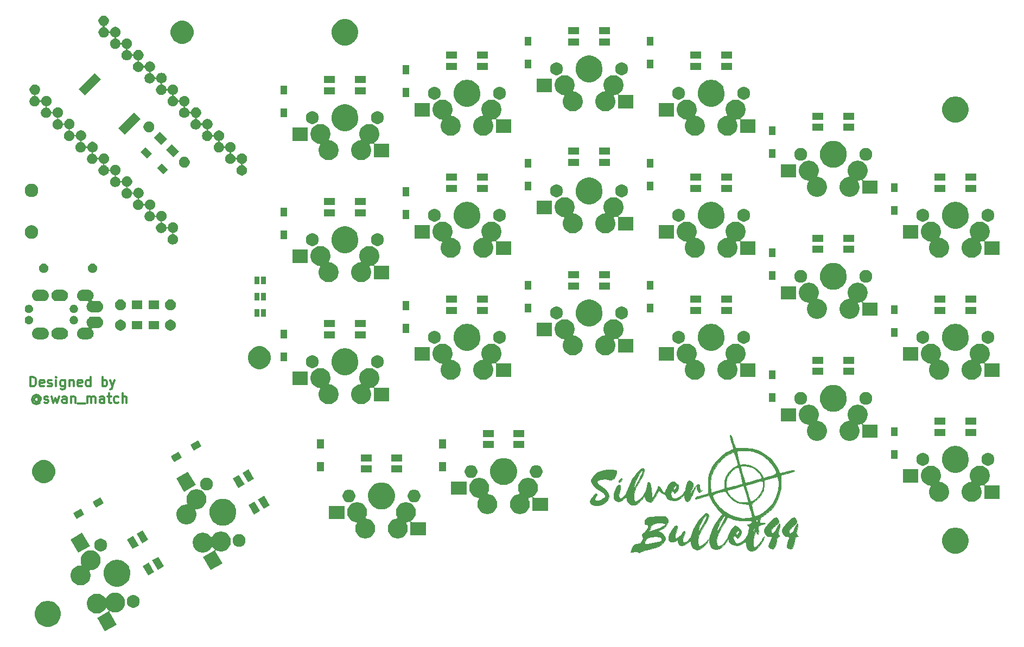
<source format=gts>
G04 #@! TF.GenerationSoftware,KiCad,Pcbnew,5.0.2-bee76a0~70~ubuntu18.04.1*
G04 #@! TF.CreationDate,2019-07-24T00:03:49+09:00*
G04 #@! TF.ProjectId,silverbullet44,73696c76-6572-4627-956c-6c657434342e,rev?*
G04 #@! TF.SameCoordinates,Original*
G04 #@! TF.FileFunction,Soldermask,Top*
G04 #@! TF.FilePolarity,Negative*
%FSLAX46Y46*%
G04 Gerber Fmt 4.6, Leading zero omitted, Abs format (unit mm)*
G04 Created by KiCad (PCBNEW 5.0.2-bee76a0~70~ubuntu18.04.1) date 2019年07月24日 00時03分49秒*
%MOMM*%
%LPD*%
G01*
G04 APERTURE LIST*
%ADD10C,0.300000*%
%ADD11C,0.010000*%
%ADD12C,0.100000*%
G04 APERTURE END LIST*
D10*
X57635000Y-80048571D02*
X57635000Y-78548571D01*
X57992142Y-78548571D01*
X58206428Y-78620000D01*
X58349285Y-78762857D01*
X58420714Y-78905714D01*
X58492142Y-79191428D01*
X58492142Y-79405714D01*
X58420714Y-79691428D01*
X58349285Y-79834285D01*
X58206428Y-79977142D01*
X57992142Y-80048571D01*
X57635000Y-80048571D01*
X59706428Y-79977142D02*
X59563571Y-80048571D01*
X59277857Y-80048571D01*
X59135000Y-79977142D01*
X59063571Y-79834285D01*
X59063571Y-79262857D01*
X59135000Y-79120000D01*
X59277857Y-79048571D01*
X59563571Y-79048571D01*
X59706428Y-79120000D01*
X59777857Y-79262857D01*
X59777857Y-79405714D01*
X59063571Y-79548571D01*
X60349285Y-79977142D02*
X60492142Y-80048571D01*
X60777857Y-80048571D01*
X60920714Y-79977142D01*
X60992142Y-79834285D01*
X60992142Y-79762857D01*
X60920714Y-79620000D01*
X60777857Y-79548571D01*
X60563571Y-79548571D01*
X60420714Y-79477142D01*
X60349285Y-79334285D01*
X60349285Y-79262857D01*
X60420714Y-79120000D01*
X60563571Y-79048571D01*
X60777857Y-79048571D01*
X60920714Y-79120000D01*
X61635000Y-80048571D02*
X61635000Y-79048571D01*
X61635000Y-78548571D02*
X61563571Y-78620000D01*
X61635000Y-78691428D01*
X61706428Y-78620000D01*
X61635000Y-78548571D01*
X61635000Y-78691428D01*
X62992142Y-79048571D02*
X62992142Y-80262857D01*
X62920714Y-80405714D01*
X62849285Y-80477142D01*
X62706428Y-80548571D01*
X62492142Y-80548571D01*
X62349285Y-80477142D01*
X62992142Y-79977142D02*
X62849285Y-80048571D01*
X62563571Y-80048571D01*
X62420714Y-79977142D01*
X62349285Y-79905714D01*
X62277857Y-79762857D01*
X62277857Y-79334285D01*
X62349285Y-79191428D01*
X62420714Y-79120000D01*
X62563571Y-79048571D01*
X62849285Y-79048571D01*
X62992142Y-79120000D01*
X63706428Y-79048571D02*
X63706428Y-80048571D01*
X63706428Y-79191428D02*
X63777857Y-79120000D01*
X63920714Y-79048571D01*
X64135000Y-79048571D01*
X64277857Y-79120000D01*
X64349285Y-79262857D01*
X64349285Y-80048571D01*
X65635000Y-79977142D02*
X65492142Y-80048571D01*
X65206428Y-80048571D01*
X65063571Y-79977142D01*
X64992142Y-79834285D01*
X64992142Y-79262857D01*
X65063571Y-79120000D01*
X65206428Y-79048571D01*
X65492142Y-79048571D01*
X65635000Y-79120000D01*
X65706428Y-79262857D01*
X65706428Y-79405714D01*
X64992142Y-79548571D01*
X66992142Y-80048571D02*
X66992142Y-78548571D01*
X66992142Y-79977142D02*
X66849285Y-80048571D01*
X66563571Y-80048571D01*
X66420714Y-79977142D01*
X66349285Y-79905714D01*
X66277857Y-79762857D01*
X66277857Y-79334285D01*
X66349285Y-79191428D01*
X66420714Y-79120000D01*
X66563571Y-79048571D01*
X66849285Y-79048571D01*
X66992142Y-79120000D01*
X68849285Y-80048571D02*
X68849285Y-78548571D01*
X68849285Y-79120000D02*
X68992142Y-79048571D01*
X69277857Y-79048571D01*
X69420714Y-79120000D01*
X69492142Y-79191428D01*
X69563571Y-79334285D01*
X69563571Y-79762857D01*
X69492142Y-79905714D01*
X69420714Y-79977142D01*
X69277857Y-80048571D01*
X68992142Y-80048571D01*
X68849285Y-79977142D01*
X70063571Y-79048571D02*
X70420714Y-80048571D01*
X70777857Y-79048571D02*
X70420714Y-80048571D01*
X70277857Y-80405714D01*
X70206428Y-80477142D01*
X70063571Y-80548571D01*
X58849285Y-81884285D02*
X58777857Y-81812857D01*
X58635000Y-81741428D01*
X58492142Y-81741428D01*
X58349285Y-81812857D01*
X58277857Y-81884285D01*
X58206428Y-82027142D01*
X58206428Y-82170000D01*
X58277857Y-82312857D01*
X58349285Y-82384285D01*
X58492142Y-82455714D01*
X58635000Y-82455714D01*
X58777857Y-82384285D01*
X58849285Y-82312857D01*
X58849285Y-81741428D02*
X58849285Y-82312857D01*
X58920714Y-82384285D01*
X58992142Y-82384285D01*
X59135000Y-82312857D01*
X59206428Y-82170000D01*
X59206428Y-81812857D01*
X59063571Y-81598571D01*
X58849285Y-81455714D01*
X58563571Y-81384285D01*
X58277857Y-81455714D01*
X58063571Y-81598571D01*
X57920714Y-81812857D01*
X57849285Y-82098571D01*
X57920714Y-82384285D01*
X58063571Y-82598571D01*
X58277857Y-82741428D01*
X58563571Y-82812857D01*
X58849285Y-82741428D01*
X59063571Y-82598571D01*
X59777857Y-82527142D02*
X59920714Y-82598571D01*
X60206428Y-82598571D01*
X60349285Y-82527142D01*
X60420714Y-82384285D01*
X60420714Y-82312857D01*
X60349285Y-82170000D01*
X60206428Y-82098571D01*
X59992142Y-82098571D01*
X59849285Y-82027142D01*
X59777857Y-81884285D01*
X59777857Y-81812857D01*
X59849285Y-81670000D01*
X59992142Y-81598571D01*
X60206428Y-81598571D01*
X60349285Y-81670000D01*
X60920714Y-81598571D02*
X61206428Y-82598571D01*
X61492142Y-81884285D01*
X61777857Y-82598571D01*
X62063571Y-81598571D01*
X63277857Y-82598571D02*
X63277857Y-81812857D01*
X63206428Y-81670000D01*
X63063571Y-81598571D01*
X62777857Y-81598571D01*
X62635000Y-81670000D01*
X63277857Y-82527142D02*
X63135000Y-82598571D01*
X62777857Y-82598571D01*
X62635000Y-82527142D01*
X62563571Y-82384285D01*
X62563571Y-82241428D01*
X62635000Y-82098571D01*
X62777857Y-82027142D01*
X63135000Y-82027142D01*
X63277857Y-81955714D01*
X63992142Y-81598571D02*
X63992142Y-82598571D01*
X63992142Y-81741428D02*
X64063571Y-81670000D01*
X64206428Y-81598571D01*
X64420714Y-81598571D01*
X64563571Y-81670000D01*
X64635000Y-81812857D01*
X64635000Y-82598571D01*
X64992142Y-82741428D02*
X66135000Y-82741428D01*
X66492142Y-82598571D02*
X66492142Y-81598571D01*
X66492142Y-81741428D02*
X66563571Y-81670000D01*
X66706428Y-81598571D01*
X66920714Y-81598571D01*
X67063571Y-81670000D01*
X67135000Y-81812857D01*
X67135000Y-82598571D01*
X67135000Y-81812857D02*
X67206428Y-81670000D01*
X67349285Y-81598571D01*
X67563571Y-81598571D01*
X67706428Y-81670000D01*
X67777857Y-81812857D01*
X67777857Y-82598571D01*
X69135000Y-82598571D02*
X69135000Y-81812857D01*
X69063571Y-81670000D01*
X68920714Y-81598571D01*
X68635000Y-81598571D01*
X68492142Y-81670000D01*
X69135000Y-82527142D02*
X68992142Y-82598571D01*
X68635000Y-82598571D01*
X68492142Y-82527142D01*
X68420714Y-82384285D01*
X68420714Y-82241428D01*
X68492142Y-82098571D01*
X68635000Y-82027142D01*
X68992142Y-82027142D01*
X69135000Y-81955714D01*
X69635000Y-81598571D02*
X70206428Y-81598571D01*
X69849285Y-81098571D02*
X69849285Y-82384285D01*
X69920714Y-82527142D01*
X70063571Y-82598571D01*
X70206428Y-82598571D01*
X71349285Y-82527142D02*
X71206428Y-82598571D01*
X70920714Y-82598571D01*
X70777857Y-82527142D01*
X70706428Y-82455714D01*
X70635000Y-82312857D01*
X70635000Y-81884285D01*
X70706428Y-81741428D01*
X70777857Y-81670000D01*
X70920714Y-81598571D01*
X71206428Y-81598571D01*
X71349285Y-81670000D01*
X71992142Y-82598571D02*
X71992142Y-81098571D01*
X72635000Y-82598571D02*
X72635000Y-81812857D01*
X72563571Y-81670000D01*
X72420714Y-81598571D01*
X72206428Y-81598571D01*
X72063571Y-81670000D01*
X71992142Y-81741428D01*
D11*
G04 #@! TO.C,G\002A\002A\002A*
G36*
X149859614Y-94439014D02*
X149923548Y-94604285D01*
X149795592Y-94788264D01*
X149562248Y-94961432D01*
X149394729Y-94982074D01*
X149352000Y-94893273D01*
X149420270Y-94720713D01*
X149533950Y-94544023D01*
X149710968Y-94383122D01*
X149859614Y-94439014D01*
X149859614Y-94439014D01*
G37*
X149859614Y-94439014D02*
X149923548Y-94604285D01*
X149795592Y-94788264D01*
X149562248Y-94961432D01*
X149394729Y-94982074D01*
X149352000Y-94893273D01*
X149420270Y-94720713D01*
X149533950Y-94544023D01*
X149710968Y-94383122D01*
X149859614Y-94439014D01*
G36*
X153222660Y-92789983D02*
X153406999Y-92975277D01*
X153412017Y-93323627D01*
X153236677Y-93838770D01*
X152879943Y-94524441D01*
X152625666Y-94944445D01*
X152281114Y-95502872D01*
X152051426Y-95914205D01*
X151910975Y-96242956D01*
X151834132Y-96553637D01*
X151795268Y-96910762D01*
X151785918Y-97058268D01*
X151783298Y-97608088D01*
X151863005Y-97925565D01*
X152040291Y-98023341D01*
X152330410Y-97914056D01*
X152596794Y-97730309D01*
X153193243Y-97130684D01*
X153604302Y-96375004D01*
X153806375Y-95652974D01*
X153893117Y-95224260D01*
X153961314Y-95005791D01*
X154038497Y-94958024D01*
X154152199Y-95041419D01*
X154199622Y-95088178D01*
X154336222Y-95294384D01*
X154424238Y-95620838D01*
X154477336Y-96125637D01*
X154488230Y-96315174D01*
X154520126Y-96791313D01*
X154559648Y-97161476D01*
X154599291Y-97358965D01*
X154607174Y-97372508D01*
X154709538Y-97324085D01*
X154878647Y-97109394D01*
X155077025Y-96793800D01*
X155267197Y-96442670D01*
X155411689Y-96121368D01*
X155473026Y-95895260D01*
X155471624Y-95864692D01*
X155489389Y-95653381D01*
X155612794Y-95617800D01*
X155790849Y-95733724D01*
X155972563Y-95976927D01*
X156048981Y-96139000D01*
X156251354Y-96516942D01*
X156453238Y-96642689D01*
X156640982Y-96516810D01*
X156800935Y-96139875D01*
X156803000Y-96132356D01*
X157920394Y-96132356D01*
X158063405Y-96202134D01*
X158227397Y-96094650D01*
X158346477Y-95871321D01*
X158369000Y-95714227D01*
X158369000Y-95447555D01*
X158099587Y-95716967D01*
X157935530Y-95950785D01*
X157920394Y-96132356D01*
X156803000Y-96132356D01*
X156809897Y-96107250D01*
X156999037Y-95664467D01*
X157281771Y-95259144D01*
X157344071Y-95194648D01*
X157598725Y-94965654D01*
X157781223Y-94891834D01*
X158002371Y-94952174D01*
X158182247Y-95035710D01*
X158491312Y-95220732D01*
X158686253Y-95406739D01*
X158704110Y-95440595D01*
X158725026Y-95800219D01*
X158581719Y-96227522D01*
X158388987Y-96526854D01*
X158151752Y-96819827D01*
X157916957Y-96545606D01*
X157721272Y-96371496D01*
X157594862Y-96410305D01*
X157583025Y-96427442D01*
X157484557Y-96794901D01*
X157576973Y-97190103D01*
X157727110Y-97402110D01*
X157953768Y-97565160D01*
X158219815Y-97572178D01*
X158386627Y-97530944D01*
X158719499Y-97372271D01*
X159088683Y-97104365D01*
X159429338Y-96787215D01*
X159676623Y-96480810D01*
X159766000Y-96254809D01*
X159803625Y-96016600D01*
X159899856Y-95641268D01*
X159975792Y-95391583D01*
X160166975Y-94947401D01*
X160379849Y-94751413D01*
X160625813Y-94798025D01*
X160825816Y-94974250D01*
X160973953Y-95172577D01*
X161019978Y-95377334D01*
X160960208Y-95659427D01*
X160790962Y-96089765D01*
X160764698Y-96151071D01*
X160597958Y-96582719D01*
X160552924Y-96800527D01*
X160616654Y-96806031D01*
X160776207Y-96600764D01*
X161018642Y-96186263D01*
X161055866Y-96116533D01*
X161330825Y-95646064D01*
X161551887Y-95388131D01*
X161734500Y-95313500D01*
X161900423Y-95359057D01*
X161988147Y-95537992D01*
X162028069Y-95863836D01*
X162069444Y-96204748D01*
X162146174Y-96343452D01*
X162282069Y-96333224D01*
X162425074Y-96291363D01*
X162377047Y-96371350D01*
X162296797Y-96454303D01*
X162043213Y-96587892D01*
X161807686Y-96515705D01*
X161630053Y-96285032D01*
X161550151Y-95943163D01*
X161586115Y-95610667D01*
X161614830Y-95430554D01*
X161563233Y-95450524D01*
X161453002Y-95638040D01*
X161305818Y-95960560D01*
X161234106Y-96139000D01*
X160892445Y-96968961D01*
X160601863Y-97558188D01*
X160358235Y-97913874D01*
X160157438Y-98043213D01*
X160142245Y-98044000D01*
X159883132Y-97929660D01*
X159700454Y-97633498D01*
X159638999Y-97266588D01*
X159639000Y-96980478D01*
X159289750Y-97306221D01*
X158789090Y-97696847D01*
X158317913Y-97886231D01*
X158004616Y-97917000D01*
X157418714Y-97832853D01*
X157011220Y-97586158D01*
X156826223Y-97282728D01*
X156676277Y-97017295D01*
X156496985Y-96901203D01*
X156490275Y-96901000D01*
X156266784Y-96818158D01*
X155990611Y-96615861D01*
X155960085Y-96587413D01*
X155632771Y-96273827D01*
X155125060Y-97190663D01*
X154819001Y-97702162D01*
X154575183Y-98008031D01*
X154366743Y-98140499D01*
X154326148Y-98149134D01*
X154018892Y-98083629D01*
X153721219Y-97858262D01*
X153508575Y-97552816D01*
X153456408Y-97247070D01*
X153459491Y-97232681D01*
X153497134Y-97047238D01*
X153447681Y-97091742D01*
X153374458Y-97210162D01*
X153207822Y-97440061D01*
X152938340Y-97769001D01*
X152733075Y-98003912D01*
X152423305Y-98322750D01*
X152172956Y-98487297D01*
X151889151Y-98546543D01*
X151693973Y-98552000D01*
X151309797Y-98520699D01*
X151062099Y-98392330D01*
X150884647Y-98183144D01*
X150704177Y-97852856D01*
X150622423Y-97551483D01*
X150622000Y-97534988D01*
X150608854Y-97378304D01*
X150536489Y-97359731D01*
X150355508Y-97491906D01*
X150173080Y-97649843D01*
X149718505Y-97956987D01*
X149305503Y-98026977D01*
X148899623Y-97865016D01*
X148872258Y-97846298D01*
X148649320Y-97574981D01*
X148590000Y-97203092D01*
X148641858Y-96811378D01*
X148775461Y-96360059D01*
X148957848Y-95928336D01*
X149156059Y-95595409D01*
X149321467Y-95445422D01*
X149569938Y-95433343D01*
X149683659Y-95617990D01*
X149648451Y-95972529D01*
X149631481Y-96032057D01*
X149468145Y-96674534D01*
X149417628Y-97144097D01*
X149471473Y-97396821D01*
X149657183Y-97509641D01*
X149914669Y-97434854D01*
X150201990Y-97211977D01*
X150477203Y-96880522D01*
X150698366Y-96480005D01*
X150807921Y-96137730D01*
X150934700Y-95733263D01*
X151767816Y-95733263D01*
X151767823Y-95733515D01*
X151826007Y-95738965D01*
X151975919Y-95559296D01*
X152191313Y-95234330D01*
X152445945Y-94803891D01*
X152713570Y-94307800D01*
X152734988Y-94266013D01*
X152964948Y-93772050D01*
X153082404Y-93425398D01*
X153088015Y-93245526D01*
X152982438Y-93251906D01*
X152766332Y-93464010D01*
X152710176Y-93532493D01*
X152549950Y-93789787D01*
X152349064Y-94188809D01*
X152138962Y-94656113D01*
X151951090Y-95118254D01*
X151816893Y-95501786D01*
X151767816Y-95733263D01*
X150934700Y-95733263D01*
X150960324Y-95651516D01*
X151213717Y-95102462D01*
X151538542Y-94531546D01*
X151905242Y-93979746D01*
X152284261Y-93488040D01*
X152646039Y-93097405D01*
X152961021Y-92848818D01*
X153199648Y-92783259D01*
X153222660Y-92789983D01*
X153222660Y-92789983D01*
G37*
X153222660Y-92789983D02*
X153406999Y-92975277D01*
X153412017Y-93323627D01*
X153236677Y-93838770D01*
X152879943Y-94524441D01*
X152625666Y-94944445D01*
X152281114Y-95502872D01*
X152051426Y-95914205D01*
X151910975Y-96242956D01*
X151834132Y-96553637D01*
X151795268Y-96910762D01*
X151785918Y-97058268D01*
X151783298Y-97608088D01*
X151863005Y-97925565D01*
X152040291Y-98023341D01*
X152330410Y-97914056D01*
X152596794Y-97730309D01*
X153193243Y-97130684D01*
X153604302Y-96375004D01*
X153806375Y-95652974D01*
X153893117Y-95224260D01*
X153961314Y-95005791D01*
X154038497Y-94958024D01*
X154152199Y-95041419D01*
X154199622Y-95088178D01*
X154336222Y-95294384D01*
X154424238Y-95620838D01*
X154477336Y-96125637D01*
X154488230Y-96315174D01*
X154520126Y-96791313D01*
X154559648Y-97161476D01*
X154599291Y-97358965D01*
X154607174Y-97372508D01*
X154709538Y-97324085D01*
X154878647Y-97109394D01*
X155077025Y-96793800D01*
X155267197Y-96442670D01*
X155411689Y-96121368D01*
X155473026Y-95895260D01*
X155471624Y-95864692D01*
X155489389Y-95653381D01*
X155612794Y-95617800D01*
X155790849Y-95733724D01*
X155972563Y-95976927D01*
X156048981Y-96139000D01*
X156251354Y-96516942D01*
X156453238Y-96642689D01*
X156640982Y-96516810D01*
X156800935Y-96139875D01*
X156803000Y-96132356D01*
X157920394Y-96132356D01*
X158063405Y-96202134D01*
X158227397Y-96094650D01*
X158346477Y-95871321D01*
X158369000Y-95714227D01*
X158369000Y-95447555D01*
X158099587Y-95716967D01*
X157935530Y-95950785D01*
X157920394Y-96132356D01*
X156803000Y-96132356D01*
X156809897Y-96107250D01*
X156999037Y-95664467D01*
X157281771Y-95259144D01*
X157344071Y-95194648D01*
X157598725Y-94965654D01*
X157781223Y-94891834D01*
X158002371Y-94952174D01*
X158182247Y-95035710D01*
X158491312Y-95220732D01*
X158686253Y-95406739D01*
X158704110Y-95440595D01*
X158725026Y-95800219D01*
X158581719Y-96227522D01*
X158388987Y-96526854D01*
X158151752Y-96819827D01*
X157916957Y-96545606D01*
X157721272Y-96371496D01*
X157594862Y-96410305D01*
X157583025Y-96427442D01*
X157484557Y-96794901D01*
X157576973Y-97190103D01*
X157727110Y-97402110D01*
X157953768Y-97565160D01*
X158219815Y-97572178D01*
X158386627Y-97530944D01*
X158719499Y-97372271D01*
X159088683Y-97104365D01*
X159429338Y-96787215D01*
X159676623Y-96480810D01*
X159766000Y-96254809D01*
X159803625Y-96016600D01*
X159899856Y-95641268D01*
X159975792Y-95391583D01*
X160166975Y-94947401D01*
X160379849Y-94751413D01*
X160625813Y-94798025D01*
X160825816Y-94974250D01*
X160973953Y-95172577D01*
X161019978Y-95377334D01*
X160960208Y-95659427D01*
X160790962Y-96089765D01*
X160764698Y-96151071D01*
X160597958Y-96582719D01*
X160552924Y-96800527D01*
X160616654Y-96806031D01*
X160776207Y-96600764D01*
X161018642Y-96186263D01*
X161055866Y-96116533D01*
X161330825Y-95646064D01*
X161551887Y-95388131D01*
X161734500Y-95313500D01*
X161900423Y-95359057D01*
X161988147Y-95537992D01*
X162028069Y-95863836D01*
X162069444Y-96204748D01*
X162146174Y-96343452D01*
X162282069Y-96333224D01*
X162425074Y-96291363D01*
X162377047Y-96371350D01*
X162296797Y-96454303D01*
X162043213Y-96587892D01*
X161807686Y-96515705D01*
X161630053Y-96285032D01*
X161550151Y-95943163D01*
X161586115Y-95610667D01*
X161614830Y-95430554D01*
X161563233Y-95450524D01*
X161453002Y-95638040D01*
X161305818Y-95960560D01*
X161234106Y-96139000D01*
X160892445Y-96968961D01*
X160601863Y-97558188D01*
X160358235Y-97913874D01*
X160157438Y-98043213D01*
X160142245Y-98044000D01*
X159883132Y-97929660D01*
X159700454Y-97633498D01*
X159638999Y-97266588D01*
X159639000Y-96980478D01*
X159289750Y-97306221D01*
X158789090Y-97696847D01*
X158317913Y-97886231D01*
X158004616Y-97917000D01*
X157418714Y-97832853D01*
X157011220Y-97586158D01*
X156826223Y-97282728D01*
X156676277Y-97017295D01*
X156496985Y-96901203D01*
X156490275Y-96901000D01*
X156266784Y-96818158D01*
X155990611Y-96615861D01*
X155960085Y-96587413D01*
X155632771Y-96273827D01*
X155125060Y-97190663D01*
X154819001Y-97702162D01*
X154575183Y-98008031D01*
X154366743Y-98140499D01*
X154326148Y-98149134D01*
X154018892Y-98083629D01*
X153721219Y-97858262D01*
X153508575Y-97552816D01*
X153456408Y-97247070D01*
X153459491Y-97232681D01*
X153497134Y-97047238D01*
X153447681Y-97091742D01*
X153374458Y-97210162D01*
X153207822Y-97440061D01*
X152938340Y-97769001D01*
X152733075Y-98003912D01*
X152423305Y-98322750D01*
X152172956Y-98487297D01*
X151889151Y-98546543D01*
X151693973Y-98552000D01*
X151309797Y-98520699D01*
X151062099Y-98392330D01*
X150884647Y-98183144D01*
X150704177Y-97852856D01*
X150622423Y-97551483D01*
X150622000Y-97534988D01*
X150608854Y-97378304D01*
X150536489Y-97359731D01*
X150355508Y-97491906D01*
X150173080Y-97649843D01*
X149718505Y-97956987D01*
X149305503Y-98026977D01*
X148899623Y-97865016D01*
X148872258Y-97846298D01*
X148649320Y-97574981D01*
X148590000Y-97203092D01*
X148641858Y-96811378D01*
X148775461Y-96360059D01*
X148957848Y-95928336D01*
X149156059Y-95595409D01*
X149321467Y-95445422D01*
X149569938Y-95433343D01*
X149683659Y-95617990D01*
X149648451Y-95972529D01*
X149631481Y-96032057D01*
X149468145Y-96674534D01*
X149417628Y-97144097D01*
X149471473Y-97396821D01*
X149657183Y-97509641D01*
X149914669Y-97434854D01*
X150201990Y-97211977D01*
X150477203Y-96880522D01*
X150698366Y-96480005D01*
X150807921Y-96137730D01*
X150934700Y-95733263D01*
X151767816Y-95733263D01*
X151767823Y-95733515D01*
X151826007Y-95738965D01*
X151975919Y-95559296D01*
X152191313Y-95234330D01*
X152445945Y-94803891D01*
X152713570Y-94307800D01*
X152734988Y-94266013D01*
X152964948Y-93772050D01*
X153082404Y-93425398D01*
X153088015Y-93245526D01*
X152982438Y-93251906D01*
X152766332Y-93464010D01*
X152710176Y-93532493D01*
X152549950Y-93789787D01*
X152349064Y-94188809D01*
X152138962Y-94656113D01*
X151951090Y-95118254D01*
X151816893Y-95501786D01*
X151767816Y-95733263D01*
X150934700Y-95733263D01*
X150960324Y-95651516D01*
X151213717Y-95102462D01*
X151538542Y-94531546D01*
X151905242Y-93979746D01*
X152284261Y-93488040D01*
X152646039Y-93097405D01*
X152961021Y-92848818D01*
X153199648Y-92783259D01*
X153222660Y-92789983D01*
G36*
X148489972Y-93059856D02*
X148854414Y-93129046D01*
X149042271Y-93230598D01*
X149043034Y-93231809D01*
X149063937Y-93456781D01*
X148984671Y-93799685D01*
X148839930Y-94163212D01*
X148664406Y-94450053D01*
X148579554Y-94531822D01*
X148327548Y-94640365D01*
X147990887Y-94630149D01*
X147789447Y-94589816D01*
X147253108Y-94520955D01*
X146722602Y-94541953D01*
X146289356Y-94644415D01*
X146111187Y-94743918D01*
X146000731Y-94923500D01*
X146077767Y-95145419D01*
X146356955Y-95430688D01*
X146843804Y-95794026D01*
X147436142Y-96284966D01*
X147776812Y-96771171D01*
X147867944Y-97258060D01*
X147711665Y-97751052D01*
X147651606Y-97849794D01*
X147305997Y-98238751D01*
X146846122Y-98483360D01*
X146209685Y-98616109D01*
X146174477Y-98620131D01*
X145697346Y-98647304D01*
X145377836Y-98591508D01*
X145192750Y-98490474D01*
X144979792Y-98262000D01*
X144906999Y-98061817D01*
X144981969Y-97820502D01*
X145169726Y-97496762D01*
X145414539Y-97165086D01*
X145660679Y-96899964D01*
X145852417Y-96775886D01*
X145870486Y-96774000D01*
X146027745Y-96829757D01*
X145989351Y-97011046D01*
X145855460Y-97211023D01*
X145664425Y-97556882D01*
X145682575Y-97786369D01*
X145888106Y-97888745D01*
X146259209Y-97853273D01*
X146774081Y-97669214D01*
X146780250Y-97666420D01*
X147133979Y-97464670D01*
X147293877Y-97252668D01*
X147251610Y-97010400D01*
X146998845Y-96717853D01*
X146527248Y-96355013D01*
X146122456Y-96086709D01*
X145635369Y-95719702D01*
X145293332Y-95348857D01*
X145208823Y-95207261D01*
X145084530Y-94898874D01*
X145088498Y-94666474D01*
X145215254Y-94378879D01*
X145574656Y-93913282D01*
X146109715Y-93501530D01*
X146742090Y-93197180D01*
X147088895Y-93097954D01*
X147532037Y-93039160D01*
X148024122Y-93028178D01*
X148489972Y-93059856D01*
X148489972Y-93059856D01*
G37*
X148489972Y-93059856D02*
X148854414Y-93129046D01*
X149042271Y-93230598D01*
X149043034Y-93231809D01*
X149063937Y-93456781D01*
X148984671Y-93799685D01*
X148839930Y-94163212D01*
X148664406Y-94450053D01*
X148579554Y-94531822D01*
X148327548Y-94640365D01*
X147990887Y-94630149D01*
X147789447Y-94589816D01*
X147253108Y-94520955D01*
X146722602Y-94541953D01*
X146289356Y-94644415D01*
X146111187Y-94743918D01*
X146000731Y-94923500D01*
X146077767Y-95145419D01*
X146356955Y-95430688D01*
X146843804Y-95794026D01*
X147436142Y-96284966D01*
X147776812Y-96771171D01*
X147867944Y-97258060D01*
X147711665Y-97751052D01*
X147651606Y-97849794D01*
X147305997Y-98238751D01*
X146846122Y-98483360D01*
X146209685Y-98616109D01*
X146174477Y-98620131D01*
X145697346Y-98647304D01*
X145377836Y-98591508D01*
X145192750Y-98490474D01*
X144979792Y-98262000D01*
X144906999Y-98061817D01*
X144981969Y-97820502D01*
X145169726Y-97496762D01*
X145414539Y-97165086D01*
X145660679Y-96899964D01*
X145852417Y-96775886D01*
X145870486Y-96774000D01*
X146027745Y-96829757D01*
X145989351Y-97011046D01*
X145855460Y-97211023D01*
X145664425Y-97556882D01*
X145682575Y-97786369D01*
X145888106Y-97888745D01*
X146259209Y-97853273D01*
X146774081Y-97669214D01*
X146780250Y-97666420D01*
X147133979Y-97464670D01*
X147293877Y-97252668D01*
X147251610Y-97010400D01*
X146998845Y-96717853D01*
X146527248Y-96355013D01*
X146122456Y-96086709D01*
X145635369Y-95719702D01*
X145293332Y-95348857D01*
X145208823Y-95207261D01*
X145084530Y-94898874D01*
X145088498Y-94666474D01*
X145215254Y-94378879D01*
X145574656Y-93913282D01*
X146109715Y-93501530D01*
X146742090Y-93197180D01*
X147088895Y-93097954D01*
X147532037Y-93039160D01*
X148024122Y-93028178D01*
X148489972Y-93059856D01*
G36*
X176929625Y-100557048D02*
X177033531Y-100702650D01*
X177157441Y-101105484D01*
X177046626Y-101447882D01*
X176732556Y-101736574D01*
X176392344Y-102024701D01*
X176120375Y-102353026D01*
X175961021Y-102656545D01*
X175958656Y-102870253D01*
X175958661Y-102870260D01*
X176145899Y-103011749D01*
X176372157Y-102915063D01*
X176623747Y-102590501D01*
X176808703Y-102230801D01*
X177002014Y-101843664D01*
X177173702Y-101570538D01*
X177281778Y-101473000D01*
X177351238Y-101584003D01*
X177339655Y-101883366D01*
X177252446Y-102320615D01*
X177153416Y-102668721D01*
X177103699Y-102997198D01*
X177225823Y-103247302D01*
X177247479Y-103271971D01*
X177384589Y-103444379D01*
X177330778Y-103500352D01*
X177200915Y-103505000D01*
X177012945Y-103567886D01*
X176902509Y-103796258D01*
X176864845Y-103981250D01*
X176736875Y-104642043D01*
X176602440Y-105079389D01*
X176448144Y-105323742D01*
X176260592Y-105405561D01*
X176238280Y-105405960D01*
X175913238Y-105332681D01*
X175754233Y-105246359D01*
X175632542Y-105108462D01*
X175619915Y-104907445D01*
X175700311Y-104583649D01*
X175836073Y-104182517D01*
X175979118Y-103840236D01*
X176004296Y-103790750D01*
X176089774Y-103586477D01*
X176001536Y-103512747D01*
X175804218Y-103503055D01*
X175410855Y-103447259D01*
X175152332Y-103243702D01*
X175025012Y-103037099D01*
X174910406Y-102739895D01*
X174915128Y-102454029D01*
X175057996Y-102130620D01*
X175357829Y-101720785D01*
X175672750Y-101354538D01*
X176134422Y-100866031D01*
X176481394Y-100578136D01*
X176738263Y-100479069D01*
X176929625Y-100557048D01*
X176929625Y-100557048D01*
G37*
X176929625Y-100557048D02*
X177033531Y-100702650D01*
X177157441Y-101105484D01*
X177046626Y-101447882D01*
X176732556Y-101736574D01*
X176392344Y-102024701D01*
X176120375Y-102353026D01*
X175961021Y-102656545D01*
X175958656Y-102870253D01*
X175958661Y-102870260D01*
X176145899Y-103011749D01*
X176372157Y-102915063D01*
X176623747Y-102590501D01*
X176808703Y-102230801D01*
X177002014Y-101843664D01*
X177173702Y-101570538D01*
X177281778Y-101473000D01*
X177351238Y-101584003D01*
X177339655Y-101883366D01*
X177252446Y-102320615D01*
X177153416Y-102668721D01*
X177103699Y-102997198D01*
X177225823Y-103247302D01*
X177247479Y-103271971D01*
X177384589Y-103444379D01*
X177330778Y-103500352D01*
X177200915Y-103505000D01*
X177012945Y-103567886D01*
X176902509Y-103796258D01*
X176864845Y-103981250D01*
X176736875Y-104642043D01*
X176602440Y-105079389D01*
X176448144Y-105323742D01*
X176260592Y-105405561D01*
X176238280Y-105405960D01*
X175913238Y-105332681D01*
X175754233Y-105246359D01*
X175632542Y-105108462D01*
X175619915Y-104907445D01*
X175700311Y-104583649D01*
X175836073Y-104182517D01*
X175979118Y-103840236D01*
X176004296Y-103790750D01*
X176089774Y-103586477D01*
X176001536Y-103512747D01*
X175804218Y-103503055D01*
X175410855Y-103447259D01*
X175152332Y-103243702D01*
X175025012Y-103037099D01*
X174910406Y-102739895D01*
X174915128Y-102454029D01*
X175057996Y-102130620D01*
X175357829Y-101720785D01*
X175672750Y-101354538D01*
X176134422Y-100866031D01*
X176481394Y-100578136D01*
X176738263Y-100479069D01*
X176929625Y-100557048D01*
G36*
X174138361Y-100559562D02*
X174239531Y-100702650D01*
X174366521Y-101110738D01*
X174256451Y-101447597D01*
X173939640Y-101718878D01*
X173561650Y-102011051D01*
X173295066Y-102328659D01*
X173157329Y-102626674D01*
X173165877Y-102860068D01*
X173338151Y-102983811D01*
X173446264Y-102992801D01*
X173647351Y-102868011D01*
X173885651Y-102498012D01*
X174014703Y-102230801D01*
X174205632Y-101843943D01*
X174371405Y-101570859D01*
X174471986Y-101473000D01*
X174514896Y-101583487D01*
X174510312Y-101861700D01*
X174467406Y-102227768D01*
X174395350Y-102601818D01*
X174309402Y-102888903D01*
X174303621Y-103106993D01*
X174362341Y-103182149D01*
X174491128Y-103344675D01*
X174429658Y-103480086D01*
X174321633Y-103505000D01*
X174180349Y-103620819D01*
X174070903Y-103923653D01*
X174059477Y-103981250D01*
X173920931Y-104645517D01*
X173780033Y-105085035D01*
X173623960Y-105328835D01*
X173439886Y-105405952D01*
X173430147Y-105405960D01*
X173110875Y-105326405D01*
X172932818Y-105226313D01*
X172814140Y-105118209D01*
X172775932Y-104988442D01*
X172823739Y-104771677D01*
X172963105Y-104402582D01*
X173013305Y-104277852D01*
X173325474Y-103505000D01*
X172990987Y-103503055D01*
X172603773Y-103442904D01*
X172345169Y-103225736D01*
X172231012Y-103037099D01*
X172116933Y-102742536D01*
X172120458Y-102459232D01*
X172260370Y-102138103D01*
X172555450Y-101730065D01*
X172874835Y-101354563D01*
X173336089Y-100862655D01*
X173684645Y-100573725D01*
X173944178Y-100476464D01*
X174138361Y-100559562D01*
X174138361Y-100559562D01*
G37*
X174138361Y-100559562D02*
X174239531Y-100702650D01*
X174366521Y-101110738D01*
X174256451Y-101447597D01*
X173939640Y-101718878D01*
X173561650Y-102011051D01*
X173295066Y-102328659D01*
X173157329Y-102626674D01*
X173165877Y-102860068D01*
X173338151Y-102983811D01*
X173446264Y-102992801D01*
X173647351Y-102868011D01*
X173885651Y-102498012D01*
X174014703Y-102230801D01*
X174205632Y-101843943D01*
X174371405Y-101570859D01*
X174471986Y-101473000D01*
X174514896Y-101583487D01*
X174510312Y-101861700D01*
X174467406Y-102227768D01*
X174395350Y-102601818D01*
X174309402Y-102888903D01*
X174303621Y-103106993D01*
X174362341Y-103182149D01*
X174491128Y-103344675D01*
X174429658Y-103480086D01*
X174321633Y-103505000D01*
X174180349Y-103620819D01*
X174070903Y-103923653D01*
X174059477Y-103981250D01*
X173920931Y-104645517D01*
X173780033Y-105085035D01*
X173623960Y-105328835D01*
X173439886Y-105405952D01*
X173430147Y-105405960D01*
X173110875Y-105326405D01*
X172932818Y-105226313D01*
X172814140Y-105118209D01*
X172775932Y-104988442D01*
X172823739Y-104771677D01*
X172963105Y-104402582D01*
X173013305Y-104277852D01*
X173325474Y-103505000D01*
X172990987Y-103503055D01*
X172603773Y-103442904D01*
X172345169Y-103225736D01*
X172231012Y-103037099D01*
X172116933Y-102742536D01*
X172120458Y-102459232D01*
X172260370Y-102138103D01*
X172555450Y-101730065D01*
X172874835Y-101354563D01*
X173336089Y-100862655D01*
X173684645Y-100573725D01*
X173944178Y-100476464D01*
X174138361Y-100559562D01*
G36*
X163374623Y-99989526D02*
X163413163Y-100306031D01*
X163266025Y-100790729D01*
X162933792Y-101441685D01*
X162426344Y-102243258D01*
X162146400Y-102708522D01*
X161912243Y-103189149D01*
X161798880Y-103501730D01*
X161723454Y-103964090D01*
X161728213Y-104419468D01*
X161805647Y-104785195D01*
X161932235Y-104969971D01*
X162122827Y-104958403D01*
X162420087Y-104816597D01*
X162749526Y-104592354D01*
X163036654Y-104333477D01*
X163155188Y-104185170D01*
X163315888Y-103985084D01*
X163416557Y-103938224D01*
X163393257Y-104077069D01*
X163237817Y-104338347D01*
X162994467Y-104661701D01*
X162707433Y-104986778D01*
X162504708Y-105182588D01*
X162043197Y-105465805D01*
X161571793Y-105541597D01*
X161147996Y-105409245D01*
X160918217Y-105202372D01*
X160730233Y-104853345D01*
X160655000Y-104503076D01*
X160655000Y-104138406D01*
X160127945Y-104520203D01*
X159633514Y-104798926D01*
X159200517Y-104895362D01*
X158865352Y-104814792D01*
X158664414Y-104562497D01*
X158623000Y-104301838D01*
X158608044Y-104109827D01*
X158516585Y-104076792D01*
X158278737Y-104184539D01*
X158243095Y-104202933D01*
X157817278Y-104332147D01*
X157448275Y-104282295D01*
X157200089Y-104068703D01*
X157149007Y-103940954D01*
X157169421Y-103661774D01*
X157300858Y-103252259D01*
X157506608Y-102788697D01*
X157749965Y-102347373D01*
X157994221Y-102004574D01*
X158149344Y-101862024D01*
X158390226Y-101768473D01*
X158506156Y-101873068D01*
X158498953Y-102184200D01*
X158370436Y-102710257D01*
X158348823Y-102782089D01*
X158228614Y-103216267D01*
X158159434Y-103549131D01*
X158155029Y-103713379D01*
X158157829Y-103717162D01*
X158366217Y-103765078D01*
X158661073Y-103648278D01*
X158975550Y-103404558D01*
X159211135Y-103121640D01*
X159491786Y-102742609D01*
X159671956Y-102594726D01*
X159744323Y-102672838D01*
X159701564Y-102971794D01*
X159575500Y-103378000D01*
X159421626Y-103893440D01*
X159398839Y-104215887D01*
X159508681Y-104370829D01*
X159636996Y-104394000D01*
X159985850Y-104279541D01*
X160335485Y-103975225D01*
X160633853Y-103539636D01*
X160821669Y-103060500D01*
X161015099Y-102495949D01*
X161027730Y-102469494D01*
X161821791Y-102469494D01*
X161827626Y-102611103D01*
X161925918Y-102562169D01*
X162104636Y-102332201D01*
X162351745Y-101930704D01*
X162655212Y-101367187D01*
X162820481Y-101035533D01*
X162997979Y-100643700D01*
X163106956Y-100348779D01*
X163124102Y-100216768D01*
X162991193Y-100238667D01*
X162786828Y-100444925D01*
X162544973Y-100788815D01*
X162299595Y-101223608D01*
X162135627Y-101576621D01*
X161920447Y-102127835D01*
X161821791Y-102469494D01*
X161027730Y-102469494D01*
X161301407Y-101896300D01*
X161650163Y-101303608D01*
X162030932Y-100759929D01*
X162413284Y-100307318D01*
X162766785Y-99987830D01*
X163061003Y-99843521D01*
X163149821Y-99843149D01*
X163374623Y-99989526D01*
X163374623Y-99989526D01*
G37*
X163374623Y-99989526D02*
X163413163Y-100306031D01*
X163266025Y-100790729D01*
X162933792Y-101441685D01*
X162426344Y-102243258D01*
X162146400Y-102708522D01*
X161912243Y-103189149D01*
X161798880Y-103501730D01*
X161723454Y-103964090D01*
X161728213Y-104419468D01*
X161805647Y-104785195D01*
X161932235Y-104969971D01*
X162122827Y-104958403D01*
X162420087Y-104816597D01*
X162749526Y-104592354D01*
X163036654Y-104333477D01*
X163155188Y-104185170D01*
X163315888Y-103985084D01*
X163416557Y-103938224D01*
X163393257Y-104077069D01*
X163237817Y-104338347D01*
X162994467Y-104661701D01*
X162707433Y-104986778D01*
X162504708Y-105182588D01*
X162043197Y-105465805D01*
X161571793Y-105541597D01*
X161147996Y-105409245D01*
X160918217Y-105202372D01*
X160730233Y-104853345D01*
X160655000Y-104503076D01*
X160655000Y-104138406D01*
X160127945Y-104520203D01*
X159633514Y-104798926D01*
X159200517Y-104895362D01*
X158865352Y-104814792D01*
X158664414Y-104562497D01*
X158623000Y-104301838D01*
X158608044Y-104109827D01*
X158516585Y-104076792D01*
X158278737Y-104184539D01*
X158243095Y-104202933D01*
X157817278Y-104332147D01*
X157448275Y-104282295D01*
X157200089Y-104068703D01*
X157149007Y-103940954D01*
X157169421Y-103661774D01*
X157300858Y-103252259D01*
X157506608Y-102788697D01*
X157749965Y-102347373D01*
X157994221Y-102004574D01*
X158149344Y-101862024D01*
X158390226Y-101768473D01*
X158506156Y-101873068D01*
X158498953Y-102184200D01*
X158370436Y-102710257D01*
X158348823Y-102782089D01*
X158228614Y-103216267D01*
X158159434Y-103549131D01*
X158155029Y-103713379D01*
X158157829Y-103717162D01*
X158366217Y-103765078D01*
X158661073Y-103648278D01*
X158975550Y-103404558D01*
X159211135Y-103121640D01*
X159491786Y-102742609D01*
X159671956Y-102594726D01*
X159744323Y-102672838D01*
X159701564Y-102971794D01*
X159575500Y-103378000D01*
X159421626Y-103893440D01*
X159398839Y-104215887D01*
X159508681Y-104370829D01*
X159636996Y-104394000D01*
X159985850Y-104279541D01*
X160335485Y-103975225D01*
X160633853Y-103539636D01*
X160821669Y-103060500D01*
X161015099Y-102495949D01*
X161027730Y-102469494D01*
X161821791Y-102469494D01*
X161827626Y-102611103D01*
X161925918Y-102562169D01*
X162104636Y-102332201D01*
X162351745Y-101930704D01*
X162655212Y-101367187D01*
X162820481Y-101035533D01*
X162997979Y-100643700D01*
X163106956Y-100348779D01*
X163124102Y-100216768D01*
X162991193Y-100238667D01*
X162786828Y-100444925D01*
X162544973Y-100788815D01*
X162299595Y-101223608D01*
X162135627Y-101576621D01*
X161920447Y-102127835D01*
X161821791Y-102469494D01*
X161027730Y-102469494D01*
X161301407Y-101896300D01*
X161650163Y-101303608D01*
X162030932Y-100759929D01*
X162413284Y-100307318D01*
X162766785Y-99987830D01*
X163061003Y-99843521D01*
X163149821Y-99843149D01*
X163374623Y-99989526D01*
G36*
X166943736Y-87743830D02*
X167088112Y-88043725D01*
X167192954Y-88360250D01*
X167362952Y-88954044D01*
X167486078Y-89343839D01*
X167582378Y-89570658D01*
X167671897Y-89675530D01*
X167774682Y-89699479D01*
X167844168Y-89693017D01*
X168084953Y-89675937D01*
X168495375Y-89661213D01*
X168991074Y-89651788D01*
X169042993Y-89651241D01*
X170196488Y-89762552D01*
X171289748Y-90104694D01*
X172288977Y-90655877D01*
X173160380Y-91394312D01*
X173870161Y-92298208D01*
X174248079Y-93007144D01*
X174410136Y-93343622D01*
X174538797Y-93558029D01*
X174583915Y-93599000D01*
X174732813Y-93567593D01*
X175063328Y-93484102D01*
X175512401Y-93364618D01*
X175658447Y-93324808D01*
X176130918Y-93207503D01*
X176505680Y-93137180D01*
X176719391Y-93124966D01*
X176742641Y-93134308D01*
X176784011Y-93223896D01*
X176696128Y-93313922D01*
X176445423Y-93420699D01*
X175998325Y-93560538D01*
X175678815Y-93651251D01*
X174688500Y-93927300D01*
X174732856Y-94885604D01*
X174676145Y-96054954D01*
X174409295Y-97173843D01*
X173951354Y-98204232D01*
X173321368Y-99108083D01*
X172538384Y-99847359D01*
X172102097Y-100139500D01*
X171745700Y-100383078D01*
X171511556Y-100609077D01*
X171452520Y-100732362D01*
X171404159Y-101046211D01*
X171372912Y-101145112D01*
X171369901Y-101272714D01*
X171522906Y-101335321D01*
X171849162Y-101354595D01*
X172141858Y-101370949D01*
X172222883Y-101414514D01*
X172081890Y-101495452D01*
X171708530Y-101623929D01*
X171513500Y-101684307D01*
X171283819Y-101785921D01*
X171168273Y-101952634D01*
X171149424Y-102244652D01*
X171209835Y-102722181D01*
X171210925Y-102729000D01*
X171194694Y-102980443D01*
X171110542Y-103085569D01*
X170979811Y-103021702D01*
X170913936Y-102845569D01*
X170872740Y-102692474D01*
X170805205Y-102720538D01*
X170680368Y-102953186D01*
X170629848Y-103060500D01*
X170488139Y-103475965D01*
X170402152Y-103951575D01*
X170373607Y-104420451D01*
X170404219Y-104815712D01*
X170495709Y-105070481D01*
X170576749Y-105127402D01*
X170811241Y-105061271D01*
X171114225Y-104826476D01*
X171432819Y-104477477D01*
X171714140Y-104068733D01*
X171838293Y-103828216D01*
X171986000Y-103541231D01*
X172063501Y-103472378D01*
X172063872Y-103593796D01*
X171980189Y-103877626D01*
X171901001Y-104080529D01*
X171585393Y-104670109D01*
X171184100Y-105178589D01*
X170744937Y-105559611D01*
X170315716Y-105766815D01*
X170136876Y-105791000D01*
X169909949Y-105715766D01*
X169665557Y-105557320D01*
X169415627Y-105205562D01*
X169302237Y-104783198D01*
X169227500Y-104242756D01*
X168873855Y-104521552D01*
X168415964Y-104768028D01*
X167898398Y-104872193D01*
X167388267Y-104840622D01*
X166952678Y-104679889D01*
X166658740Y-104396568D01*
X166612407Y-104300009D01*
X166548706Y-104025918D01*
X166567086Y-103875342D01*
X166595325Y-103764476D01*
X166581234Y-103759000D01*
X166487189Y-103856766D01*
X166304038Y-104109497D01*
X166133209Y-104367181D01*
X165634053Y-105005447D01*
X165115967Y-105396290D01*
X164583136Y-105536612D01*
X164553325Y-105537000D01*
X164115832Y-105442139D01*
X163808280Y-105148229D01*
X163618932Y-104641282D01*
X163572672Y-104368063D01*
X163565114Y-104207094D01*
X164626700Y-104207094D01*
X164701369Y-104679750D01*
X164821107Y-104928376D01*
X164960572Y-105007816D01*
X165189852Y-104927480D01*
X165444167Y-104779483D01*
X165900558Y-104382472D01*
X166298430Y-103817245D01*
X166579683Y-103169585D01*
X166612507Y-103054451D01*
X166649812Y-102967888D01*
X167698470Y-102967888D01*
X167708324Y-103131806D01*
X167824390Y-103197130D01*
X167999255Y-103053856D01*
X168040555Y-103004387D01*
X168183948Y-102759144D01*
X168195407Y-102589961D01*
X168060880Y-102572930D01*
X167863175Y-102717379D01*
X167698470Y-102967888D01*
X166649812Y-102967888D01*
X166799906Y-102619615D01*
X167085710Y-102218936D01*
X167135996Y-102167670D01*
X167525044Y-101794939D01*
X167995272Y-102046719D01*
X168378405Y-102360365D01*
X168523478Y-102745587D01*
X168425380Y-103172719D01*
X168236904Y-103449416D01*
X167930972Y-103805084D01*
X167696067Y-103530734D01*
X167500325Y-103356544D01*
X167373893Y-103395265D01*
X167362025Y-103412442D01*
X167264221Y-103782560D01*
X167389328Y-104171118D01*
X167561445Y-104379856D01*
X167783121Y-104560165D01*
X167976034Y-104591471D01*
X168263341Y-104490336D01*
X168291695Y-104478063D01*
X168835895Y-104161438D01*
X169227384Y-103726967D01*
X169509297Y-103119915D01*
X169600974Y-102816765D01*
X169643502Y-102653941D01*
X170406909Y-102653941D01*
X170414784Y-102802107D01*
X170437989Y-102804034D01*
X170535693Y-102645776D01*
X170626203Y-102354235D01*
X170626814Y-102351462D01*
X170676868Y-102017756D01*
X170647361Y-101914109D01*
X170564645Y-102039716D01*
X170464365Y-102356430D01*
X170406909Y-102653941D01*
X169643502Y-102653941D01*
X169718093Y-102368363D01*
X169766053Y-102098986D01*
X169744315Y-101943107D01*
X169652343Y-101835194D01*
X169592533Y-101788330D01*
X169432355Y-101652535D01*
X169489912Y-101609125D01*
X169631178Y-101604039D01*
X169909941Y-101524012D01*
X170169069Y-101342645D01*
X170303941Y-101136895D01*
X170306992Y-101106990D01*
X170815000Y-101106990D01*
X170865104Y-101277827D01*
X170942000Y-101282500D01*
X171047605Y-101103887D01*
X171069000Y-100950009D01*
X171018895Y-100779172D01*
X170942000Y-100774500D01*
X170836394Y-100953112D01*
X170815000Y-101106990D01*
X170306992Y-101106990D01*
X170307000Y-101106921D01*
X170189087Y-101066770D01*
X169871646Y-101034587D01*
X169409120Y-101014623D01*
X169068750Y-101010236D01*
X168379917Y-100993843D01*
X167839802Y-100934601D01*
X167344111Y-100812097D01*
X166788555Y-100605918D01*
X166600205Y-100527071D01*
X166436746Y-100525186D01*
X166271006Y-100695148D01*
X166106079Y-100986215D01*
X165881130Y-101391068D01*
X165581285Y-101883342D01*
X165328537Y-102270954D01*
X164953165Y-102937098D01*
X164714073Y-103602243D01*
X164626700Y-104207094D01*
X163565114Y-104207094D01*
X163548325Y-103849525D01*
X163636953Y-103356107D01*
X163754700Y-103005555D01*
X163977112Y-102476978D01*
X164739182Y-102476978D01*
X164747869Y-102613232D01*
X164855084Y-102548310D01*
X165051018Y-102288291D01*
X165325862Y-101839256D01*
X165669806Y-101207284D01*
X165678023Y-101191471D01*
X165855939Y-100808274D01*
X165968480Y-100488057D01*
X165989000Y-100368858D01*
X165936965Y-100256983D01*
X165799464Y-100336258D01*
X165604401Y-100570535D01*
X165379680Y-100923669D01*
X165153205Y-101359513D01*
X165056627Y-101576621D01*
X164838831Y-102133467D01*
X164739182Y-102476978D01*
X163977112Y-102476978D01*
X164054060Y-102294107D01*
X164404888Y-101598047D01*
X164769560Y-100984000D01*
X165110456Y-100518591D01*
X165232870Y-100387875D01*
X165599183Y-100036925D01*
X164907720Y-99290063D01*
X164511534Y-98812041D01*
X164137839Y-98277087D01*
X163867810Y-97801539D01*
X163549793Y-97124648D01*
X164026885Y-97124648D01*
X164087321Y-97393646D01*
X164301417Y-97804930D01*
X164413426Y-98000962D01*
X165018520Y-98821307D01*
X165800339Y-99521449D01*
X166708126Y-100074778D01*
X167691121Y-100454687D01*
X168698567Y-100634565D01*
X169418000Y-100624514D01*
X169797332Y-100578779D01*
X170076386Y-100533995D01*
X170135369Y-100519948D01*
X170188713Y-100401312D01*
X170151408Y-100092032D01*
X170020657Y-99571409D01*
X169995081Y-99481678D01*
X169744220Y-98611006D01*
X170151195Y-98611006D01*
X170188929Y-98965901D01*
X170322468Y-99483763D01*
X170370738Y-99651117D01*
X170493755Y-100044818D01*
X170597769Y-100244273D01*
X170728242Y-100300920D01*
X170917286Y-100269510D01*
X171220749Y-100152451D01*
X171619426Y-99946369D01*
X171853028Y-99806008D01*
X172711777Y-99119933D01*
X173412981Y-98278457D01*
X173934537Y-97324789D01*
X174254344Y-96302142D01*
X174350301Y-95253728D01*
X174333580Y-94956284D01*
X174287709Y-94547740D01*
X174238141Y-94253140D01*
X174204703Y-94152370D01*
X174062600Y-94155537D01*
X173737390Y-94217440D01*
X173289837Y-94325799D01*
X173114070Y-94372828D01*
X172085000Y-94654848D01*
X172085000Y-95382422D01*
X171963489Y-96240021D01*
X171612768Y-97013333D01*
X171053553Y-97663378D01*
X170746833Y-97900272D01*
X170416747Y-98140576D01*
X170222667Y-98356693D01*
X170151195Y-98611006D01*
X169744220Y-98611006D01*
X169708923Y-98488500D01*
X168890597Y-98416906D01*
X167970841Y-98226876D01*
X167198650Y-97830317D01*
X166572947Y-97226668D01*
X166547633Y-97193860D01*
X166306504Y-96861246D01*
X166135288Y-96595422D01*
X166089078Y-96502736D01*
X165997711Y-96439379D01*
X165765064Y-96451058D01*
X165354010Y-96542461D01*
X164993913Y-96641045D01*
X164457544Y-96801379D01*
X164142747Y-96944903D01*
X164026885Y-97124648D01*
X163549793Y-97124648D01*
X163519362Y-97059877D01*
X162626931Y-97303362D01*
X162154002Y-97433190D01*
X161756848Y-97543644D01*
X161518199Y-97611706D01*
X161512250Y-97613482D01*
X161324300Y-97597603D01*
X161290000Y-97507398D01*
X161404267Y-97373052D01*
X161702936Y-97233710D01*
X161893250Y-97175510D01*
X162365828Y-97050758D01*
X162823173Y-96929937D01*
X162948441Y-96896820D01*
X163400383Y-96777300D01*
X163346087Y-95641652D01*
X163338755Y-95277743D01*
X163704734Y-95277743D01*
X163719770Y-95746119D01*
X163757237Y-96174160D01*
X163808713Y-96494900D01*
X163865776Y-96641376D01*
X163876562Y-96643978D01*
X163997138Y-96609520D01*
X164303666Y-96520340D01*
X164738384Y-96393260D01*
X164909500Y-96343127D01*
X165044951Y-96303421D01*
X166247780Y-96303421D01*
X166531140Y-96808229D01*
X166854518Y-97229936D01*
X167314461Y-97649678D01*
X167808365Y-97979965D01*
X168021000Y-98078638D01*
X168248994Y-98120619D01*
X168631486Y-98151266D01*
X168926084Y-98160973D01*
X169640668Y-98171000D01*
X169261597Y-96857128D01*
X168889050Y-95565872D01*
X169235782Y-95565872D01*
X169288742Y-95847498D01*
X169381419Y-96145887D01*
X169515647Y-96594146D01*
X169663190Y-97097921D01*
X169670518Y-97123250D01*
X169805543Y-97562985D01*
X169920486Y-97888458D01*
X169993864Y-98039849D01*
X170001184Y-98044000D01*
X170148020Y-97991110D01*
X170408556Y-97864838D01*
X170994628Y-97426827D01*
X171472531Y-96811959D01*
X171796498Y-96089593D01*
X171902095Y-95601438D01*
X171934499Y-95207645D01*
X171890438Y-94963661D01*
X171733297Y-94854215D01*
X171426462Y-94864038D01*
X170933317Y-94977858D01*
X170617309Y-95065622D01*
X170101579Y-95212975D01*
X169671479Y-95337441D01*
X169390835Y-95420477D01*
X169327351Y-95440377D01*
X169235782Y-95565872D01*
X168889050Y-95565872D01*
X168882525Y-95543257D01*
X167565152Y-95923339D01*
X166247780Y-96303421D01*
X165044951Y-96303421D01*
X165925500Y-96045298D01*
X165884077Y-95586422D01*
X165890178Y-95489863D01*
X166122316Y-95489863D01*
X166143151Y-95733413D01*
X166250462Y-95856984D01*
X166481619Y-95872376D01*
X166873994Y-95791388D01*
X167464957Y-95625819D01*
X167623769Y-95579669D01*
X168104088Y-95436013D01*
X168482182Y-95315381D01*
X168698492Y-95237083D01*
X168726073Y-95222260D01*
X168718567Y-95084353D01*
X168653155Y-94767585D01*
X168547185Y-94335690D01*
X168418004Y-93852401D01*
X168282962Y-93381454D01*
X168159407Y-92986581D01*
X168064687Y-92731517D01*
X168032867Y-92675584D01*
X167876327Y-92678267D01*
X167604416Y-92826928D01*
X167271563Y-93078646D01*
X166932200Y-93390501D01*
X166640759Y-93719571D01*
X166551672Y-93843559D01*
X166276637Y-94431089D01*
X166150585Y-95114536D01*
X166122316Y-95489863D01*
X165890178Y-95489863D01*
X165931099Y-94842314D01*
X166177774Y-94084584D01*
X166590750Y-93400723D01*
X166813179Y-93149136D01*
X167166780Y-92835172D01*
X167506105Y-92598412D01*
X167639251Y-92537513D01*
X168402000Y-92537513D01*
X168434586Y-92710042D01*
X168520445Y-93048284D01*
X168641723Y-93490668D01*
X168780568Y-93975623D01*
X168919129Y-94441577D01*
X169039553Y-94826961D01*
X169123987Y-95070202D01*
X169151646Y-95123000D01*
X169289604Y-95092075D01*
X169618243Y-95008648D01*
X170083106Y-94886737D01*
X170455186Y-94787412D01*
X171040460Y-94614662D01*
X171459875Y-94458487D01*
X171679447Y-94332444D01*
X171704000Y-94289285D01*
X171609787Y-94027320D01*
X171364609Y-93680093D01*
X171024655Y-93309319D01*
X170646114Y-92976716D01*
X170307000Y-92754878D01*
X169965928Y-92624880D01*
X169543767Y-92523680D01*
X169108688Y-92459058D01*
X168728863Y-92438792D01*
X168472463Y-92470661D01*
X168402000Y-92537513D01*
X167639251Y-92537513D01*
X167703382Y-92508181D01*
X167927104Y-92400346D01*
X167978677Y-92274891D01*
X167917454Y-92081494D01*
X167813744Y-91722767D01*
X167698218Y-91306310D01*
X167571496Y-90873628D01*
X167457458Y-90540249D01*
X167412635Y-90444779D01*
X167835108Y-90444779D01*
X167899165Y-90786513D01*
X168022684Y-91262916D01*
X168297458Y-92265544D01*
X168851458Y-92221482D01*
X169586544Y-92275398D01*
X170319859Y-92525556D01*
X170987201Y-92934078D01*
X171524370Y-93463087D01*
X171830670Y-93979203D01*
X171942843Y-94238555D01*
X172003532Y-94357174D01*
X172005157Y-94357978D01*
X172125343Y-94323164D01*
X172431378Y-94233024D01*
X172865626Y-94104554D01*
X173037500Y-94053601D01*
X173553109Y-93895385D01*
X173855109Y-93760613D01*
X173972255Y-93596724D01*
X173933299Y-93351158D01*
X173766994Y-92971353D01*
X173703050Y-92837000D01*
X173287153Y-92182302D01*
X172691322Y-91535307D01*
X171983394Y-90959627D01*
X171231205Y-90518874D01*
X171230776Y-90518673D01*
X170739254Y-90307753D01*
X170303181Y-90178553D01*
X169817062Y-90107624D01*
X169227500Y-90073400D01*
X168699073Y-90066587D01*
X168258453Y-90084480D01*
X167973798Y-90123325D01*
X167916205Y-90145614D01*
X167842389Y-90247944D01*
X167835108Y-90444779D01*
X167412635Y-90444779D01*
X167383951Y-90383685D01*
X167212057Y-90364789D01*
X166895008Y-90472564D01*
X166488433Y-90678113D01*
X166047962Y-90952540D01*
X165629225Y-91266947D01*
X165545413Y-91338727D01*
X164762006Y-92183912D01*
X164183151Y-93146461D01*
X163825261Y-94191253D01*
X163704734Y-95277743D01*
X163338755Y-95277743D01*
X163332347Y-94959743D01*
X163374617Y-94412406D01*
X163485146Y-93884014D01*
X163559894Y-93623332D01*
X163967559Y-92656230D01*
X164562071Y-91759434D01*
X165298842Y-90982784D01*
X166133284Y-90376121D01*
X166719250Y-90091730D01*
X167041025Y-89949622D01*
X167234142Y-89831959D01*
X167259000Y-89796973D01*
X167225722Y-89644101D01*
X167136995Y-89309629D01*
X167009477Y-88855505D01*
X166956285Y-88671227D01*
X166811945Y-88141028D01*
X166750200Y-87814759D01*
X166766523Y-87657759D01*
X166820273Y-87630000D01*
X166943736Y-87743830D01*
X166943736Y-87743830D01*
G37*
X166943736Y-87743830D02*
X167088112Y-88043725D01*
X167192954Y-88360250D01*
X167362952Y-88954044D01*
X167486078Y-89343839D01*
X167582378Y-89570658D01*
X167671897Y-89675530D01*
X167774682Y-89699479D01*
X167844168Y-89693017D01*
X168084953Y-89675937D01*
X168495375Y-89661213D01*
X168991074Y-89651788D01*
X169042993Y-89651241D01*
X170196488Y-89762552D01*
X171289748Y-90104694D01*
X172288977Y-90655877D01*
X173160380Y-91394312D01*
X173870161Y-92298208D01*
X174248079Y-93007144D01*
X174410136Y-93343622D01*
X174538797Y-93558029D01*
X174583915Y-93599000D01*
X174732813Y-93567593D01*
X175063328Y-93484102D01*
X175512401Y-93364618D01*
X175658447Y-93324808D01*
X176130918Y-93207503D01*
X176505680Y-93137180D01*
X176719391Y-93124966D01*
X176742641Y-93134308D01*
X176784011Y-93223896D01*
X176696128Y-93313922D01*
X176445423Y-93420699D01*
X175998325Y-93560538D01*
X175678815Y-93651251D01*
X174688500Y-93927300D01*
X174732856Y-94885604D01*
X174676145Y-96054954D01*
X174409295Y-97173843D01*
X173951354Y-98204232D01*
X173321368Y-99108083D01*
X172538384Y-99847359D01*
X172102097Y-100139500D01*
X171745700Y-100383078D01*
X171511556Y-100609077D01*
X171452520Y-100732362D01*
X171404159Y-101046211D01*
X171372912Y-101145112D01*
X171369901Y-101272714D01*
X171522906Y-101335321D01*
X171849162Y-101354595D01*
X172141858Y-101370949D01*
X172222883Y-101414514D01*
X172081890Y-101495452D01*
X171708530Y-101623929D01*
X171513500Y-101684307D01*
X171283819Y-101785921D01*
X171168273Y-101952634D01*
X171149424Y-102244652D01*
X171209835Y-102722181D01*
X171210925Y-102729000D01*
X171194694Y-102980443D01*
X171110542Y-103085569D01*
X170979811Y-103021702D01*
X170913936Y-102845569D01*
X170872740Y-102692474D01*
X170805205Y-102720538D01*
X170680368Y-102953186D01*
X170629848Y-103060500D01*
X170488139Y-103475965D01*
X170402152Y-103951575D01*
X170373607Y-104420451D01*
X170404219Y-104815712D01*
X170495709Y-105070481D01*
X170576749Y-105127402D01*
X170811241Y-105061271D01*
X171114225Y-104826476D01*
X171432819Y-104477477D01*
X171714140Y-104068733D01*
X171838293Y-103828216D01*
X171986000Y-103541231D01*
X172063501Y-103472378D01*
X172063872Y-103593796D01*
X171980189Y-103877626D01*
X171901001Y-104080529D01*
X171585393Y-104670109D01*
X171184100Y-105178589D01*
X170744937Y-105559611D01*
X170315716Y-105766815D01*
X170136876Y-105791000D01*
X169909949Y-105715766D01*
X169665557Y-105557320D01*
X169415627Y-105205562D01*
X169302237Y-104783198D01*
X169227500Y-104242756D01*
X168873855Y-104521552D01*
X168415964Y-104768028D01*
X167898398Y-104872193D01*
X167388267Y-104840622D01*
X166952678Y-104679889D01*
X166658740Y-104396568D01*
X166612407Y-104300009D01*
X166548706Y-104025918D01*
X166567086Y-103875342D01*
X166595325Y-103764476D01*
X166581234Y-103759000D01*
X166487189Y-103856766D01*
X166304038Y-104109497D01*
X166133209Y-104367181D01*
X165634053Y-105005447D01*
X165115967Y-105396290D01*
X164583136Y-105536612D01*
X164553325Y-105537000D01*
X164115832Y-105442139D01*
X163808280Y-105148229D01*
X163618932Y-104641282D01*
X163572672Y-104368063D01*
X163565114Y-104207094D01*
X164626700Y-104207094D01*
X164701369Y-104679750D01*
X164821107Y-104928376D01*
X164960572Y-105007816D01*
X165189852Y-104927480D01*
X165444167Y-104779483D01*
X165900558Y-104382472D01*
X166298430Y-103817245D01*
X166579683Y-103169585D01*
X166612507Y-103054451D01*
X166649812Y-102967888D01*
X167698470Y-102967888D01*
X167708324Y-103131806D01*
X167824390Y-103197130D01*
X167999255Y-103053856D01*
X168040555Y-103004387D01*
X168183948Y-102759144D01*
X168195407Y-102589961D01*
X168060880Y-102572930D01*
X167863175Y-102717379D01*
X167698470Y-102967888D01*
X166649812Y-102967888D01*
X166799906Y-102619615D01*
X167085710Y-102218936D01*
X167135996Y-102167670D01*
X167525044Y-101794939D01*
X167995272Y-102046719D01*
X168378405Y-102360365D01*
X168523478Y-102745587D01*
X168425380Y-103172719D01*
X168236904Y-103449416D01*
X167930972Y-103805084D01*
X167696067Y-103530734D01*
X167500325Y-103356544D01*
X167373893Y-103395265D01*
X167362025Y-103412442D01*
X167264221Y-103782560D01*
X167389328Y-104171118D01*
X167561445Y-104379856D01*
X167783121Y-104560165D01*
X167976034Y-104591471D01*
X168263341Y-104490336D01*
X168291695Y-104478063D01*
X168835895Y-104161438D01*
X169227384Y-103726967D01*
X169509297Y-103119915D01*
X169600974Y-102816765D01*
X169643502Y-102653941D01*
X170406909Y-102653941D01*
X170414784Y-102802107D01*
X170437989Y-102804034D01*
X170535693Y-102645776D01*
X170626203Y-102354235D01*
X170626814Y-102351462D01*
X170676868Y-102017756D01*
X170647361Y-101914109D01*
X170564645Y-102039716D01*
X170464365Y-102356430D01*
X170406909Y-102653941D01*
X169643502Y-102653941D01*
X169718093Y-102368363D01*
X169766053Y-102098986D01*
X169744315Y-101943107D01*
X169652343Y-101835194D01*
X169592533Y-101788330D01*
X169432355Y-101652535D01*
X169489912Y-101609125D01*
X169631178Y-101604039D01*
X169909941Y-101524012D01*
X170169069Y-101342645D01*
X170303941Y-101136895D01*
X170306992Y-101106990D01*
X170815000Y-101106990D01*
X170865104Y-101277827D01*
X170942000Y-101282500D01*
X171047605Y-101103887D01*
X171069000Y-100950009D01*
X171018895Y-100779172D01*
X170942000Y-100774500D01*
X170836394Y-100953112D01*
X170815000Y-101106990D01*
X170306992Y-101106990D01*
X170307000Y-101106921D01*
X170189087Y-101066770D01*
X169871646Y-101034587D01*
X169409120Y-101014623D01*
X169068750Y-101010236D01*
X168379917Y-100993843D01*
X167839802Y-100934601D01*
X167344111Y-100812097D01*
X166788555Y-100605918D01*
X166600205Y-100527071D01*
X166436746Y-100525186D01*
X166271006Y-100695148D01*
X166106079Y-100986215D01*
X165881130Y-101391068D01*
X165581285Y-101883342D01*
X165328537Y-102270954D01*
X164953165Y-102937098D01*
X164714073Y-103602243D01*
X164626700Y-104207094D01*
X163565114Y-104207094D01*
X163548325Y-103849525D01*
X163636953Y-103356107D01*
X163754700Y-103005555D01*
X163977112Y-102476978D01*
X164739182Y-102476978D01*
X164747869Y-102613232D01*
X164855084Y-102548310D01*
X165051018Y-102288291D01*
X165325862Y-101839256D01*
X165669806Y-101207284D01*
X165678023Y-101191471D01*
X165855939Y-100808274D01*
X165968480Y-100488057D01*
X165989000Y-100368858D01*
X165936965Y-100256983D01*
X165799464Y-100336258D01*
X165604401Y-100570535D01*
X165379680Y-100923669D01*
X165153205Y-101359513D01*
X165056627Y-101576621D01*
X164838831Y-102133467D01*
X164739182Y-102476978D01*
X163977112Y-102476978D01*
X164054060Y-102294107D01*
X164404888Y-101598047D01*
X164769560Y-100984000D01*
X165110456Y-100518591D01*
X165232870Y-100387875D01*
X165599183Y-100036925D01*
X164907720Y-99290063D01*
X164511534Y-98812041D01*
X164137839Y-98277087D01*
X163867810Y-97801539D01*
X163549793Y-97124648D01*
X164026885Y-97124648D01*
X164087321Y-97393646D01*
X164301417Y-97804930D01*
X164413426Y-98000962D01*
X165018520Y-98821307D01*
X165800339Y-99521449D01*
X166708126Y-100074778D01*
X167691121Y-100454687D01*
X168698567Y-100634565D01*
X169418000Y-100624514D01*
X169797332Y-100578779D01*
X170076386Y-100533995D01*
X170135369Y-100519948D01*
X170188713Y-100401312D01*
X170151408Y-100092032D01*
X170020657Y-99571409D01*
X169995081Y-99481678D01*
X169744220Y-98611006D01*
X170151195Y-98611006D01*
X170188929Y-98965901D01*
X170322468Y-99483763D01*
X170370738Y-99651117D01*
X170493755Y-100044818D01*
X170597769Y-100244273D01*
X170728242Y-100300920D01*
X170917286Y-100269510D01*
X171220749Y-100152451D01*
X171619426Y-99946369D01*
X171853028Y-99806008D01*
X172711777Y-99119933D01*
X173412981Y-98278457D01*
X173934537Y-97324789D01*
X174254344Y-96302142D01*
X174350301Y-95253728D01*
X174333580Y-94956284D01*
X174287709Y-94547740D01*
X174238141Y-94253140D01*
X174204703Y-94152370D01*
X174062600Y-94155537D01*
X173737390Y-94217440D01*
X173289837Y-94325799D01*
X173114070Y-94372828D01*
X172085000Y-94654848D01*
X172085000Y-95382422D01*
X171963489Y-96240021D01*
X171612768Y-97013333D01*
X171053553Y-97663378D01*
X170746833Y-97900272D01*
X170416747Y-98140576D01*
X170222667Y-98356693D01*
X170151195Y-98611006D01*
X169744220Y-98611006D01*
X169708923Y-98488500D01*
X168890597Y-98416906D01*
X167970841Y-98226876D01*
X167198650Y-97830317D01*
X166572947Y-97226668D01*
X166547633Y-97193860D01*
X166306504Y-96861246D01*
X166135288Y-96595422D01*
X166089078Y-96502736D01*
X165997711Y-96439379D01*
X165765064Y-96451058D01*
X165354010Y-96542461D01*
X164993913Y-96641045D01*
X164457544Y-96801379D01*
X164142747Y-96944903D01*
X164026885Y-97124648D01*
X163549793Y-97124648D01*
X163519362Y-97059877D01*
X162626931Y-97303362D01*
X162154002Y-97433190D01*
X161756848Y-97543644D01*
X161518199Y-97611706D01*
X161512250Y-97613482D01*
X161324300Y-97597603D01*
X161290000Y-97507398D01*
X161404267Y-97373052D01*
X161702936Y-97233710D01*
X161893250Y-97175510D01*
X162365828Y-97050758D01*
X162823173Y-96929937D01*
X162948441Y-96896820D01*
X163400383Y-96777300D01*
X163346087Y-95641652D01*
X163338755Y-95277743D01*
X163704734Y-95277743D01*
X163719770Y-95746119D01*
X163757237Y-96174160D01*
X163808713Y-96494900D01*
X163865776Y-96641376D01*
X163876562Y-96643978D01*
X163997138Y-96609520D01*
X164303666Y-96520340D01*
X164738384Y-96393260D01*
X164909500Y-96343127D01*
X165044951Y-96303421D01*
X166247780Y-96303421D01*
X166531140Y-96808229D01*
X166854518Y-97229936D01*
X167314461Y-97649678D01*
X167808365Y-97979965D01*
X168021000Y-98078638D01*
X168248994Y-98120619D01*
X168631486Y-98151266D01*
X168926084Y-98160973D01*
X169640668Y-98171000D01*
X169261597Y-96857128D01*
X168889050Y-95565872D01*
X169235782Y-95565872D01*
X169288742Y-95847498D01*
X169381419Y-96145887D01*
X169515647Y-96594146D01*
X169663190Y-97097921D01*
X169670518Y-97123250D01*
X169805543Y-97562985D01*
X169920486Y-97888458D01*
X169993864Y-98039849D01*
X170001184Y-98044000D01*
X170148020Y-97991110D01*
X170408556Y-97864838D01*
X170994628Y-97426827D01*
X171472531Y-96811959D01*
X171796498Y-96089593D01*
X171902095Y-95601438D01*
X171934499Y-95207645D01*
X171890438Y-94963661D01*
X171733297Y-94854215D01*
X171426462Y-94864038D01*
X170933317Y-94977858D01*
X170617309Y-95065622D01*
X170101579Y-95212975D01*
X169671479Y-95337441D01*
X169390835Y-95420477D01*
X169327351Y-95440377D01*
X169235782Y-95565872D01*
X168889050Y-95565872D01*
X168882525Y-95543257D01*
X167565152Y-95923339D01*
X166247780Y-96303421D01*
X165044951Y-96303421D01*
X165925500Y-96045298D01*
X165884077Y-95586422D01*
X165890178Y-95489863D01*
X166122316Y-95489863D01*
X166143151Y-95733413D01*
X166250462Y-95856984D01*
X166481619Y-95872376D01*
X166873994Y-95791388D01*
X167464957Y-95625819D01*
X167623769Y-95579669D01*
X168104088Y-95436013D01*
X168482182Y-95315381D01*
X168698492Y-95237083D01*
X168726073Y-95222260D01*
X168718567Y-95084353D01*
X168653155Y-94767585D01*
X168547185Y-94335690D01*
X168418004Y-93852401D01*
X168282962Y-93381454D01*
X168159407Y-92986581D01*
X168064687Y-92731517D01*
X168032867Y-92675584D01*
X167876327Y-92678267D01*
X167604416Y-92826928D01*
X167271563Y-93078646D01*
X166932200Y-93390501D01*
X166640759Y-93719571D01*
X166551672Y-93843559D01*
X166276637Y-94431089D01*
X166150585Y-95114536D01*
X166122316Y-95489863D01*
X165890178Y-95489863D01*
X165931099Y-94842314D01*
X166177774Y-94084584D01*
X166590750Y-93400723D01*
X166813179Y-93149136D01*
X167166780Y-92835172D01*
X167506105Y-92598412D01*
X167639251Y-92537513D01*
X168402000Y-92537513D01*
X168434586Y-92710042D01*
X168520445Y-93048284D01*
X168641723Y-93490668D01*
X168780568Y-93975623D01*
X168919129Y-94441577D01*
X169039553Y-94826961D01*
X169123987Y-95070202D01*
X169151646Y-95123000D01*
X169289604Y-95092075D01*
X169618243Y-95008648D01*
X170083106Y-94886737D01*
X170455186Y-94787412D01*
X171040460Y-94614662D01*
X171459875Y-94458487D01*
X171679447Y-94332444D01*
X171704000Y-94289285D01*
X171609787Y-94027320D01*
X171364609Y-93680093D01*
X171024655Y-93309319D01*
X170646114Y-92976716D01*
X170307000Y-92754878D01*
X169965928Y-92624880D01*
X169543767Y-92523680D01*
X169108688Y-92459058D01*
X168728863Y-92438792D01*
X168472463Y-92470661D01*
X168402000Y-92537513D01*
X167639251Y-92537513D01*
X167703382Y-92508181D01*
X167927104Y-92400346D01*
X167978677Y-92274891D01*
X167917454Y-92081494D01*
X167813744Y-91722767D01*
X167698218Y-91306310D01*
X167571496Y-90873628D01*
X167457458Y-90540249D01*
X167412635Y-90444779D01*
X167835108Y-90444779D01*
X167899165Y-90786513D01*
X168022684Y-91262916D01*
X168297458Y-92265544D01*
X168851458Y-92221482D01*
X169586544Y-92275398D01*
X170319859Y-92525556D01*
X170987201Y-92934078D01*
X171524370Y-93463087D01*
X171830670Y-93979203D01*
X171942843Y-94238555D01*
X172003532Y-94357174D01*
X172005157Y-94357978D01*
X172125343Y-94323164D01*
X172431378Y-94233024D01*
X172865626Y-94104554D01*
X173037500Y-94053601D01*
X173553109Y-93895385D01*
X173855109Y-93760613D01*
X173972255Y-93596724D01*
X173933299Y-93351158D01*
X173766994Y-92971353D01*
X173703050Y-92837000D01*
X173287153Y-92182302D01*
X172691322Y-91535307D01*
X171983394Y-90959627D01*
X171231205Y-90518874D01*
X171230776Y-90518673D01*
X170739254Y-90307753D01*
X170303181Y-90178553D01*
X169817062Y-90107624D01*
X169227500Y-90073400D01*
X168699073Y-90066587D01*
X168258453Y-90084480D01*
X167973798Y-90123325D01*
X167916205Y-90145614D01*
X167842389Y-90247944D01*
X167835108Y-90444779D01*
X167412635Y-90444779D01*
X167383951Y-90383685D01*
X167212057Y-90364789D01*
X166895008Y-90472564D01*
X166488433Y-90678113D01*
X166047962Y-90952540D01*
X165629225Y-91266947D01*
X165545413Y-91338727D01*
X164762006Y-92183912D01*
X164183151Y-93146461D01*
X163825261Y-94191253D01*
X163704734Y-95277743D01*
X163338755Y-95277743D01*
X163332347Y-94959743D01*
X163374617Y-94412406D01*
X163485146Y-93884014D01*
X163559894Y-93623332D01*
X163967559Y-92656230D01*
X164562071Y-91759434D01*
X165298842Y-90982784D01*
X166133284Y-90376121D01*
X166719250Y-90091730D01*
X167041025Y-89949622D01*
X167234142Y-89831959D01*
X167259000Y-89796973D01*
X167225722Y-89644101D01*
X167136995Y-89309629D01*
X167009477Y-88855505D01*
X166956285Y-88671227D01*
X166811945Y-88141028D01*
X166750200Y-87814759D01*
X166766523Y-87657759D01*
X166820273Y-87630000D01*
X166943736Y-87743830D01*
G36*
X156594816Y-100363845D02*
X156769282Y-100424295D01*
X156881565Y-100511708D01*
X157085011Y-100870773D01*
X157071475Y-101284687D01*
X156859285Y-101712666D01*
X156466768Y-102113923D01*
X156039245Y-102386225D01*
X155511500Y-102657365D01*
X155920355Y-102825957D01*
X156266809Y-103056141D01*
X156524100Y-103371426D01*
X156640503Y-103645388D01*
X156636242Y-103874957D01*
X156508048Y-104190640D01*
X156503337Y-104200534D01*
X156135018Y-104681445D01*
X155536776Y-105070593D01*
X154717317Y-105363234D01*
X154142926Y-105487081D01*
X153635683Y-105593666D01*
X153209359Y-105715922D01*
X152939984Y-105831181D01*
X152906683Y-105855691D01*
X152673584Y-106024106D01*
X152524845Y-105997741D01*
X152465469Y-105921186D01*
X152301024Y-105860421D01*
X151973868Y-105858638D01*
X151822974Y-105874949D01*
X151485893Y-105904884D01*
X151283318Y-105891480D01*
X151257000Y-105870378D01*
X151306825Y-105716558D01*
X151433628Y-105417180D01*
X151521801Y-105224890D01*
X151702411Y-104881791D01*
X151879570Y-104708758D01*
X152141431Y-104638948D01*
X152315551Y-104623024D01*
X152442542Y-104603451D01*
X153416000Y-104603451D01*
X153531179Y-104648443D01*
X153841998Y-104642328D01*
X154296381Y-104590146D01*
X154842251Y-104496934D01*
X155126890Y-104437910D01*
X155639799Y-104311730D01*
X155939222Y-104189998D01*
X156063102Y-104041118D01*
X156049384Y-103833489D01*
X156045641Y-103822500D01*
X156210000Y-103822500D01*
X156273500Y-103886000D01*
X156337000Y-103822500D01*
X156273500Y-103759000D01*
X156210000Y-103822500D01*
X156045641Y-103822500D01*
X156005912Y-103705887D01*
X155895239Y-103588909D01*
X155642191Y-103525961D01*
X155194916Y-103505215D01*
X155125180Y-103505000D01*
X154479366Y-103533008D01*
X154036498Y-103629698D01*
X153750429Y-103814066D01*
X153575012Y-104105107D01*
X153558585Y-104149882D01*
X153462457Y-104437352D01*
X153416632Y-104597441D01*
X153416000Y-104603451D01*
X152442542Y-104603451D01*
X152677787Y-104567193D01*
X152895506Y-104421904D01*
X153064359Y-104143959D01*
X153197535Y-103777240D01*
X153159609Y-103578809D01*
X153035897Y-103309265D01*
X153122238Y-103037241D01*
X153348912Y-102871364D01*
X153522550Y-102738395D01*
X154151620Y-102738395D01*
X154895060Y-102482634D01*
X155410109Y-102292042D01*
X155925065Y-102080528D01*
X156184111Y-101962770D01*
X156546892Y-101746474D01*
X156659624Y-101573183D01*
X156523145Y-101447513D01*
X156138297Y-101374080D01*
X156075988Y-101369036D01*
X155370368Y-101370830D01*
X154857730Y-101506603D01*
X154504619Y-101795263D01*
X154277580Y-102255715D01*
X154234049Y-102409969D01*
X154151620Y-102738395D01*
X153522550Y-102738395D01*
X153574276Y-102698785D01*
X153790601Y-102402838D01*
X153949514Y-102072390D01*
X154002643Y-101796310D01*
X153979161Y-101713508D01*
X153807814Y-101618350D01*
X153662504Y-101600000D01*
X153471984Y-101503621D01*
X153415380Y-101263105D01*
X153494706Y-100951384D01*
X153638250Y-100722422D01*
X153767351Y-100599874D01*
X153951230Y-100514212D01*
X154241025Y-100454432D01*
X154687877Y-100409532D01*
X155262315Y-100372989D01*
X155892001Y-100342533D01*
X156319279Y-100338038D01*
X156594816Y-100363845D01*
X156594816Y-100363845D01*
G37*
X156594816Y-100363845D02*
X156769282Y-100424295D01*
X156881565Y-100511708D01*
X157085011Y-100870773D01*
X157071475Y-101284687D01*
X156859285Y-101712666D01*
X156466768Y-102113923D01*
X156039245Y-102386225D01*
X155511500Y-102657365D01*
X155920355Y-102825957D01*
X156266809Y-103056141D01*
X156524100Y-103371426D01*
X156640503Y-103645388D01*
X156636242Y-103874957D01*
X156508048Y-104190640D01*
X156503337Y-104200534D01*
X156135018Y-104681445D01*
X155536776Y-105070593D01*
X154717317Y-105363234D01*
X154142926Y-105487081D01*
X153635683Y-105593666D01*
X153209359Y-105715922D01*
X152939984Y-105831181D01*
X152906683Y-105855691D01*
X152673584Y-106024106D01*
X152524845Y-105997741D01*
X152465469Y-105921186D01*
X152301024Y-105860421D01*
X151973868Y-105858638D01*
X151822974Y-105874949D01*
X151485893Y-105904884D01*
X151283318Y-105891480D01*
X151257000Y-105870378D01*
X151306825Y-105716558D01*
X151433628Y-105417180D01*
X151521801Y-105224890D01*
X151702411Y-104881791D01*
X151879570Y-104708758D01*
X152141431Y-104638948D01*
X152315551Y-104623024D01*
X152442542Y-104603451D01*
X153416000Y-104603451D01*
X153531179Y-104648443D01*
X153841998Y-104642328D01*
X154296381Y-104590146D01*
X154842251Y-104496934D01*
X155126890Y-104437910D01*
X155639799Y-104311730D01*
X155939222Y-104189998D01*
X156063102Y-104041118D01*
X156049384Y-103833489D01*
X156045641Y-103822500D01*
X156210000Y-103822500D01*
X156273500Y-103886000D01*
X156337000Y-103822500D01*
X156273500Y-103759000D01*
X156210000Y-103822500D01*
X156045641Y-103822500D01*
X156005912Y-103705887D01*
X155895239Y-103588909D01*
X155642191Y-103525961D01*
X155194916Y-103505215D01*
X155125180Y-103505000D01*
X154479366Y-103533008D01*
X154036498Y-103629698D01*
X153750429Y-103814066D01*
X153575012Y-104105107D01*
X153558585Y-104149882D01*
X153462457Y-104437352D01*
X153416632Y-104597441D01*
X153416000Y-104603451D01*
X152442542Y-104603451D01*
X152677787Y-104567193D01*
X152895506Y-104421904D01*
X153064359Y-104143959D01*
X153197535Y-103777240D01*
X153159609Y-103578809D01*
X153035897Y-103309265D01*
X153122238Y-103037241D01*
X153348912Y-102871364D01*
X153522550Y-102738395D01*
X154151620Y-102738395D01*
X154895060Y-102482634D01*
X155410109Y-102292042D01*
X155925065Y-102080528D01*
X156184111Y-101962770D01*
X156546892Y-101746474D01*
X156659624Y-101573183D01*
X156523145Y-101447513D01*
X156138297Y-101374080D01*
X156075988Y-101369036D01*
X155370368Y-101370830D01*
X154857730Y-101506603D01*
X154504619Y-101795263D01*
X154277580Y-102255715D01*
X154234049Y-102409969D01*
X154151620Y-102738395D01*
X153522550Y-102738395D01*
X153574276Y-102698785D01*
X153790601Y-102402838D01*
X153949514Y-102072390D01*
X154002643Y-101796310D01*
X153979161Y-101713508D01*
X153807814Y-101618350D01*
X153662504Y-101600000D01*
X153471984Y-101503621D01*
X153415380Y-101263105D01*
X153494706Y-100951384D01*
X153638250Y-100722422D01*
X153767351Y-100599874D01*
X153951230Y-100514212D01*
X154241025Y-100454432D01*
X154687877Y-100409532D01*
X155262315Y-100372989D01*
X155892001Y-100342533D01*
X156319279Y-100338038D01*
X156594816Y-100363845D01*
D12*
G36*
X71177822Y-112278293D02*
X71277705Y-112298161D01*
X71559969Y-112415078D01*
X71814000Y-112584816D01*
X72030036Y-112800852D01*
X72199774Y-113054883D01*
X72270251Y-113225031D01*
X72316691Y-113337148D01*
X72376295Y-113636795D01*
X72376295Y-113942319D01*
X72369419Y-113976886D01*
X72316691Y-114241967D01*
X72199774Y-114524231D01*
X72030036Y-114778262D01*
X71814000Y-114994298D01*
X71559969Y-115164036D01*
X71277705Y-115280953D01*
X71225953Y-115291247D01*
X70978057Y-115340557D01*
X70672533Y-115340557D01*
X70547233Y-115315633D01*
X70372885Y-115280953D01*
X70118920Y-115175758D01*
X70095484Y-115168649D01*
X70071098Y-115166247D01*
X70046712Y-115168649D01*
X70023263Y-115175762D01*
X70001652Y-115187313D01*
X69982710Y-115202859D01*
X69967164Y-115221801D01*
X69955613Y-115243411D01*
X69948500Y-115266861D01*
X69946098Y-115291247D01*
X69948500Y-115315633D01*
X69955613Y-115339082D01*
X69962845Y-115353747D01*
X70204327Y-115772007D01*
X71046643Y-117230942D01*
X69226257Y-118281942D01*
X68025257Y-116201748D01*
X68083274Y-116168252D01*
X69798014Y-115178247D01*
X69817930Y-115163975D01*
X69834681Y-115146090D01*
X69847621Y-115125281D01*
X69856253Y-115102347D01*
X69860244Y-115078170D01*
X69859443Y-115053679D01*
X69853878Y-115029815D01*
X69843765Y-115007495D01*
X69823903Y-114981611D01*
X69620554Y-114778262D01*
X69568712Y-114700674D01*
X69553177Y-114681745D01*
X69534235Y-114666200D01*
X69512624Y-114654648D01*
X69489175Y-114647535D01*
X69464788Y-114645133D01*
X69440402Y-114647535D01*
X69416953Y-114654648D01*
X69395342Y-114666199D01*
X69376400Y-114681744D01*
X69360860Y-114700680D01*
X69195332Y-114948410D01*
X68979296Y-115164446D01*
X68725265Y-115334184D01*
X68443001Y-115451101D01*
X68343118Y-115470969D01*
X68143353Y-115510705D01*
X67837829Y-115510705D01*
X67638064Y-115470969D01*
X67538181Y-115451101D01*
X67255917Y-115334184D01*
X67001886Y-115164446D01*
X66785850Y-114948410D01*
X66616112Y-114694379D01*
X66499195Y-114412115D01*
X66479327Y-114312232D01*
X66439591Y-114112467D01*
X66439591Y-113806943D01*
X66499195Y-113507296D01*
X66499195Y-113507295D01*
X66616112Y-113225031D01*
X66785850Y-112971000D01*
X67001886Y-112754964D01*
X67255917Y-112585226D01*
X67538181Y-112468309D01*
X67638064Y-112448441D01*
X67837829Y-112408705D01*
X68143353Y-112408705D01*
X68343118Y-112448441D01*
X68443001Y-112468309D01*
X68725265Y-112585226D01*
X68979296Y-112754964D01*
X69195332Y-112971000D01*
X69247174Y-113048588D01*
X69262709Y-113067517D01*
X69281651Y-113083062D01*
X69303262Y-113094614D01*
X69326711Y-113101727D01*
X69351098Y-113104129D01*
X69375484Y-113101727D01*
X69398933Y-113094614D01*
X69420544Y-113083063D01*
X69439486Y-113067518D01*
X69455026Y-113048582D01*
X69620554Y-112800852D01*
X69836590Y-112584816D01*
X70090621Y-112415078D01*
X70372885Y-112298161D01*
X70472768Y-112278293D01*
X70672533Y-112238557D01*
X70978057Y-112238557D01*
X71177822Y-112278293D01*
X71177822Y-112278293D01*
G37*
G36*
X60923252Y-113597818D02*
X60923254Y-113597819D01*
X60923255Y-113597819D01*
X61296513Y-113752427D01*
X61534417Y-113911390D01*
X61632439Y-113976886D01*
X61918114Y-114262561D01*
X61918116Y-114262564D01*
X62142573Y-114598487D01*
X62287515Y-114948410D01*
X62297182Y-114971748D01*
X62373166Y-115353747D01*
X62376000Y-115367994D01*
X62376000Y-115772006D01*
X62297181Y-116168255D01*
X62142573Y-116541513D01*
X62142572Y-116541514D01*
X61918114Y-116877439D01*
X61632439Y-117163114D01*
X61632436Y-117163116D01*
X61296513Y-117387573D01*
X60923255Y-117542181D01*
X60923254Y-117542181D01*
X60923252Y-117542182D01*
X60527007Y-117621000D01*
X60122993Y-117621000D01*
X59726748Y-117542182D01*
X59726746Y-117542181D01*
X59726745Y-117542181D01*
X59353487Y-117387573D01*
X59017564Y-117163116D01*
X59017561Y-117163114D01*
X58731886Y-116877439D01*
X58507428Y-116541514D01*
X58507427Y-116541513D01*
X58352819Y-116168255D01*
X58274000Y-115772006D01*
X58274000Y-115367994D01*
X58276834Y-115353747D01*
X58352818Y-114971748D01*
X58362485Y-114948410D01*
X58507427Y-114598487D01*
X58731884Y-114262564D01*
X58731886Y-114262561D01*
X59017561Y-113976886D01*
X59115583Y-113911390D01*
X59353487Y-113752427D01*
X59726745Y-113597819D01*
X59726746Y-113597819D01*
X59726748Y-113597818D01*
X60122993Y-113519000D01*
X60527007Y-113519000D01*
X60923252Y-113597818D01*
X60923252Y-113597818D01*
G37*
G36*
X73951981Y-112656877D02*
X74134150Y-112732334D01*
X74298103Y-112841884D01*
X74437525Y-112981306D01*
X74547075Y-113145259D01*
X74622532Y-113327428D01*
X74661000Y-113520819D01*
X74661000Y-113717999D01*
X74622532Y-113911390D01*
X74547075Y-114093559D01*
X74437525Y-114257512D01*
X74298103Y-114396934D01*
X74134150Y-114506484D01*
X73951981Y-114581941D01*
X73758590Y-114620409D01*
X73561410Y-114620409D01*
X73368019Y-114581941D01*
X73185850Y-114506484D01*
X73021897Y-114396934D01*
X72882475Y-114257512D01*
X72772925Y-114093559D01*
X72697468Y-113911390D01*
X72659000Y-113717999D01*
X72659000Y-113520819D01*
X72697468Y-113327428D01*
X72772925Y-113145259D01*
X72882475Y-112981306D01*
X73021897Y-112841884D01*
X73185850Y-112732334D01*
X73368019Y-112656877D01*
X73561410Y-112618409D01*
X73758590Y-112618409D01*
X73951981Y-112656877D01*
X73951981Y-112656877D01*
G37*
G36*
X71597536Y-107172827D02*
X71732839Y-107199740D01*
X71891216Y-107265342D01*
X72115196Y-107358117D01*
X72459313Y-107588049D01*
X72751951Y-107880687D01*
X72981883Y-108224804D01*
X73036041Y-108355554D01*
X73140260Y-108607161D01*
X73158418Y-108698449D01*
X73221000Y-109013068D01*
X73221000Y-109426932D01*
X73140260Y-109832838D01*
X72981883Y-110215196D01*
X72751951Y-110559313D01*
X72459313Y-110851951D01*
X72115196Y-111081883D01*
X71891216Y-111174658D01*
X71732839Y-111240260D01*
X71597536Y-111267173D01*
X71326932Y-111321000D01*
X70913068Y-111321000D01*
X70642464Y-111267173D01*
X70507161Y-111240260D01*
X70348784Y-111174658D01*
X70124804Y-111081883D01*
X69780687Y-110851951D01*
X69488049Y-110559313D01*
X69258117Y-110215196D01*
X69099740Y-109832838D01*
X69019000Y-109426932D01*
X69019000Y-109013068D01*
X69081582Y-108698449D01*
X69099740Y-108607161D01*
X69203959Y-108355554D01*
X69258117Y-108224804D01*
X69488049Y-107880687D01*
X69780687Y-107588049D01*
X70124804Y-107358117D01*
X70348784Y-107265342D01*
X70507161Y-107199740D01*
X70642464Y-107172827D01*
X70913068Y-107119000D01*
X71326932Y-107119000D01*
X71597536Y-107172827D01*
X71597536Y-107172827D01*
G37*
G36*
X67361181Y-105677859D02*
X67467705Y-105699048D01*
X67749969Y-105815965D01*
X68004000Y-105985703D01*
X68220036Y-106201739D01*
X68389774Y-106455770D01*
X68506691Y-106738034D01*
X68506691Y-106738035D01*
X68566295Y-107037682D01*
X68566295Y-107343206D01*
X68526559Y-107542971D01*
X68506691Y-107642854D01*
X68389774Y-107925118D01*
X68220036Y-108179149D01*
X68004000Y-108395185D01*
X67749969Y-108564923D01*
X67467705Y-108681840D01*
X67384206Y-108698449D01*
X67168057Y-108741444D01*
X66977278Y-108741444D01*
X66952892Y-108743846D01*
X66929443Y-108750959D01*
X66907832Y-108762510D01*
X66888890Y-108778056D01*
X66873344Y-108796998D01*
X66861793Y-108818609D01*
X66854680Y-108842058D01*
X66852278Y-108866444D01*
X66854680Y-108890830D01*
X66861793Y-108914278D01*
X66941987Y-109107885D01*
X67001591Y-109407535D01*
X67001591Y-109713055D01*
X66941987Y-110012705D01*
X66825070Y-110294969D01*
X66655332Y-110549000D01*
X66439296Y-110765036D01*
X66185265Y-110934774D01*
X65903001Y-111051691D01*
X65803118Y-111071559D01*
X65603353Y-111111295D01*
X65297829Y-111111295D01*
X65098064Y-111071559D01*
X64998181Y-111051691D01*
X64715917Y-110934774D01*
X64461886Y-110765036D01*
X64245850Y-110549000D01*
X64076112Y-110294969D01*
X63959195Y-110012705D01*
X63899591Y-109713055D01*
X63899591Y-109407535D01*
X63959195Y-109107885D01*
X64076112Y-108825621D01*
X64245850Y-108571590D01*
X64461886Y-108355554D01*
X64715917Y-108185816D01*
X64998181Y-108068899D01*
X65098064Y-108049031D01*
X65297829Y-108009295D01*
X65488608Y-108009295D01*
X65512994Y-108006893D01*
X65536443Y-107999780D01*
X65558054Y-107988229D01*
X65576996Y-107972683D01*
X65592542Y-107953741D01*
X65604093Y-107932130D01*
X65611206Y-107908681D01*
X65613608Y-107884295D01*
X65611206Y-107859909D01*
X65604093Y-107836460D01*
X65523899Y-107642853D01*
X65464295Y-107343206D01*
X65464295Y-107037682D01*
X65523899Y-106738035D01*
X65523899Y-106738034D01*
X65640816Y-106455770D01*
X65810554Y-106201739D01*
X66026590Y-105985703D01*
X66280621Y-105815965D01*
X66562885Y-105699048D01*
X66669409Y-105677859D01*
X66862533Y-105639444D01*
X67168057Y-105639444D01*
X67361181Y-105677859D01*
X67361181Y-105677859D01*
G37*
G36*
X76909908Y-109022449D02*
X75955548Y-109573449D01*
X75104548Y-108099473D01*
X76058908Y-107548473D01*
X76909908Y-109022449D01*
X76909908Y-109022449D01*
G37*
G36*
X87687822Y-102753293D02*
X87787705Y-102773161D01*
X88069969Y-102890078D01*
X88324000Y-103059816D01*
X88540036Y-103275852D01*
X88709774Y-103529883D01*
X88822665Y-103802428D01*
X88826691Y-103812148D01*
X88886295Y-104111795D01*
X88886295Y-104417319D01*
X88861588Y-104541527D01*
X88826691Y-104716967D01*
X88709774Y-104999231D01*
X88540036Y-105253262D01*
X88324000Y-105469298D01*
X88069969Y-105639036D01*
X87787705Y-105755953D01*
X87735953Y-105766247D01*
X87488057Y-105815557D01*
X87182533Y-105815557D01*
X87057233Y-105790633D01*
X86882885Y-105755953D01*
X86628920Y-105650758D01*
X86605484Y-105643649D01*
X86581098Y-105641247D01*
X86556712Y-105643649D01*
X86533263Y-105650762D01*
X86511652Y-105662313D01*
X86492710Y-105677859D01*
X86477164Y-105696801D01*
X86465613Y-105718411D01*
X86458500Y-105741861D01*
X86456098Y-105766247D01*
X86458500Y-105790633D01*
X86465613Y-105814082D01*
X86472845Y-105828747D01*
X87556643Y-107705942D01*
X85736257Y-108756942D01*
X84535257Y-106676748D01*
X86308014Y-105653247D01*
X86327930Y-105638975D01*
X86344681Y-105621090D01*
X86357621Y-105600281D01*
X86366253Y-105577347D01*
X86370244Y-105553170D01*
X86369443Y-105528679D01*
X86363878Y-105504815D01*
X86353765Y-105482495D01*
X86333903Y-105456611D01*
X86130554Y-105253262D01*
X86078712Y-105175674D01*
X86063177Y-105156745D01*
X86044235Y-105141200D01*
X86022624Y-105129648D01*
X85999175Y-105122535D01*
X85974788Y-105120133D01*
X85950402Y-105122535D01*
X85926953Y-105129648D01*
X85905342Y-105141199D01*
X85886400Y-105156744D01*
X85870860Y-105175680D01*
X85705332Y-105423410D01*
X85489296Y-105639446D01*
X85235265Y-105809184D01*
X84953001Y-105926101D01*
X84853118Y-105945969D01*
X84653353Y-105985705D01*
X84347829Y-105985705D01*
X84148064Y-105945969D01*
X84048181Y-105926101D01*
X83765917Y-105809184D01*
X83511886Y-105639446D01*
X83295850Y-105423410D01*
X83126112Y-105169379D01*
X83009195Y-104887115D01*
X82979584Y-104738252D01*
X82949591Y-104587467D01*
X82949591Y-104281943D01*
X83009195Y-103982296D01*
X83009195Y-103982295D01*
X83126112Y-103700031D01*
X83295850Y-103446000D01*
X83511886Y-103229964D01*
X83765917Y-103060226D01*
X84048181Y-102943309D01*
X84148064Y-102923441D01*
X84347829Y-102883705D01*
X84653353Y-102883705D01*
X84853118Y-102923441D01*
X84953001Y-102943309D01*
X85235265Y-103060226D01*
X85489296Y-103229964D01*
X85705332Y-103446000D01*
X85757174Y-103523588D01*
X85772709Y-103542517D01*
X85791651Y-103558062D01*
X85813262Y-103569614D01*
X85836711Y-103576727D01*
X85861098Y-103579129D01*
X85885484Y-103576727D01*
X85908933Y-103569614D01*
X85930544Y-103558063D01*
X85949486Y-103542518D01*
X85965026Y-103523582D01*
X86130554Y-103275852D01*
X86346590Y-103059816D01*
X86600621Y-102890078D01*
X86882885Y-102773161D01*
X86982768Y-102753293D01*
X87182533Y-102713557D01*
X87488057Y-102713557D01*
X87687822Y-102753293D01*
X87687822Y-102753293D01*
G37*
G36*
X78425452Y-108147449D02*
X77471092Y-108698449D01*
X76620092Y-107224473D01*
X77574452Y-106673473D01*
X78425452Y-108147449D01*
X78425452Y-108147449D01*
G37*
G36*
X202528252Y-102167818D02*
X202528254Y-102167819D01*
X202528255Y-102167819D01*
X202901513Y-102322427D01*
X203232905Y-102543857D01*
X203237439Y-102546886D01*
X203523114Y-102832561D01*
X203523116Y-102832564D01*
X203747573Y-103168487D01*
X203897268Y-103529885D01*
X203902182Y-103541748D01*
X203981000Y-103937993D01*
X203981000Y-104342007D01*
X203903324Y-104732512D01*
X203902181Y-104738255D01*
X203747573Y-105111513D01*
X203717350Y-105156745D01*
X203523114Y-105447439D01*
X203237439Y-105733114D01*
X203237436Y-105733116D01*
X202901513Y-105957573D01*
X202528255Y-106112181D01*
X202528254Y-106112181D01*
X202528252Y-106112182D01*
X202132007Y-106191000D01*
X201727993Y-106191000D01*
X201331748Y-106112182D01*
X201331746Y-106112181D01*
X201331745Y-106112181D01*
X200958487Y-105957573D01*
X200622564Y-105733116D01*
X200622561Y-105733114D01*
X200336886Y-105447439D01*
X200142650Y-105156745D01*
X200112427Y-105111513D01*
X199957819Y-104738255D01*
X199956677Y-104732512D01*
X199879000Y-104342007D01*
X199879000Y-103937993D01*
X199957818Y-103541748D01*
X199962732Y-103529885D01*
X200112427Y-103168487D01*
X200336884Y-102832564D01*
X200336886Y-102832561D01*
X200622561Y-102546886D01*
X200627095Y-102543857D01*
X200958487Y-102322427D01*
X201331745Y-102167819D01*
X201331746Y-102167819D01*
X201331748Y-102167818D01*
X201727993Y-102089000D01*
X202132007Y-102089000D01*
X202528252Y-102167818D01*
X202528252Y-102167818D01*
G37*
G36*
X66896347Y-104962419D02*
X65075961Y-106013419D01*
X63874961Y-103933225D01*
X65695347Y-102882225D01*
X66896347Y-104962419D01*
X66896347Y-104962419D01*
G37*
G36*
X68871981Y-103858059D02*
X69054150Y-103933516D01*
X69218103Y-104043066D01*
X69357525Y-104182488D01*
X69467075Y-104346441D01*
X69542532Y-104528610D01*
X69581000Y-104722001D01*
X69581000Y-104919181D01*
X69542532Y-105112572D01*
X69467075Y-105294741D01*
X69357525Y-105458694D01*
X69218103Y-105598116D01*
X69054150Y-105707666D01*
X68937575Y-105755953D01*
X68871981Y-105783123D01*
X68678590Y-105821591D01*
X68481410Y-105821591D01*
X68288019Y-105783123D01*
X68222425Y-105755953D01*
X68105850Y-105707666D01*
X67941897Y-105598116D01*
X67802475Y-105458694D01*
X67692925Y-105294741D01*
X67617468Y-105112572D01*
X67579000Y-104919181D01*
X67579000Y-104722001D01*
X67617468Y-104528610D01*
X67692925Y-104346441D01*
X67802475Y-104182488D01*
X67941897Y-104043066D01*
X68105850Y-103933516D01*
X68288019Y-103858059D01*
X68481410Y-103819591D01*
X68678590Y-103819591D01*
X68871981Y-103858059D01*
X68871981Y-103858059D01*
G37*
G36*
X74509908Y-104865527D02*
X73555548Y-105416527D01*
X72704548Y-103942551D01*
X73658908Y-103391551D01*
X74509908Y-104865527D01*
X74509908Y-104865527D01*
G37*
G36*
X90461981Y-103131877D02*
X90644150Y-103207334D01*
X90808103Y-103316884D01*
X90947525Y-103456306D01*
X91057075Y-103620259D01*
X91132532Y-103802428D01*
X91171000Y-103995819D01*
X91171000Y-104192999D01*
X91132532Y-104386390D01*
X91057075Y-104568559D01*
X90947525Y-104732512D01*
X90808103Y-104871934D01*
X90644150Y-104981484D01*
X90461981Y-105056941D01*
X90268590Y-105095409D01*
X90071410Y-105095409D01*
X89878019Y-105056941D01*
X89695850Y-104981484D01*
X89531897Y-104871934D01*
X89392475Y-104732512D01*
X89282925Y-104568559D01*
X89207468Y-104386390D01*
X89169000Y-104192999D01*
X89169000Y-103995819D01*
X89207468Y-103802428D01*
X89282925Y-103620259D01*
X89392475Y-103456306D01*
X89531897Y-103316884D01*
X89695850Y-103207334D01*
X89878019Y-103131877D01*
X90071410Y-103093409D01*
X90268590Y-103093409D01*
X90461981Y-103131877D01*
X90461981Y-103131877D01*
G37*
G36*
X76025452Y-103990527D02*
X75071092Y-104541527D01*
X74220092Y-103067551D01*
X75174452Y-102516551D01*
X76025452Y-103990527D01*
X76025452Y-103990527D01*
G37*
G36*
X108937527Y-98183737D02*
X109037410Y-98203605D01*
X109319674Y-98320522D01*
X109573705Y-98490260D01*
X109789741Y-98706296D01*
X109959479Y-98960327D01*
X110076396Y-99242591D01*
X110079063Y-99256000D01*
X110136000Y-99542239D01*
X110136000Y-99847763D01*
X110129083Y-99882535D01*
X110076396Y-100147411D01*
X109959479Y-100429675D01*
X109919072Y-100490148D01*
X109907526Y-100511749D01*
X109900413Y-100535199D01*
X109898011Y-100559585D01*
X109900413Y-100583971D01*
X109907526Y-100607420D01*
X109919077Y-100629031D01*
X109934623Y-100647973D01*
X109953565Y-100663519D01*
X109975175Y-100675070D01*
X109998625Y-100682183D01*
X110007760Y-100684000D01*
X110307410Y-100743604D01*
X110589674Y-100860521D01*
X110843705Y-101030259D01*
X111059741Y-101246295D01*
X111229479Y-101500326D01*
X111346396Y-101782590D01*
X111406000Y-102082240D01*
X111406000Y-102387760D01*
X111346396Y-102687410D01*
X111229479Y-102969674D01*
X111059741Y-103223705D01*
X110843705Y-103439741D01*
X110589674Y-103609479D01*
X110307410Y-103726396D01*
X110207527Y-103746264D01*
X110007762Y-103786000D01*
X109702238Y-103786000D01*
X109502473Y-103746264D01*
X109402590Y-103726396D01*
X109120326Y-103609479D01*
X108866295Y-103439741D01*
X108650259Y-103223705D01*
X108480521Y-102969674D01*
X108363604Y-102687410D01*
X108304000Y-102387760D01*
X108304000Y-102082240D01*
X108363604Y-101782590D01*
X108480521Y-101500326D01*
X108520928Y-101439853D01*
X108532474Y-101418252D01*
X108539587Y-101394802D01*
X108541989Y-101370416D01*
X108539587Y-101346030D01*
X108532474Y-101322581D01*
X108520923Y-101300970D01*
X108505377Y-101282028D01*
X108486435Y-101266482D01*
X108464825Y-101254931D01*
X108441375Y-101247818D01*
X108432240Y-101246001D01*
X108132590Y-101186397D01*
X107850326Y-101069480D01*
X107596295Y-100899742D01*
X107380259Y-100683706D01*
X107210521Y-100429675D01*
X107093604Y-100147411D01*
X107040917Y-99882535D01*
X107034000Y-99847763D01*
X107034000Y-99542239D01*
X107090937Y-99256000D01*
X107093604Y-99242591D01*
X107210521Y-98960327D01*
X107380259Y-98706296D01*
X107596295Y-98490260D01*
X107850326Y-98320522D01*
X108132590Y-98203605D01*
X108232473Y-98183737D01*
X108432238Y-98144001D01*
X108737762Y-98144001D01*
X108937527Y-98183737D01*
X108937527Y-98183737D01*
G37*
G36*
X116557527Y-98183736D02*
X116657410Y-98203604D01*
X116939674Y-98320521D01*
X117193705Y-98490259D01*
X117409741Y-98706295D01*
X117579479Y-98960326D01*
X117696396Y-99242590D01*
X117706544Y-99293609D01*
X117756000Y-99542238D01*
X117756000Y-99847762D01*
X117730492Y-99976000D01*
X117696396Y-100147410D01*
X117579479Y-100429674D01*
X117409741Y-100683705D01*
X117193705Y-100899741D01*
X117051030Y-100995073D01*
X117032097Y-101010612D01*
X117016551Y-101029554D01*
X117005000Y-101051165D01*
X116997887Y-101074614D01*
X116995485Y-101099000D01*
X116997887Y-101123386D01*
X117005000Y-101146836D01*
X117016551Y-101168446D01*
X117032097Y-101187388D01*
X117051039Y-101202934D01*
X117072650Y-101214485D01*
X117096099Y-101221598D01*
X117120485Y-101224000D01*
X119296000Y-101224000D01*
X119296000Y-103326000D01*
X116894000Y-103326000D01*
X116894000Y-101275473D01*
X116891598Y-101251087D01*
X116884485Y-101227638D01*
X116872934Y-101206027D01*
X116857388Y-101187085D01*
X116838446Y-101171539D01*
X116816835Y-101159988D01*
X116793386Y-101152875D01*
X116769000Y-101150473D01*
X116744614Y-101152875D01*
X116721165Y-101159988D01*
X116657410Y-101186396D01*
X116468362Y-101224000D01*
X116348625Y-101247817D01*
X116325176Y-101254930D01*
X116303565Y-101266481D01*
X116284623Y-101282027D01*
X116269077Y-101300969D01*
X116257526Y-101322580D01*
X116250413Y-101346029D01*
X116248011Y-101370415D01*
X116250413Y-101394801D01*
X116257526Y-101418250D01*
X116269075Y-101439857D01*
X116309479Y-101500326D01*
X116426396Y-101782590D01*
X116486000Y-102082240D01*
X116486000Y-102387760D01*
X116426396Y-102687410D01*
X116309479Y-102969674D01*
X116139741Y-103223705D01*
X115923705Y-103439741D01*
X115669674Y-103609479D01*
X115387410Y-103726396D01*
X115287527Y-103746264D01*
X115087762Y-103786000D01*
X114782238Y-103786000D01*
X114582473Y-103746264D01*
X114482590Y-103726396D01*
X114200326Y-103609479D01*
X113946295Y-103439741D01*
X113730259Y-103223705D01*
X113560521Y-102969674D01*
X113443604Y-102687410D01*
X113384000Y-102387760D01*
X113384000Y-102082240D01*
X113443604Y-101782590D01*
X113560521Y-101500326D01*
X113730259Y-101246295D01*
X113946295Y-101030259D01*
X114200326Y-100860521D01*
X114482590Y-100743604D01*
X114782240Y-100684000D01*
X114791375Y-100682183D01*
X114814824Y-100675070D01*
X114836435Y-100663519D01*
X114855377Y-100647973D01*
X114870923Y-100629031D01*
X114882474Y-100607420D01*
X114889587Y-100583971D01*
X114891989Y-100559585D01*
X114889587Y-100535199D01*
X114882474Y-100511750D01*
X114870925Y-100490143D01*
X114830521Y-100429674D01*
X114713604Y-100147410D01*
X114679508Y-99976000D01*
X114654000Y-99847762D01*
X114654000Y-99542238D01*
X114703456Y-99293609D01*
X114713604Y-99242590D01*
X114830521Y-98960326D01*
X115000259Y-98706295D01*
X115216295Y-98490259D01*
X115470326Y-98320521D01*
X115752590Y-98203604D01*
X115852473Y-98183736D01*
X116052238Y-98144000D01*
X116357762Y-98144000D01*
X116557527Y-98183736D01*
X116557527Y-98183736D01*
G37*
G36*
X88107536Y-97647827D02*
X88242839Y-97674740D01*
X88363545Y-97724738D01*
X88625196Y-97833117D01*
X88969313Y-98063049D01*
X89261951Y-98355687D01*
X89491883Y-98699804D01*
X89527980Y-98786951D01*
X89650260Y-99082161D01*
X89665678Y-99159672D01*
X89731000Y-99488068D01*
X89731000Y-99901932D01*
X89650260Y-100307838D01*
X89491883Y-100690196D01*
X89261951Y-101034313D01*
X88969313Y-101326951D01*
X88625196Y-101556883D01*
X88401216Y-101649658D01*
X88242839Y-101715260D01*
X88107536Y-101742173D01*
X87836932Y-101796000D01*
X87423068Y-101796000D01*
X87152464Y-101742173D01*
X87017161Y-101715260D01*
X86858784Y-101649658D01*
X86634804Y-101556883D01*
X86290687Y-101326951D01*
X85998049Y-101034313D01*
X85768117Y-100690196D01*
X85609740Y-100307838D01*
X85529000Y-99901932D01*
X85529000Y-99488068D01*
X85594322Y-99159672D01*
X85609740Y-99082161D01*
X85732020Y-98786951D01*
X85768117Y-98699804D01*
X85998049Y-98355687D01*
X86290687Y-98063049D01*
X86634804Y-97833117D01*
X86896455Y-97724738D01*
X87017161Y-97674740D01*
X87152464Y-97647827D01*
X87423068Y-97594000D01*
X87836932Y-97594000D01*
X88107536Y-97647827D01*
X88107536Y-97647827D01*
G37*
G36*
X83876917Y-96154000D02*
X83977705Y-96174048D01*
X84259969Y-96290965D01*
X84514000Y-96460703D01*
X84730036Y-96676739D01*
X84899774Y-96930770D01*
X85016691Y-97213034D01*
X85024758Y-97253590D01*
X85076295Y-97512682D01*
X85076295Y-97818206D01*
X85061123Y-97894479D01*
X85016691Y-98117854D01*
X84899774Y-98400118D01*
X84730036Y-98654149D01*
X84514000Y-98870185D01*
X84259969Y-99039923D01*
X83977705Y-99156840D01*
X83963457Y-99159674D01*
X83678057Y-99216444D01*
X83487278Y-99216444D01*
X83462892Y-99218846D01*
X83439443Y-99225959D01*
X83417832Y-99237510D01*
X83398890Y-99253056D01*
X83383344Y-99271998D01*
X83371793Y-99293609D01*
X83364680Y-99317058D01*
X83362278Y-99341444D01*
X83364680Y-99365830D01*
X83371793Y-99389278D01*
X83435152Y-99542241D01*
X83451987Y-99582886D01*
X83504675Y-99847763D01*
X83511591Y-99882535D01*
X83511591Y-100188055D01*
X83451987Y-100487705D01*
X83335070Y-100769969D01*
X83165332Y-101024000D01*
X82949296Y-101240036D01*
X82695265Y-101409774D01*
X82413001Y-101526691D01*
X82313118Y-101546559D01*
X82113353Y-101586295D01*
X81807829Y-101586295D01*
X81608064Y-101546559D01*
X81508181Y-101526691D01*
X81225917Y-101409774D01*
X80971886Y-101240036D01*
X80755850Y-101024000D01*
X80586112Y-100769969D01*
X80469195Y-100487705D01*
X80409591Y-100188055D01*
X80409591Y-99882535D01*
X80416508Y-99847763D01*
X80469195Y-99582886D01*
X80469195Y-99582885D01*
X80586112Y-99300621D01*
X80755850Y-99046590D01*
X80971886Y-98830554D01*
X81225917Y-98660816D01*
X81508181Y-98543899D01*
X81608064Y-98524031D01*
X81807829Y-98484295D01*
X81998608Y-98484295D01*
X82022994Y-98481893D01*
X82046443Y-98474780D01*
X82068054Y-98463229D01*
X82086996Y-98447683D01*
X82102542Y-98428741D01*
X82114093Y-98407130D01*
X82121206Y-98383681D01*
X82123608Y-98359295D01*
X82121206Y-98334909D01*
X82114093Y-98311460D01*
X82100038Y-98277529D01*
X82033899Y-98117854D01*
X81989467Y-97894479D01*
X81974295Y-97818206D01*
X81974295Y-97512682D01*
X82025832Y-97253590D01*
X82033899Y-97213034D01*
X82150816Y-96930770D01*
X82320554Y-96676739D01*
X82536590Y-96460703D01*
X82790621Y-96290965D01*
X83072885Y-96174048D01*
X83173673Y-96154000D01*
X83372533Y-96114444D01*
X83678057Y-96114444D01*
X83876917Y-96154000D01*
X83876917Y-96154000D01*
G37*
G36*
X106596000Y-100786000D02*
X104194000Y-100786000D01*
X104194000Y-98684000D01*
X106596000Y-98684000D01*
X106596000Y-100786000D01*
X106596000Y-100786000D01*
G37*
G36*
X65639065Y-99413707D02*
X66007889Y-100052529D01*
X66007889Y-100052530D01*
X64793721Y-100753530D01*
X64467244Y-100188055D01*
X64267721Y-99842471D01*
X64267721Y-99842470D01*
X65481889Y-99141470D01*
X65639065Y-99413707D01*
X65639065Y-99413707D01*
G37*
G36*
X93419908Y-99497449D02*
X92465548Y-100048449D01*
X91614548Y-98574473D01*
X92568908Y-98023473D01*
X93419908Y-99497449D01*
X93419908Y-99497449D01*
G37*
G36*
X127987527Y-94373737D02*
X128087410Y-94393605D01*
X128369674Y-94510522D01*
X128623705Y-94680260D01*
X128839741Y-94896296D01*
X129009479Y-95150327D01*
X129126396Y-95432591D01*
X129134115Y-95471396D01*
X129186000Y-95732239D01*
X129186000Y-96037763D01*
X129161724Y-96159804D01*
X129126396Y-96337411D01*
X129009479Y-96619675D01*
X128969072Y-96680148D01*
X128957526Y-96701749D01*
X128950413Y-96725199D01*
X128948011Y-96749585D01*
X128950413Y-96773971D01*
X128957526Y-96797420D01*
X128969077Y-96819031D01*
X128984623Y-96837973D01*
X129003565Y-96853519D01*
X129025175Y-96865070D01*
X129048625Y-96872183D01*
X129057760Y-96874000D01*
X129357410Y-96933604D01*
X129639674Y-97050521D01*
X129893705Y-97220259D01*
X130109741Y-97436295D01*
X130279479Y-97690326D01*
X130379801Y-97932527D01*
X130396396Y-97972591D01*
X130456000Y-98272238D01*
X130456000Y-98577762D01*
X130440805Y-98654151D01*
X130396396Y-98877410D01*
X130279479Y-99159674D01*
X130109741Y-99413705D01*
X129893705Y-99629741D01*
X129639674Y-99799479D01*
X129357410Y-99916396D01*
X129257527Y-99936264D01*
X129057762Y-99976000D01*
X128752238Y-99976000D01*
X128552473Y-99936264D01*
X128452590Y-99916396D01*
X128170326Y-99799479D01*
X127916295Y-99629741D01*
X127700259Y-99413705D01*
X127530521Y-99159674D01*
X127413604Y-98877410D01*
X127369195Y-98654151D01*
X127354000Y-98577762D01*
X127354000Y-98272238D01*
X127413604Y-97972591D01*
X127430199Y-97932527D01*
X127530521Y-97690326D01*
X127570928Y-97629853D01*
X127582474Y-97608252D01*
X127589587Y-97584802D01*
X127591989Y-97560416D01*
X127589587Y-97536030D01*
X127582474Y-97512581D01*
X127570923Y-97490970D01*
X127555377Y-97472028D01*
X127536435Y-97456482D01*
X127514825Y-97444931D01*
X127491375Y-97437818D01*
X127482240Y-97436001D01*
X127182590Y-97376397D01*
X126900326Y-97259480D01*
X126646295Y-97089742D01*
X126430259Y-96873706D01*
X126260521Y-96619675D01*
X126143604Y-96337411D01*
X126108276Y-96159804D01*
X126084000Y-96037763D01*
X126084000Y-95732239D01*
X126135885Y-95471396D01*
X126143604Y-95432591D01*
X126260521Y-95150327D01*
X126430259Y-94896296D01*
X126646295Y-94680260D01*
X126900326Y-94510522D01*
X127182590Y-94393605D01*
X127282473Y-94373737D01*
X127482238Y-94334001D01*
X127787762Y-94334001D01*
X127987527Y-94373737D01*
X127987527Y-94373737D01*
G37*
G36*
X135607527Y-94373736D02*
X135707410Y-94393604D01*
X135989674Y-94510521D01*
X136243705Y-94680259D01*
X136459741Y-94896295D01*
X136629479Y-95150326D01*
X136746396Y-95432590D01*
X136764389Y-95523047D01*
X136806000Y-95732238D01*
X136806000Y-96037762D01*
X136775227Y-96192468D01*
X136746396Y-96337410D01*
X136629479Y-96619674D01*
X136459741Y-96873705D01*
X136243705Y-97089741D01*
X136101030Y-97185073D01*
X136082097Y-97200612D01*
X136066551Y-97219554D01*
X136055000Y-97241165D01*
X136047887Y-97264614D01*
X136045485Y-97289000D01*
X136047887Y-97313386D01*
X136055000Y-97336836D01*
X136066551Y-97358446D01*
X136082097Y-97377388D01*
X136101039Y-97392934D01*
X136122650Y-97404485D01*
X136146099Y-97411598D01*
X136170485Y-97414000D01*
X138346000Y-97414000D01*
X138346000Y-99516000D01*
X135944000Y-99516000D01*
X135944000Y-97465473D01*
X135941598Y-97441087D01*
X135934485Y-97417638D01*
X135922934Y-97396027D01*
X135907388Y-97377085D01*
X135888446Y-97361539D01*
X135866835Y-97349988D01*
X135843386Y-97342875D01*
X135819000Y-97340473D01*
X135794614Y-97342875D01*
X135771165Y-97349988D01*
X135707410Y-97376396D01*
X135518362Y-97414000D01*
X135398625Y-97437817D01*
X135375176Y-97444930D01*
X135353565Y-97456481D01*
X135334623Y-97472027D01*
X135319077Y-97490969D01*
X135307526Y-97512580D01*
X135300413Y-97536029D01*
X135298011Y-97560415D01*
X135300413Y-97584801D01*
X135307526Y-97608250D01*
X135319075Y-97629857D01*
X135359479Y-97690326D01*
X135459801Y-97932527D01*
X135476396Y-97972591D01*
X135536000Y-98272238D01*
X135536000Y-98577762D01*
X135520805Y-98654151D01*
X135476396Y-98877410D01*
X135359479Y-99159674D01*
X135189741Y-99413705D01*
X134973705Y-99629741D01*
X134719674Y-99799479D01*
X134437410Y-99916396D01*
X134337527Y-99936264D01*
X134137762Y-99976000D01*
X133832238Y-99976000D01*
X133632473Y-99936264D01*
X133532590Y-99916396D01*
X133250326Y-99799479D01*
X132996295Y-99629741D01*
X132780259Y-99413705D01*
X132610521Y-99159674D01*
X132493604Y-98877410D01*
X132449195Y-98654151D01*
X132434000Y-98577762D01*
X132434000Y-98272238D01*
X132493604Y-97972591D01*
X132510199Y-97932527D01*
X132610521Y-97690326D01*
X132780259Y-97436295D01*
X132996295Y-97220259D01*
X133250326Y-97050521D01*
X133532590Y-96933604D01*
X133832240Y-96874000D01*
X133841375Y-96872183D01*
X133864824Y-96865070D01*
X133886435Y-96853519D01*
X133905377Y-96837973D01*
X133920923Y-96819031D01*
X133932474Y-96797420D01*
X133939587Y-96773971D01*
X133941989Y-96749585D01*
X133939587Y-96725199D01*
X133932474Y-96701750D01*
X133920925Y-96680143D01*
X133880521Y-96619674D01*
X133763604Y-96337410D01*
X133734773Y-96192468D01*
X133704000Y-96037762D01*
X133704000Y-95732238D01*
X133745611Y-95523047D01*
X133763604Y-95432590D01*
X133880521Y-95150326D01*
X134050259Y-94896295D01*
X134266295Y-94680259D01*
X134520326Y-94510521D01*
X134802590Y-94393604D01*
X134902473Y-94373736D01*
X135102238Y-94334000D01*
X135407762Y-94334000D01*
X135607527Y-94373736D01*
X135607527Y-94373736D01*
G37*
G36*
X112872536Y-95107827D02*
X113007839Y-95134740D01*
X113128545Y-95184738D01*
X113390196Y-95293117D01*
X113734313Y-95523049D01*
X114026951Y-95815687D01*
X114256883Y-96159804D01*
X114342805Y-96367240D01*
X114404797Y-96516900D01*
X114415260Y-96542162D01*
X114496000Y-96948068D01*
X114496000Y-97361932D01*
X114456519Y-97560415D01*
X114415260Y-97767839D01*
X114362804Y-97894479D01*
X114256883Y-98150196D01*
X114026951Y-98494313D01*
X113734313Y-98786951D01*
X113390196Y-99016883D01*
X113166216Y-99109658D01*
X113007839Y-99175260D01*
X112872536Y-99202173D01*
X112601932Y-99256000D01*
X112188068Y-99256000D01*
X111917464Y-99202173D01*
X111782161Y-99175260D01*
X111623784Y-99109658D01*
X111399804Y-99016883D01*
X111055687Y-98786951D01*
X110763049Y-98494313D01*
X110533117Y-98150196D01*
X110427196Y-97894479D01*
X110374740Y-97767839D01*
X110333481Y-97560415D01*
X110294000Y-97361932D01*
X110294000Y-96948068D01*
X110374740Y-96542162D01*
X110385204Y-96516900D01*
X110447195Y-96367240D01*
X110533117Y-96159804D01*
X110763049Y-95815687D01*
X111055687Y-95523049D01*
X111399804Y-95293117D01*
X111661455Y-95184738D01*
X111782161Y-95134740D01*
X111917464Y-95107827D01*
X112188068Y-95054000D01*
X112601932Y-95054000D01*
X112872536Y-95107827D01*
X112872536Y-95107827D01*
G37*
G36*
X94935452Y-98622449D02*
X93981092Y-99173449D01*
X93130092Y-97699473D01*
X94084452Y-97148473D01*
X94935452Y-98622449D01*
X94935452Y-98622449D01*
G37*
G36*
X68788009Y-97767838D02*
X69082279Y-98277529D01*
X69082279Y-98277530D01*
X67868111Y-98978530D01*
X67561627Y-98447683D01*
X67342111Y-98067471D01*
X67342111Y-98067470D01*
X68556279Y-97366470D01*
X68788009Y-97767838D01*
X68788009Y-97767838D01*
G37*
G36*
X107606981Y-96192468D02*
X107789150Y-96267925D01*
X107953103Y-96377475D01*
X108092525Y-96516897D01*
X108202075Y-96680850D01*
X108277532Y-96863019D01*
X108316000Y-97056410D01*
X108316000Y-97253590D01*
X108277532Y-97446981D01*
X108202075Y-97629150D01*
X108092525Y-97793103D01*
X107953103Y-97932525D01*
X107789150Y-98042075D01*
X107606981Y-98117532D01*
X107413590Y-98156000D01*
X107216410Y-98156000D01*
X107023019Y-98117532D01*
X106840850Y-98042075D01*
X106676897Y-97932525D01*
X106537475Y-97793103D01*
X106427925Y-97629150D01*
X106352468Y-97446981D01*
X106314000Y-97253590D01*
X106314000Y-97056410D01*
X106352468Y-96863019D01*
X106427925Y-96680850D01*
X106537475Y-96516897D01*
X106676897Y-96377475D01*
X106840850Y-96267925D01*
X107023019Y-96192468D01*
X107216410Y-96154000D01*
X107413590Y-96154000D01*
X107606981Y-96192468D01*
X107606981Y-96192468D01*
G37*
G36*
X117766981Y-96192468D02*
X117949150Y-96267925D01*
X118113103Y-96377475D01*
X118252525Y-96516897D01*
X118362075Y-96680850D01*
X118437532Y-96863019D01*
X118476000Y-97056410D01*
X118476000Y-97253590D01*
X118437532Y-97446981D01*
X118362075Y-97629150D01*
X118252525Y-97793103D01*
X118113103Y-97932525D01*
X117949150Y-98042075D01*
X117766981Y-98117532D01*
X117573590Y-98156000D01*
X117376410Y-98156000D01*
X117183019Y-98117532D01*
X117000850Y-98042075D01*
X116836897Y-97932525D01*
X116697475Y-97793103D01*
X116587925Y-97629150D01*
X116512468Y-97446981D01*
X116474000Y-97253590D01*
X116474000Y-97056410D01*
X116512468Y-96863019D01*
X116587925Y-96680850D01*
X116697475Y-96516897D01*
X116836897Y-96377475D01*
X117000850Y-96267925D01*
X117183019Y-96192468D01*
X117376410Y-96154000D01*
X117573590Y-96154000D01*
X117766981Y-96192468D01*
X117766981Y-96192468D01*
G37*
G36*
X198472527Y-92468737D02*
X198572410Y-92488605D01*
X198854674Y-92605522D01*
X199108705Y-92775260D01*
X199324741Y-92991296D01*
X199494479Y-93245327D01*
X199611396Y-93527591D01*
X199611396Y-93527592D01*
X199671000Y-93827239D01*
X199671000Y-94132763D01*
X199651245Y-94232075D01*
X199611396Y-94432411D01*
X199494479Y-94714675D01*
X199454072Y-94775148D01*
X199442526Y-94796749D01*
X199435413Y-94820199D01*
X199433011Y-94844585D01*
X199435413Y-94868971D01*
X199442526Y-94892420D01*
X199454077Y-94914031D01*
X199469623Y-94932973D01*
X199488565Y-94948519D01*
X199510175Y-94960070D01*
X199533625Y-94967183D01*
X199542760Y-94969000D01*
X199842410Y-95028604D01*
X200124674Y-95145521D01*
X200378705Y-95315259D01*
X200594741Y-95531295D01*
X200764479Y-95785326D01*
X200881396Y-96067590D01*
X200890716Y-96114444D01*
X200941000Y-96367238D01*
X200941000Y-96672762D01*
X200925719Y-96749585D01*
X200881396Y-96972410D01*
X200764479Y-97254674D01*
X200594741Y-97508705D01*
X200378705Y-97724741D01*
X200124674Y-97894479D01*
X199842410Y-98011396D01*
X199742527Y-98031264D01*
X199542762Y-98071000D01*
X199237238Y-98071000D01*
X199037473Y-98031264D01*
X198937590Y-98011396D01*
X198655326Y-97894479D01*
X198401295Y-97724741D01*
X198185259Y-97508705D01*
X198015521Y-97254674D01*
X197898604Y-96972410D01*
X197854281Y-96749585D01*
X197839000Y-96672762D01*
X197839000Y-96367238D01*
X197889284Y-96114444D01*
X197898604Y-96067590D01*
X198015521Y-95785326D01*
X198055928Y-95724853D01*
X198067474Y-95703252D01*
X198074587Y-95679802D01*
X198076989Y-95655416D01*
X198074587Y-95631030D01*
X198067474Y-95607581D01*
X198055923Y-95585970D01*
X198040377Y-95567028D01*
X198021435Y-95551482D01*
X197999825Y-95539931D01*
X197976375Y-95532818D01*
X197967240Y-95531001D01*
X197667590Y-95471397D01*
X197385326Y-95354480D01*
X197131295Y-95184742D01*
X196915259Y-94968706D01*
X196745521Y-94714675D01*
X196628604Y-94432411D01*
X196588755Y-94232075D01*
X196569000Y-94132763D01*
X196569000Y-93827239D01*
X196628604Y-93527592D01*
X196628604Y-93527591D01*
X196745521Y-93245327D01*
X196915259Y-92991296D01*
X197131295Y-92775260D01*
X197385326Y-92605522D01*
X197667590Y-92488605D01*
X197767473Y-92468737D01*
X197967238Y-92429001D01*
X198272762Y-92429001D01*
X198472527Y-92468737D01*
X198472527Y-92468737D01*
G37*
G36*
X206092527Y-92468736D02*
X206192410Y-92488604D01*
X206474674Y-92605521D01*
X206728705Y-92775259D01*
X206944741Y-92991295D01*
X207114479Y-93245326D01*
X207231396Y-93527590D01*
X207236238Y-93551932D01*
X207291000Y-93827238D01*
X207291000Y-94132762D01*
X207279418Y-94190987D01*
X207231396Y-94432410D01*
X207114479Y-94714674D01*
X206944741Y-94968705D01*
X206728705Y-95184741D01*
X206586030Y-95280073D01*
X206567097Y-95295612D01*
X206551551Y-95314554D01*
X206540000Y-95336165D01*
X206532887Y-95359614D01*
X206530485Y-95384000D01*
X206532887Y-95408386D01*
X206540000Y-95431836D01*
X206551551Y-95453446D01*
X206567097Y-95472388D01*
X206586039Y-95487934D01*
X206607650Y-95499485D01*
X206631099Y-95506598D01*
X206655485Y-95509000D01*
X208831000Y-95509000D01*
X208831000Y-97611000D01*
X206429000Y-97611000D01*
X206429000Y-95560473D01*
X206426598Y-95536087D01*
X206419485Y-95512638D01*
X206407934Y-95491027D01*
X206392388Y-95472085D01*
X206373446Y-95456539D01*
X206351835Y-95444988D01*
X206328386Y-95437875D01*
X206304000Y-95435473D01*
X206279614Y-95437875D01*
X206256165Y-95444988D01*
X206192410Y-95471396D01*
X206003362Y-95509000D01*
X205883625Y-95532817D01*
X205860176Y-95539930D01*
X205838565Y-95551481D01*
X205819623Y-95567027D01*
X205804077Y-95585969D01*
X205792526Y-95607580D01*
X205785413Y-95631029D01*
X205783011Y-95655415D01*
X205785413Y-95679801D01*
X205792526Y-95703250D01*
X205804075Y-95724857D01*
X205844479Y-95785326D01*
X205961396Y-96067590D01*
X205970716Y-96114444D01*
X206021000Y-96367238D01*
X206021000Y-96672762D01*
X206005719Y-96749585D01*
X205961396Y-96972410D01*
X205844479Y-97254674D01*
X205674741Y-97508705D01*
X205458705Y-97724741D01*
X205204674Y-97894479D01*
X204922410Y-98011396D01*
X204822527Y-98031264D01*
X204622762Y-98071000D01*
X204317238Y-98071000D01*
X204117473Y-98031264D01*
X204017590Y-98011396D01*
X203735326Y-97894479D01*
X203481295Y-97724741D01*
X203265259Y-97508705D01*
X203095521Y-97254674D01*
X202978604Y-96972410D01*
X202934281Y-96749585D01*
X202919000Y-96672762D01*
X202919000Y-96367238D01*
X202969284Y-96114444D01*
X202978604Y-96067590D01*
X203095521Y-95785326D01*
X203265259Y-95531295D01*
X203481295Y-95315259D01*
X203735326Y-95145521D01*
X204017590Y-95028604D01*
X204317240Y-94969000D01*
X204326375Y-94967183D01*
X204349824Y-94960070D01*
X204371435Y-94948519D01*
X204390377Y-94932973D01*
X204405923Y-94914031D01*
X204417474Y-94892420D01*
X204424587Y-94868971D01*
X204426989Y-94844585D01*
X204424587Y-94820199D01*
X204417474Y-94796750D01*
X204405925Y-94775143D01*
X204365521Y-94714674D01*
X204248604Y-94432410D01*
X204200582Y-94190987D01*
X204189000Y-94132762D01*
X204189000Y-93827238D01*
X204243762Y-93551932D01*
X204248604Y-93527590D01*
X204365521Y-93245326D01*
X204535259Y-92991295D01*
X204751295Y-92775259D01*
X205005326Y-92605521D01*
X205287590Y-92488604D01*
X205387473Y-92468736D01*
X205587238Y-92429000D01*
X205892762Y-92429000D01*
X206092527Y-92468736D01*
X206092527Y-92468736D01*
G37*
G36*
X125646000Y-96976000D02*
X123244000Y-96976000D01*
X123244000Y-94874000D01*
X125646000Y-94874000D01*
X125646000Y-96976000D01*
X125646000Y-96976000D01*
G37*
G36*
X83406347Y-95437419D02*
X81585961Y-96488419D01*
X80384961Y-94408225D01*
X82205347Y-93357225D01*
X83406347Y-95437419D01*
X83406347Y-95437419D01*
G37*
G36*
X85381981Y-94333059D02*
X85564150Y-94408516D01*
X85728103Y-94518066D01*
X85867525Y-94657488D01*
X85977075Y-94821441D01*
X86052532Y-95003610D01*
X86091000Y-95197001D01*
X86091000Y-95394181D01*
X86052532Y-95587572D01*
X85977075Y-95769741D01*
X85867525Y-95933694D01*
X85728103Y-96073116D01*
X85564150Y-96182666D01*
X85381981Y-96258123D01*
X85188590Y-96296591D01*
X84991410Y-96296591D01*
X84798019Y-96258123D01*
X84615850Y-96182666D01*
X84451897Y-96073116D01*
X84312475Y-95933694D01*
X84202925Y-95769741D01*
X84127468Y-95587572D01*
X84089000Y-95394181D01*
X84089000Y-95197001D01*
X84127468Y-95003610D01*
X84202925Y-94821441D01*
X84312475Y-94657488D01*
X84451897Y-94518066D01*
X84615850Y-94408516D01*
X84798019Y-94333059D01*
X84991410Y-94294591D01*
X85188590Y-94294591D01*
X85381981Y-94333059D01*
X85381981Y-94333059D01*
G37*
G36*
X91019908Y-95340527D02*
X90065548Y-95891527D01*
X89214548Y-94417551D01*
X90168908Y-93866551D01*
X91019908Y-95340527D01*
X91019908Y-95340527D01*
G37*
G36*
X131922536Y-91297827D02*
X132057839Y-91324740D01*
X132181591Y-91376000D01*
X132440196Y-91483117D01*
X132784313Y-91713049D01*
X133076951Y-92005687D01*
X133306883Y-92349804D01*
X133368687Y-92499013D01*
X133454797Y-92706900D01*
X133465260Y-92732162D01*
X133546000Y-93138068D01*
X133546000Y-93551932D01*
X133492847Y-93819150D01*
X133465260Y-93957839D01*
X133454795Y-93983103D01*
X133306883Y-94340196D01*
X133076951Y-94684313D01*
X132784313Y-94976951D01*
X132440196Y-95206883D01*
X132232005Y-95293118D01*
X132057839Y-95365260D01*
X131963626Y-95384000D01*
X131651932Y-95446000D01*
X131238068Y-95446000D01*
X130926374Y-95384000D01*
X130832161Y-95365260D01*
X130657995Y-95293118D01*
X130449804Y-95206883D01*
X130105687Y-94976951D01*
X129813049Y-94684313D01*
X129583117Y-94340196D01*
X129435205Y-93983103D01*
X129424740Y-93957839D01*
X129397153Y-93819150D01*
X129344000Y-93551932D01*
X129344000Y-93138068D01*
X129424740Y-92732162D01*
X129435204Y-92706900D01*
X129521313Y-92499013D01*
X129583117Y-92349804D01*
X129813049Y-92005687D01*
X130105687Y-91713049D01*
X130449804Y-91483117D01*
X130708409Y-91376000D01*
X130832161Y-91324740D01*
X130967464Y-91297827D01*
X131238068Y-91244000D01*
X131651932Y-91244000D01*
X131922536Y-91297827D01*
X131922536Y-91297827D01*
G37*
G36*
X60210957Y-91627634D02*
X60535987Y-91762266D01*
X60828512Y-91957725D01*
X61077275Y-92206488D01*
X61272734Y-92499013D01*
X61407366Y-92824043D01*
X61476000Y-93169093D01*
X61476000Y-93520907D01*
X61407366Y-93865957D01*
X61272734Y-94190987D01*
X61077275Y-94483512D01*
X60828512Y-94732275D01*
X60535987Y-94927734D01*
X60210957Y-95062366D01*
X59865907Y-95131000D01*
X59514093Y-95131000D01*
X59169043Y-95062366D01*
X58844013Y-94927734D01*
X58551488Y-94732275D01*
X58302725Y-94483512D01*
X58107266Y-94190987D01*
X57972634Y-93865957D01*
X57904000Y-93520907D01*
X57904000Y-93169093D01*
X57972634Y-92824043D01*
X58107266Y-92499013D01*
X58302725Y-92206488D01*
X58551488Y-91957725D01*
X58844013Y-91762266D01*
X59169043Y-91627634D01*
X59514093Y-91559000D01*
X59865907Y-91559000D01*
X60210957Y-91627634D01*
X60210957Y-91627634D01*
G37*
G36*
X196131000Y-95071000D02*
X193729000Y-95071000D01*
X193729000Y-92969000D01*
X196131000Y-92969000D01*
X196131000Y-95071000D01*
X196131000Y-95071000D01*
G37*
G36*
X92535452Y-94465527D02*
X91581092Y-95016527D01*
X90730092Y-93542551D01*
X91684452Y-92991551D01*
X92535452Y-94465527D01*
X92535452Y-94465527D01*
G37*
G36*
X126656981Y-92382468D02*
X126839150Y-92457925D01*
X127003103Y-92567475D01*
X127142525Y-92706897D01*
X127252075Y-92870850D01*
X127327532Y-93053019D01*
X127366000Y-93246410D01*
X127366000Y-93443590D01*
X127327532Y-93636981D01*
X127252075Y-93819150D01*
X127142525Y-93983103D01*
X127003103Y-94122525D01*
X126839150Y-94232075D01*
X126656981Y-94307532D01*
X126463590Y-94346000D01*
X126266410Y-94346000D01*
X126073019Y-94307532D01*
X125890850Y-94232075D01*
X125726897Y-94122525D01*
X125587475Y-93983103D01*
X125477925Y-93819150D01*
X125402468Y-93636981D01*
X125364000Y-93443590D01*
X125364000Y-93246410D01*
X125402468Y-93053019D01*
X125477925Y-92870850D01*
X125587475Y-92706897D01*
X125726897Y-92567475D01*
X125890850Y-92457925D01*
X126073019Y-92382468D01*
X126266410Y-92344000D01*
X126463590Y-92344000D01*
X126656981Y-92382468D01*
X126656981Y-92382468D01*
G37*
G36*
X136816981Y-92382468D02*
X136999150Y-92457925D01*
X137163103Y-92567475D01*
X137302525Y-92706897D01*
X137412075Y-92870850D01*
X137487532Y-93053019D01*
X137526000Y-93246410D01*
X137526000Y-93443590D01*
X137487532Y-93636981D01*
X137412075Y-93819150D01*
X137302525Y-93983103D01*
X137163103Y-94122525D01*
X136999150Y-94232075D01*
X136816981Y-94307532D01*
X136623590Y-94346000D01*
X136426410Y-94346000D01*
X136233019Y-94307532D01*
X136050850Y-94232075D01*
X135886897Y-94122525D01*
X135747475Y-93983103D01*
X135637925Y-93819150D01*
X135562468Y-93636981D01*
X135524000Y-93443590D01*
X135524000Y-93246410D01*
X135562468Y-93053019D01*
X135637925Y-92870850D01*
X135747475Y-92706897D01*
X135886897Y-92567475D01*
X136050850Y-92457925D01*
X136233019Y-92382468D01*
X136426410Y-92344000D01*
X136623590Y-92344000D01*
X136816981Y-92382468D01*
X136816981Y-92382468D01*
G37*
G36*
X202380903Y-89387529D02*
X202542839Y-89419740D01*
X202701216Y-89485342D01*
X202925196Y-89578117D01*
X203269313Y-89808049D01*
X203561951Y-90100687D01*
X203791883Y-90444804D01*
X203836668Y-90552925D01*
X203939797Y-90801900D01*
X203950260Y-90827162D01*
X204031000Y-91233068D01*
X204031000Y-91646932D01*
X204008058Y-91762267D01*
X203950260Y-92052839D01*
X203939795Y-92078103D01*
X203791883Y-92435196D01*
X203561951Y-92779313D01*
X203269313Y-93071951D01*
X202925196Y-93301883D01*
X202701216Y-93394658D01*
X202542839Y-93460260D01*
X202407536Y-93487173D01*
X202136932Y-93541000D01*
X201723068Y-93541000D01*
X201452464Y-93487173D01*
X201317161Y-93460260D01*
X201158784Y-93394658D01*
X200934804Y-93301883D01*
X200590687Y-93071951D01*
X200298049Y-92779313D01*
X200068117Y-92435196D01*
X199920205Y-92078103D01*
X199909740Y-92052839D01*
X199851942Y-91762267D01*
X199829000Y-91646932D01*
X199829000Y-91233068D01*
X199909740Y-90827162D01*
X199920204Y-90801900D01*
X200023332Y-90552925D01*
X200068117Y-90444804D01*
X200298049Y-90100687D01*
X200590687Y-89808049D01*
X200934804Y-89578117D01*
X201158784Y-89485342D01*
X201317161Y-89419740D01*
X201479097Y-89387529D01*
X201723068Y-89339000D01*
X202136932Y-89339000D01*
X202380903Y-89387529D01*
X202380903Y-89387529D01*
G37*
G36*
X115646000Y-93501000D02*
X113944000Y-93501000D01*
X113944000Y-92399000D01*
X115646000Y-92399000D01*
X115646000Y-93501000D01*
X115646000Y-93501000D01*
G37*
G36*
X110846000Y-93501000D02*
X109144000Y-93501000D01*
X109144000Y-92399000D01*
X110846000Y-92399000D01*
X110846000Y-93501000D01*
X110846000Y-93501000D01*
G37*
G36*
X103396000Y-93281000D02*
X102344000Y-93281000D01*
X102344000Y-91879000D01*
X103396000Y-91879000D01*
X103396000Y-93281000D01*
X103396000Y-93281000D01*
G37*
G36*
X122446000Y-93281000D02*
X121394000Y-93281000D01*
X121394000Y-91879000D01*
X122446000Y-91879000D01*
X122446000Y-93281000D01*
X122446000Y-93281000D01*
G37*
G36*
X197141981Y-90477468D02*
X197324150Y-90552925D01*
X197488103Y-90662475D01*
X197627525Y-90801897D01*
X197737075Y-90965850D01*
X197812532Y-91148019D01*
X197851000Y-91341410D01*
X197851000Y-91538590D01*
X197812532Y-91731981D01*
X197737075Y-91914150D01*
X197627525Y-92078103D01*
X197488103Y-92217525D01*
X197324150Y-92327075D01*
X197150508Y-92399000D01*
X197141981Y-92402532D01*
X196948590Y-92441000D01*
X196751410Y-92441000D01*
X196558019Y-92402532D01*
X196549492Y-92399000D01*
X196375850Y-92327075D01*
X196211897Y-92217525D01*
X196072475Y-92078103D01*
X195962925Y-91914150D01*
X195887468Y-91731981D01*
X195849000Y-91538590D01*
X195849000Y-91341410D01*
X195887468Y-91148019D01*
X195962925Y-90965850D01*
X196072475Y-90801897D01*
X196211897Y-90662475D01*
X196375850Y-90552925D01*
X196558019Y-90477468D01*
X196751410Y-90439000D01*
X196948590Y-90439000D01*
X197141981Y-90477468D01*
X197141981Y-90477468D01*
G37*
G36*
X207301981Y-90477468D02*
X207484150Y-90552925D01*
X207648103Y-90662475D01*
X207787525Y-90801897D01*
X207897075Y-90965850D01*
X207972532Y-91148019D01*
X208011000Y-91341410D01*
X208011000Y-91538590D01*
X207972532Y-91731981D01*
X207897075Y-91914150D01*
X207787525Y-92078103D01*
X207648103Y-92217525D01*
X207484150Y-92327075D01*
X207310508Y-92399000D01*
X207301981Y-92402532D01*
X207108590Y-92441000D01*
X206911410Y-92441000D01*
X206718019Y-92402532D01*
X206709492Y-92399000D01*
X206535850Y-92327075D01*
X206371897Y-92217525D01*
X206232475Y-92078103D01*
X206122925Y-91914150D01*
X206047468Y-91731981D01*
X206009000Y-91538590D01*
X206009000Y-91341410D01*
X206047468Y-91148019D01*
X206122925Y-90965850D01*
X206232475Y-90801897D01*
X206371897Y-90662475D01*
X206535850Y-90552925D01*
X206718019Y-90477468D01*
X206911410Y-90439000D01*
X207108590Y-90439000D01*
X207301981Y-90477468D01*
X207301981Y-90477468D01*
G37*
G36*
X80984889Y-90707000D02*
X81247889Y-91162529D01*
X81247889Y-91162530D01*
X80033721Y-91863530D01*
X79722651Y-91324740D01*
X79507721Y-90952471D01*
X79507721Y-90952470D01*
X80721889Y-90251470D01*
X80984889Y-90707000D01*
X80984889Y-90707000D01*
G37*
G36*
X110846000Y-91751000D02*
X109144000Y-91751000D01*
X109144000Y-90649000D01*
X110846000Y-90649000D01*
X110846000Y-91751000D01*
X110846000Y-91751000D01*
G37*
G36*
X115646000Y-91751000D02*
X113944000Y-91751000D01*
X113944000Y-90649000D01*
X115646000Y-90649000D01*
X115646000Y-91751000D01*
X115646000Y-91751000D01*
G37*
G36*
X192931000Y-91376000D02*
X191879000Y-91376000D01*
X191879000Y-89974000D01*
X192931000Y-89974000D01*
X192931000Y-91376000D01*
X192931000Y-91376000D01*
G37*
G36*
X83836422Y-88546000D02*
X84322279Y-89387529D01*
X84322279Y-89387530D01*
X83108111Y-90088530D01*
X82675370Y-89339000D01*
X82582111Y-89177471D01*
X82582111Y-89177470D01*
X83796279Y-88476470D01*
X83836422Y-88546000D01*
X83836422Y-88546000D01*
G37*
G36*
X122446000Y-89731000D02*
X121394000Y-89731000D01*
X121394000Y-88329000D01*
X122446000Y-88329000D01*
X122446000Y-89731000D01*
X122446000Y-89731000D01*
G37*
G36*
X103396000Y-89731000D02*
X102344000Y-89731000D01*
X102344000Y-88329000D01*
X103396000Y-88329000D01*
X103396000Y-89731000D01*
X103396000Y-89731000D01*
G37*
G36*
X134696000Y-89691000D02*
X132994000Y-89691000D01*
X132994000Y-88589000D01*
X134696000Y-88589000D01*
X134696000Y-89691000D01*
X134696000Y-89691000D01*
G37*
G36*
X129896000Y-89691000D02*
X128194000Y-89691000D01*
X128194000Y-88589000D01*
X129896000Y-88589000D01*
X129896000Y-89691000D01*
X129896000Y-89691000D01*
G37*
G36*
X187042527Y-82943736D02*
X187142410Y-82963604D01*
X187424674Y-83080521D01*
X187678705Y-83250259D01*
X187894741Y-83466295D01*
X188064479Y-83720326D01*
X188153507Y-83935260D01*
X188181396Y-84002591D01*
X188241000Y-84302238D01*
X188241000Y-84607762D01*
X188201264Y-84807527D01*
X188181396Y-84907410D01*
X188064479Y-85189674D01*
X187894741Y-85443705D01*
X187678705Y-85659741D01*
X187536030Y-85755073D01*
X187517097Y-85770612D01*
X187501551Y-85789554D01*
X187490000Y-85811165D01*
X187482887Y-85834614D01*
X187480485Y-85859000D01*
X187482887Y-85883386D01*
X187490000Y-85906836D01*
X187501551Y-85928446D01*
X187517097Y-85947388D01*
X187536039Y-85962934D01*
X187557650Y-85974485D01*
X187581099Y-85981598D01*
X187605485Y-85984000D01*
X189781000Y-85984000D01*
X189781000Y-88086000D01*
X187379000Y-88086000D01*
X187379000Y-86035473D01*
X187376598Y-86011087D01*
X187369485Y-85987638D01*
X187357934Y-85966027D01*
X187342388Y-85947085D01*
X187323446Y-85931539D01*
X187301835Y-85919988D01*
X187278386Y-85912875D01*
X187254000Y-85910473D01*
X187229614Y-85912875D01*
X187206165Y-85919988D01*
X187142410Y-85946396D01*
X186953362Y-85984000D01*
X186833625Y-86007817D01*
X186810176Y-86014930D01*
X186788565Y-86026481D01*
X186769623Y-86042027D01*
X186754077Y-86060969D01*
X186742526Y-86082580D01*
X186735413Y-86106029D01*
X186733011Y-86130415D01*
X186735413Y-86154801D01*
X186742526Y-86178250D01*
X186754075Y-86199857D01*
X186794479Y-86260326D01*
X186911396Y-86542590D01*
X186971000Y-86842240D01*
X186971000Y-87147760D01*
X186911396Y-87447410D01*
X186794479Y-87729674D01*
X186624741Y-87983705D01*
X186408705Y-88199741D01*
X186154674Y-88369479D01*
X185872410Y-88486396D01*
X185772527Y-88506264D01*
X185572762Y-88546000D01*
X185267238Y-88546000D01*
X185067473Y-88506264D01*
X184967590Y-88486396D01*
X184685326Y-88369479D01*
X184431295Y-88199741D01*
X184215259Y-87983705D01*
X184045521Y-87729674D01*
X183928604Y-87447410D01*
X183869000Y-87147760D01*
X183869000Y-86842240D01*
X183928604Y-86542590D01*
X184045521Y-86260326D01*
X184215259Y-86006295D01*
X184431295Y-85790259D01*
X184685326Y-85620521D01*
X184967590Y-85503604D01*
X185267240Y-85444000D01*
X185276375Y-85442183D01*
X185299824Y-85435070D01*
X185321435Y-85423519D01*
X185340377Y-85407973D01*
X185355923Y-85389031D01*
X185367474Y-85367420D01*
X185374587Y-85343971D01*
X185376989Y-85319585D01*
X185374587Y-85295199D01*
X185367474Y-85271750D01*
X185355925Y-85250143D01*
X185315521Y-85189674D01*
X185198604Y-84907410D01*
X185178736Y-84807527D01*
X185139000Y-84607762D01*
X185139000Y-84302238D01*
X185198604Y-84002591D01*
X185226493Y-83935260D01*
X185315521Y-83720326D01*
X185485259Y-83466295D01*
X185701295Y-83250259D01*
X185955326Y-83080521D01*
X186237590Y-82963604D01*
X186337473Y-82943736D01*
X186537238Y-82904000D01*
X186842762Y-82904000D01*
X187042527Y-82943736D01*
X187042527Y-82943736D01*
G37*
G36*
X179422527Y-82943737D02*
X179522410Y-82963605D01*
X179804674Y-83080522D01*
X180058705Y-83250260D01*
X180274741Y-83466296D01*
X180444479Y-83720327D01*
X180561396Y-84002591D01*
X180561396Y-84002592D01*
X180621000Y-84302238D01*
X180621000Y-84607761D01*
X180561396Y-84907411D01*
X180444479Y-85189675D01*
X180404072Y-85250148D01*
X180392526Y-85271749D01*
X180385413Y-85295199D01*
X180383011Y-85319585D01*
X180385413Y-85343971D01*
X180392526Y-85367420D01*
X180404077Y-85389031D01*
X180419623Y-85407973D01*
X180438565Y-85423519D01*
X180460175Y-85435070D01*
X180483625Y-85442183D01*
X180492760Y-85444000D01*
X180792410Y-85503604D01*
X181074674Y-85620521D01*
X181328705Y-85790259D01*
X181544741Y-86006295D01*
X181714479Y-86260326D01*
X181831396Y-86542590D01*
X181891000Y-86842240D01*
X181891000Y-87147760D01*
X181831396Y-87447410D01*
X181714479Y-87729674D01*
X181544741Y-87983705D01*
X181328705Y-88199741D01*
X181074674Y-88369479D01*
X180792410Y-88486396D01*
X180692527Y-88506264D01*
X180492762Y-88546000D01*
X180187238Y-88546000D01*
X179987473Y-88506264D01*
X179887590Y-88486396D01*
X179605326Y-88369479D01*
X179351295Y-88199741D01*
X179135259Y-87983705D01*
X178965521Y-87729674D01*
X178848604Y-87447410D01*
X178789000Y-87147760D01*
X178789000Y-86842240D01*
X178848604Y-86542590D01*
X178965521Y-86260326D01*
X179005928Y-86199853D01*
X179017474Y-86178252D01*
X179024587Y-86154802D01*
X179026989Y-86130416D01*
X179024587Y-86106030D01*
X179017474Y-86082581D01*
X179005923Y-86060970D01*
X178990377Y-86042028D01*
X178971435Y-86026482D01*
X178949825Y-86014931D01*
X178926375Y-86007818D01*
X178917240Y-86006001D01*
X178617590Y-85946397D01*
X178335326Y-85829480D01*
X178081295Y-85659742D01*
X177865259Y-85443706D01*
X177695521Y-85189675D01*
X177578604Y-84907411D01*
X177519000Y-84607761D01*
X177519000Y-84302241D01*
X177519001Y-84302238D01*
X177578604Y-84002592D01*
X177578604Y-84002591D01*
X177695521Y-83720327D01*
X177865259Y-83466296D01*
X178081295Y-83250260D01*
X178335326Y-83080522D01*
X178617590Y-82963605D01*
X178717473Y-82943737D01*
X178917238Y-82904001D01*
X179222762Y-82904001D01*
X179422527Y-82943737D01*
X179422527Y-82943737D01*
G37*
G36*
X129896000Y-87941000D02*
X128194000Y-87941000D01*
X128194000Y-86839000D01*
X129896000Y-86839000D01*
X129896000Y-87941000D01*
X129896000Y-87941000D01*
G37*
G36*
X134696000Y-87941000D02*
X132994000Y-87941000D01*
X132994000Y-86839000D01*
X134696000Y-86839000D01*
X134696000Y-87941000D01*
X134696000Y-87941000D01*
G37*
G36*
X192931000Y-87826000D02*
X191879000Y-87826000D01*
X191879000Y-86424000D01*
X192931000Y-86424000D01*
X192931000Y-87826000D01*
X192931000Y-87826000D01*
G37*
G36*
X205181000Y-87786000D02*
X203479000Y-87786000D01*
X203479000Y-86684000D01*
X205181000Y-86684000D01*
X205181000Y-87786000D01*
X205181000Y-87786000D01*
G37*
G36*
X200381000Y-87786000D02*
X198679000Y-87786000D01*
X198679000Y-86684000D01*
X200381000Y-86684000D01*
X200381000Y-87786000D01*
X200381000Y-87786000D01*
G37*
G36*
X205181000Y-86036000D02*
X203479000Y-86036000D01*
X203479000Y-84934000D01*
X205181000Y-84934000D01*
X205181000Y-86036000D01*
X205181000Y-86036000D01*
G37*
G36*
X200381000Y-86036000D02*
X198679000Y-86036000D01*
X198679000Y-84934000D01*
X200381000Y-84934000D01*
X200381000Y-86036000D01*
X200381000Y-86036000D01*
G37*
G36*
X177081000Y-85546000D02*
X174679000Y-85546000D01*
X174679000Y-83444000D01*
X177081000Y-83444000D01*
X177081000Y-85546000D01*
X177081000Y-85546000D01*
G37*
G36*
X183357536Y-79867827D02*
X183492839Y-79894740D01*
X183613545Y-79944738D01*
X183875196Y-80053117D01*
X184219313Y-80283049D01*
X184511951Y-80575687D01*
X184741883Y-80919804D01*
X184827805Y-81127240D01*
X184889797Y-81276900D01*
X184900260Y-81302162D01*
X184981000Y-81708068D01*
X184981000Y-82121932D01*
X184931457Y-82371000D01*
X184900260Y-82527839D01*
X184889795Y-82553103D01*
X184741883Y-82910196D01*
X184511951Y-83254313D01*
X184219313Y-83546951D01*
X183875196Y-83776883D01*
X183651216Y-83869658D01*
X183492839Y-83935260D01*
X183357536Y-83962173D01*
X183086932Y-84016000D01*
X182673068Y-84016000D01*
X182402464Y-83962173D01*
X182267161Y-83935260D01*
X182108784Y-83869658D01*
X181884804Y-83776883D01*
X181540687Y-83546951D01*
X181248049Y-83254313D01*
X181018117Y-82910196D01*
X180870205Y-82553103D01*
X180859740Y-82527839D01*
X180828543Y-82371000D01*
X180779000Y-82121932D01*
X180779000Y-81708068D01*
X180859740Y-81302162D01*
X180870204Y-81276900D01*
X180932195Y-81127240D01*
X181018117Y-80919804D01*
X181248049Y-80575687D01*
X181540687Y-80283049D01*
X181884804Y-80053117D01*
X182146455Y-79944738D01*
X182267161Y-79894740D01*
X182402464Y-79867827D01*
X182673068Y-79814000D01*
X183086932Y-79814000D01*
X183357536Y-79867827D01*
X183357536Y-79867827D01*
G37*
G36*
X178091981Y-80952468D02*
X178274150Y-81027925D01*
X178438103Y-81137475D01*
X178577525Y-81276897D01*
X178687075Y-81440850D01*
X178762532Y-81623019D01*
X178801000Y-81816410D01*
X178801000Y-82013590D01*
X178762532Y-82206981D01*
X178687075Y-82389150D01*
X178577525Y-82553103D01*
X178438103Y-82692525D01*
X178274150Y-82802075D01*
X178091981Y-82877532D01*
X177898590Y-82916000D01*
X177701410Y-82916000D01*
X177508019Y-82877532D01*
X177325850Y-82802075D01*
X177161897Y-82692525D01*
X177022475Y-82553103D01*
X176912925Y-82389150D01*
X176837468Y-82206981D01*
X176799000Y-82013590D01*
X176799000Y-81816410D01*
X176837468Y-81623019D01*
X176912925Y-81440850D01*
X177022475Y-81276897D01*
X177161897Y-81137475D01*
X177325850Y-81027925D01*
X177508019Y-80952468D01*
X177701410Y-80914000D01*
X177898590Y-80914000D01*
X178091981Y-80952468D01*
X178091981Y-80952468D01*
G37*
G36*
X188251981Y-80952468D02*
X188434150Y-81027925D01*
X188598103Y-81137475D01*
X188737525Y-81276897D01*
X188847075Y-81440850D01*
X188922532Y-81623019D01*
X188961000Y-81816410D01*
X188961000Y-82013590D01*
X188922532Y-82206981D01*
X188847075Y-82389150D01*
X188737525Y-82553103D01*
X188598103Y-82692525D01*
X188434150Y-82802075D01*
X188251981Y-82877532D01*
X188058590Y-82916000D01*
X187861410Y-82916000D01*
X187668019Y-82877532D01*
X187485850Y-82802075D01*
X187321897Y-82692525D01*
X187182475Y-82553103D01*
X187072925Y-82389150D01*
X186997468Y-82206981D01*
X186959000Y-82013590D01*
X186959000Y-81816410D01*
X186997468Y-81623019D01*
X187072925Y-81440850D01*
X187182475Y-81276897D01*
X187321897Y-81137475D01*
X187485850Y-81027925D01*
X187668019Y-80952468D01*
X187861410Y-80914000D01*
X188058590Y-80914000D01*
X188251981Y-80952468D01*
X188251981Y-80952468D01*
G37*
G36*
X110842527Y-77228736D02*
X110942410Y-77248604D01*
X111224674Y-77365521D01*
X111478705Y-77535259D01*
X111694741Y-77751295D01*
X111864479Y-78005326D01*
X111947050Y-78204672D01*
X111981396Y-78287591D01*
X112041000Y-78587238D01*
X112041000Y-78892762D01*
X112015492Y-79021000D01*
X111981396Y-79192410D01*
X111864479Y-79474674D01*
X111694741Y-79728705D01*
X111478705Y-79944741D01*
X111336030Y-80040073D01*
X111317097Y-80055612D01*
X111301551Y-80074554D01*
X111290000Y-80096165D01*
X111282887Y-80119614D01*
X111280485Y-80144000D01*
X111282887Y-80168386D01*
X111290000Y-80191836D01*
X111301551Y-80213446D01*
X111317097Y-80232388D01*
X111336039Y-80247934D01*
X111357650Y-80259485D01*
X111381099Y-80266598D01*
X111405485Y-80269000D01*
X113581000Y-80269000D01*
X113581000Y-82371000D01*
X111179000Y-82371000D01*
X111179000Y-80320473D01*
X111176598Y-80296087D01*
X111169485Y-80272638D01*
X111157934Y-80251027D01*
X111142388Y-80232085D01*
X111123446Y-80216539D01*
X111101835Y-80204988D01*
X111078386Y-80197875D01*
X111054000Y-80195473D01*
X111029614Y-80197875D01*
X111006165Y-80204988D01*
X110942410Y-80231396D01*
X110753362Y-80269000D01*
X110633625Y-80292817D01*
X110610176Y-80299930D01*
X110588565Y-80311481D01*
X110569623Y-80327027D01*
X110554077Y-80345969D01*
X110542526Y-80367580D01*
X110535413Y-80391029D01*
X110533011Y-80415415D01*
X110535413Y-80439801D01*
X110542526Y-80463250D01*
X110554075Y-80484857D01*
X110594479Y-80545326D01*
X110711396Y-80827590D01*
X110771000Y-81127240D01*
X110771000Y-81432760D01*
X110711396Y-81732410D01*
X110594479Y-82014674D01*
X110424741Y-82268705D01*
X110208705Y-82484741D01*
X109954674Y-82654479D01*
X109672410Y-82771396D01*
X109572527Y-82791264D01*
X109372762Y-82831000D01*
X109067238Y-82831000D01*
X108867473Y-82791264D01*
X108767590Y-82771396D01*
X108485326Y-82654479D01*
X108231295Y-82484741D01*
X108015259Y-82268705D01*
X107845521Y-82014674D01*
X107728604Y-81732410D01*
X107669000Y-81432760D01*
X107669000Y-81127240D01*
X107728604Y-80827590D01*
X107845521Y-80545326D01*
X108015259Y-80291295D01*
X108231295Y-80075259D01*
X108485326Y-79905521D01*
X108767590Y-79788604D01*
X109067240Y-79729000D01*
X109076375Y-79727183D01*
X109099824Y-79720070D01*
X109121435Y-79708519D01*
X109140377Y-79692973D01*
X109155923Y-79674031D01*
X109167474Y-79652420D01*
X109174587Y-79628971D01*
X109176989Y-79604585D01*
X109174587Y-79580199D01*
X109167474Y-79556750D01*
X109155925Y-79535143D01*
X109115521Y-79474674D01*
X108998604Y-79192410D01*
X108964508Y-79021000D01*
X108939000Y-78892762D01*
X108939000Y-78587238D01*
X108998604Y-78287591D01*
X109032950Y-78204672D01*
X109115521Y-78005326D01*
X109285259Y-77751295D01*
X109501295Y-77535259D01*
X109755326Y-77365521D01*
X110037590Y-77248604D01*
X110137473Y-77228736D01*
X110337238Y-77189000D01*
X110642762Y-77189000D01*
X110842527Y-77228736D01*
X110842527Y-77228736D01*
G37*
G36*
X103222527Y-77228737D02*
X103322410Y-77248605D01*
X103604674Y-77365522D01*
X103858705Y-77535260D01*
X104074741Y-77751296D01*
X104244479Y-78005327D01*
X104361396Y-78287591D01*
X104361396Y-78287592D01*
X104421000Y-78587239D01*
X104421000Y-78892763D01*
X104407348Y-78961396D01*
X104361396Y-79192411D01*
X104244479Y-79474675D01*
X104204072Y-79535148D01*
X104192526Y-79556749D01*
X104185413Y-79580199D01*
X104183011Y-79604585D01*
X104185413Y-79628971D01*
X104192526Y-79652420D01*
X104204077Y-79674031D01*
X104219623Y-79692973D01*
X104238565Y-79708519D01*
X104260175Y-79720070D01*
X104283625Y-79727183D01*
X104292760Y-79729000D01*
X104592410Y-79788604D01*
X104874674Y-79905521D01*
X105128705Y-80075259D01*
X105344741Y-80291295D01*
X105514479Y-80545326D01*
X105631396Y-80827590D01*
X105691000Y-81127240D01*
X105691000Y-81432760D01*
X105631396Y-81732410D01*
X105514479Y-82014674D01*
X105344741Y-82268705D01*
X105128705Y-82484741D01*
X104874674Y-82654479D01*
X104592410Y-82771396D01*
X104492527Y-82791264D01*
X104292762Y-82831000D01*
X103987238Y-82831000D01*
X103787473Y-82791264D01*
X103687590Y-82771396D01*
X103405326Y-82654479D01*
X103151295Y-82484741D01*
X102935259Y-82268705D01*
X102765521Y-82014674D01*
X102648604Y-81732410D01*
X102589000Y-81432760D01*
X102589000Y-81127240D01*
X102648604Y-80827590D01*
X102765521Y-80545326D01*
X102805928Y-80484853D01*
X102817474Y-80463252D01*
X102824587Y-80439802D01*
X102826989Y-80415416D01*
X102824587Y-80391030D01*
X102817474Y-80367581D01*
X102805923Y-80345970D01*
X102790377Y-80327028D01*
X102771435Y-80311482D01*
X102749825Y-80299931D01*
X102726375Y-80292818D01*
X102717240Y-80291001D01*
X102417590Y-80231397D01*
X102135326Y-80114480D01*
X101881295Y-79944742D01*
X101665259Y-79728706D01*
X101495521Y-79474675D01*
X101378604Y-79192411D01*
X101332652Y-78961396D01*
X101319000Y-78892763D01*
X101319000Y-78587239D01*
X101378604Y-78287592D01*
X101378604Y-78287591D01*
X101495521Y-78005327D01*
X101665259Y-77751296D01*
X101881295Y-77535260D01*
X102135326Y-77365522D01*
X102417590Y-77248605D01*
X102517473Y-77228737D01*
X102717238Y-77189001D01*
X103022762Y-77189001D01*
X103222527Y-77228737D01*
X103222527Y-77228737D01*
G37*
G36*
X173881000Y-82486000D02*
X172829000Y-82486000D01*
X172829000Y-81084000D01*
X173881000Y-81084000D01*
X173881000Y-82486000D01*
X173881000Y-82486000D01*
G37*
G36*
X100881000Y-79831000D02*
X98479000Y-79831000D01*
X98479000Y-77729000D01*
X100881000Y-77729000D01*
X100881000Y-79831000D01*
X100881000Y-79831000D01*
G37*
G36*
X129892527Y-73418736D02*
X129992410Y-73438604D01*
X130274674Y-73555521D01*
X130528705Y-73725259D01*
X130744741Y-73941295D01*
X130914479Y-74195326D01*
X131010230Y-74426491D01*
X131031396Y-74477591D01*
X131091000Y-74777238D01*
X131091000Y-75082762D01*
X131066724Y-75204803D01*
X131031396Y-75382410D01*
X130914479Y-75664674D01*
X130744741Y-75918705D01*
X130528705Y-76134741D01*
X130386030Y-76230073D01*
X130367097Y-76245612D01*
X130351551Y-76264554D01*
X130340000Y-76286165D01*
X130332887Y-76309614D01*
X130330485Y-76334000D01*
X130332887Y-76358386D01*
X130340000Y-76381836D01*
X130351551Y-76403446D01*
X130367097Y-76422388D01*
X130386039Y-76437934D01*
X130407650Y-76449485D01*
X130431099Y-76456598D01*
X130455485Y-76459000D01*
X132631000Y-76459000D01*
X132631000Y-78561000D01*
X130229000Y-78561000D01*
X130229000Y-76510473D01*
X130226598Y-76486087D01*
X130219485Y-76462638D01*
X130207934Y-76441027D01*
X130192388Y-76422085D01*
X130173446Y-76406539D01*
X130151835Y-76394988D01*
X130128386Y-76387875D01*
X130104000Y-76385473D01*
X130079614Y-76387875D01*
X130056165Y-76394988D01*
X129992410Y-76421396D01*
X129803362Y-76459000D01*
X129683625Y-76482817D01*
X129660176Y-76489930D01*
X129638565Y-76501481D01*
X129619623Y-76517027D01*
X129604077Y-76535969D01*
X129592526Y-76557580D01*
X129585413Y-76581029D01*
X129583011Y-76605415D01*
X129585413Y-76629801D01*
X129592526Y-76653250D01*
X129604075Y-76674857D01*
X129644479Y-76735326D01*
X129744801Y-76977527D01*
X129761396Y-77017591D01*
X129807348Y-77248604D01*
X129821000Y-77317240D01*
X129821000Y-77622760D01*
X129761396Y-77922410D01*
X129644479Y-78204674D01*
X129474741Y-78458705D01*
X129258705Y-78674741D01*
X129004674Y-78844479D01*
X128722410Y-78961396D01*
X128622527Y-78981264D01*
X128422762Y-79021000D01*
X128117238Y-79021000D01*
X127917473Y-78981264D01*
X127817590Y-78961396D01*
X127535326Y-78844479D01*
X127281295Y-78674741D01*
X127065259Y-78458705D01*
X126895521Y-78204674D01*
X126778604Y-77922410D01*
X126719000Y-77622760D01*
X126719000Y-77317240D01*
X126732653Y-77248604D01*
X126778604Y-77017591D01*
X126795199Y-76977527D01*
X126895521Y-76735326D01*
X127065259Y-76481295D01*
X127281295Y-76265259D01*
X127535326Y-76095521D01*
X127817590Y-75978604D01*
X128117240Y-75919000D01*
X128126375Y-75917183D01*
X128149824Y-75910070D01*
X128171435Y-75898519D01*
X128190377Y-75882973D01*
X128205923Y-75864031D01*
X128217474Y-75842420D01*
X128224587Y-75818971D01*
X128226989Y-75794585D01*
X128224587Y-75770199D01*
X128217474Y-75746750D01*
X128205925Y-75725143D01*
X128165521Y-75664674D01*
X128048604Y-75382410D01*
X128013276Y-75204803D01*
X127989000Y-75082762D01*
X127989000Y-74777238D01*
X128048604Y-74477591D01*
X128069770Y-74426491D01*
X128165521Y-74195326D01*
X128335259Y-73941295D01*
X128551295Y-73725259D01*
X128805326Y-73555521D01*
X129087590Y-73438604D01*
X129187473Y-73418736D01*
X129387238Y-73379000D01*
X129692762Y-73379000D01*
X129892527Y-73418736D01*
X129892527Y-73418736D01*
G37*
G36*
X122272527Y-73418737D02*
X122372410Y-73438605D01*
X122654674Y-73555522D01*
X122908705Y-73725260D01*
X123124741Y-73941296D01*
X123294479Y-74195327D01*
X123411396Y-74477591D01*
X123411396Y-74477592D01*
X123471000Y-74777239D01*
X123471000Y-75082763D01*
X123446724Y-75204804D01*
X123411396Y-75382411D01*
X123294479Y-75664675D01*
X123254072Y-75725148D01*
X123242526Y-75746749D01*
X123235413Y-75770199D01*
X123233011Y-75794585D01*
X123235413Y-75818971D01*
X123242526Y-75842420D01*
X123254077Y-75864031D01*
X123269623Y-75882973D01*
X123288565Y-75898519D01*
X123310175Y-75910070D01*
X123333625Y-75917183D01*
X123342760Y-75919000D01*
X123642410Y-75978604D01*
X123924674Y-76095521D01*
X124178705Y-76265259D01*
X124394741Y-76481295D01*
X124564479Y-76735326D01*
X124664801Y-76977527D01*
X124681396Y-77017591D01*
X124727348Y-77248604D01*
X124741000Y-77317240D01*
X124741000Y-77622760D01*
X124681396Y-77922410D01*
X124564479Y-78204674D01*
X124394741Y-78458705D01*
X124178705Y-78674741D01*
X123924674Y-78844479D01*
X123642410Y-78961396D01*
X123542527Y-78981264D01*
X123342762Y-79021000D01*
X123037238Y-79021000D01*
X122837473Y-78981264D01*
X122737590Y-78961396D01*
X122455326Y-78844479D01*
X122201295Y-78674741D01*
X121985259Y-78458705D01*
X121815521Y-78204674D01*
X121698604Y-77922410D01*
X121639000Y-77622760D01*
X121639000Y-77317240D01*
X121652653Y-77248604D01*
X121698604Y-77017591D01*
X121715199Y-76977527D01*
X121815521Y-76735326D01*
X121855928Y-76674853D01*
X121867474Y-76653252D01*
X121874587Y-76629802D01*
X121876989Y-76605416D01*
X121874587Y-76581030D01*
X121867474Y-76557581D01*
X121855923Y-76535970D01*
X121840377Y-76517028D01*
X121821435Y-76501482D01*
X121799825Y-76489931D01*
X121776375Y-76482818D01*
X121767240Y-76481001D01*
X121467590Y-76421397D01*
X121185326Y-76304480D01*
X120931295Y-76134742D01*
X120715259Y-75918706D01*
X120545521Y-75664675D01*
X120428604Y-75382411D01*
X120393276Y-75204804D01*
X120369000Y-75082763D01*
X120369000Y-74777239D01*
X120428604Y-74477592D01*
X120428604Y-74477591D01*
X120545521Y-74195327D01*
X120715259Y-73941296D01*
X120931295Y-73725260D01*
X121185326Y-73555522D01*
X121467590Y-73438605D01*
X121567473Y-73418737D01*
X121767238Y-73379001D01*
X122072762Y-73379001D01*
X122272527Y-73418737D01*
X122272527Y-73418737D01*
G37*
G36*
X167992527Y-73418736D02*
X168092410Y-73438604D01*
X168374674Y-73555521D01*
X168628705Y-73725259D01*
X168844741Y-73941295D01*
X169014479Y-74195326D01*
X169110230Y-74426491D01*
X169131396Y-74477591D01*
X169191000Y-74777238D01*
X169191000Y-75082762D01*
X169166724Y-75204803D01*
X169131396Y-75382410D01*
X169014479Y-75664674D01*
X168844741Y-75918705D01*
X168628705Y-76134741D01*
X168486030Y-76230073D01*
X168467097Y-76245612D01*
X168451551Y-76264554D01*
X168440000Y-76286165D01*
X168432887Y-76309614D01*
X168430485Y-76334000D01*
X168432887Y-76358386D01*
X168440000Y-76381836D01*
X168451551Y-76403446D01*
X168467097Y-76422388D01*
X168486039Y-76437934D01*
X168507650Y-76449485D01*
X168531099Y-76456598D01*
X168555485Y-76459000D01*
X170731000Y-76459000D01*
X170731000Y-78561000D01*
X168329000Y-78561000D01*
X168329000Y-76510473D01*
X168326598Y-76486087D01*
X168319485Y-76462638D01*
X168307934Y-76441027D01*
X168292388Y-76422085D01*
X168273446Y-76406539D01*
X168251835Y-76394988D01*
X168228386Y-76387875D01*
X168204000Y-76385473D01*
X168179614Y-76387875D01*
X168156165Y-76394988D01*
X168092410Y-76421396D01*
X167903362Y-76459000D01*
X167783625Y-76482817D01*
X167760176Y-76489930D01*
X167738565Y-76501481D01*
X167719623Y-76517027D01*
X167704077Y-76535969D01*
X167692526Y-76557580D01*
X167685413Y-76581029D01*
X167683011Y-76605415D01*
X167685413Y-76629801D01*
X167692526Y-76653250D01*
X167704075Y-76674857D01*
X167744479Y-76735326D01*
X167844801Y-76977527D01*
X167861396Y-77017591D01*
X167907348Y-77248604D01*
X167921000Y-77317240D01*
X167921000Y-77622760D01*
X167861396Y-77922410D01*
X167744479Y-78204674D01*
X167574741Y-78458705D01*
X167358705Y-78674741D01*
X167104674Y-78844479D01*
X166822410Y-78961396D01*
X166722527Y-78981264D01*
X166522762Y-79021000D01*
X166217238Y-79021000D01*
X166017473Y-78981264D01*
X165917590Y-78961396D01*
X165635326Y-78844479D01*
X165381295Y-78674741D01*
X165165259Y-78458705D01*
X164995521Y-78204674D01*
X164878604Y-77922410D01*
X164819000Y-77622760D01*
X164819000Y-77317240D01*
X164832653Y-77248604D01*
X164878604Y-77017591D01*
X164895199Y-76977527D01*
X164995521Y-76735326D01*
X165165259Y-76481295D01*
X165381295Y-76265259D01*
X165635326Y-76095521D01*
X165917590Y-75978604D01*
X166217240Y-75919000D01*
X166226375Y-75917183D01*
X166249824Y-75910070D01*
X166271435Y-75898519D01*
X166290377Y-75882973D01*
X166305923Y-75864031D01*
X166317474Y-75842420D01*
X166324587Y-75818971D01*
X166326989Y-75794585D01*
X166324587Y-75770199D01*
X166317474Y-75746750D01*
X166305925Y-75725143D01*
X166265521Y-75664674D01*
X166148604Y-75382410D01*
X166113276Y-75204803D01*
X166089000Y-75082762D01*
X166089000Y-74777238D01*
X166148604Y-74477591D01*
X166169770Y-74426491D01*
X166265521Y-74195326D01*
X166435259Y-73941295D01*
X166651295Y-73725259D01*
X166905326Y-73555521D01*
X167187590Y-73438604D01*
X167287473Y-73418736D01*
X167487238Y-73379000D01*
X167792762Y-73379000D01*
X167992527Y-73418736D01*
X167992527Y-73418736D01*
G37*
G36*
X160372527Y-73418737D02*
X160472410Y-73438605D01*
X160754674Y-73555522D01*
X161008705Y-73725260D01*
X161224741Y-73941296D01*
X161394479Y-74195327D01*
X161511396Y-74477591D01*
X161511396Y-74477592D01*
X161571000Y-74777239D01*
X161571000Y-75082763D01*
X161546724Y-75204804D01*
X161511396Y-75382411D01*
X161394479Y-75664675D01*
X161354072Y-75725148D01*
X161342526Y-75746749D01*
X161335413Y-75770199D01*
X161333011Y-75794585D01*
X161335413Y-75818971D01*
X161342526Y-75842420D01*
X161354077Y-75864031D01*
X161369623Y-75882973D01*
X161388565Y-75898519D01*
X161410175Y-75910070D01*
X161433625Y-75917183D01*
X161442760Y-75919000D01*
X161742410Y-75978604D01*
X162024674Y-76095521D01*
X162278705Y-76265259D01*
X162494741Y-76481295D01*
X162664479Y-76735326D01*
X162764801Y-76977527D01*
X162781396Y-77017591D01*
X162827348Y-77248604D01*
X162841000Y-77317240D01*
X162841000Y-77622760D01*
X162781396Y-77922410D01*
X162664479Y-78204674D01*
X162494741Y-78458705D01*
X162278705Y-78674741D01*
X162024674Y-78844479D01*
X161742410Y-78961396D01*
X161642527Y-78981264D01*
X161442762Y-79021000D01*
X161137238Y-79021000D01*
X160937473Y-78981264D01*
X160837590Y-78961396D01*
X160555326Y-78844479D01*
X160301295Y-78674741D01*
X160085259Y-78458705D01*
X159915521Y-78204674D01*
X159798604Y-77922410D01*
X159739000Y-77622760D01*
X159739000Y-77317240D01*
X159752653Y-77248604D01*
X159798604Y-77017591D01*
X159815199Y-76977527D01*
X159915521Y-76735326D01*
X159955928Y-76674853D01*
X159967474Y-76653252D01*
X159974587Y-76629802D01*
X159976989Y-76605416D01*
X159974587Y-76581030D01*
X159967474Y-76557581D01*
X159955923Y-76535970D01*
X159940377Y-76517028D01*
X159921435Y-76501482D01*
X159899825Y-76489931D01*
X159876375Y-76482818D01*
X159867240Y-76481001D01*
X159567590Y-76421397D01*
X159285326Y-76304480D01*
X159031295Y-76134742D01*
X158815259Y-75918706D01*
X158645521Y-75664675D01*
X158528604Y-75382411D01*
X158493276Y-75204804D01*
X158469000Y-75082763D01*
X158469000Y-74777239D01*
X158528604Y-74477592D01*
X158528604Y-74477591D01*
X158645521Y-74195327D01*
X158815259Y-73941296D01*
X159031295Y-73725260D01*
X159285326Y-73555522D01*
X159567590Y-73438605D01*
X159667473Y-73418737D01*
X159867238Y-73379001D01*
X160172762Y-73379001D01*
X160372527Y-73418737D01*
X160372527Y-73418737D01*
G37*
G36*
X198472527Y-73418737D02*
X198572410Y-73438605D01*
X198854674Y-73555522D01*
X199108705Y-73725260D01*
X199324741Y-73941296D01*
X199494479Y-74195327D01*
X199611396Y-74477591D01*
X199611396Y-74477592D01*
X199671000Y-74777239D01*
X199671000Y-75082763D01*
X199646724Y-75204804D01*
X199611396Y-75382411D01*
X199494479Y-75664675D01*
X199454072Y-75725148D01*
X199442526Y-75746749D01*
X199435413Y-75770199D01*
X199433011Y-75794585D01*
X199435413Y-75818971D01*
X199442526Y-75842420D01*
X199454077Y-75864031D01*
X199469623Y-75882973D01*
X199488565Y-75898519D01*
X199510175Y-75910070D01*
X199533625Y-75917183D01*
X199542760Y-75919000D01*
X199842410Y-75978604D01*
X200124674Y-76095521D01*
X200378705Y-76265259D01*
X200594741Y-76481295D01*
X200764479Y-76735326D01*
X200864801Y-76977527D01*
X200881396Y-77017591D01*
X200927348Y-77248604D01*
X200941000Y-77317240D01*
X200941000Y-77622760D01*
X200881396Y-77922410D01*
X200764479Y-78204674D01*
X200594741Y-78458705D01*
X200378705Y-78674741D01*
X200124674Y-78844479D01*
X199842410Y-78961396D01*
X199742527Y-78981264D01*
X199542762Y-79021000D01*
X199237238Y-79021000D01*
X199037473Y-78981264D01*
X198937590Y-78961396D01*
X198655326Y-78844479D01*
X198401295Y-78674741D01*
X198185259Y-78458705D01*
X198015521Y-78204674D01*
X197898604Y-77922410D01*
X197839000Y-77622760D01*
X197839000Y-77317240D01*
X197852653Y-77248604D01*
X197898604Y-77017591D01*
X197915199Y-76977527D01*
X198015521Y-76735326D01*
X198055928Y-76674853D01*
X198067474Y-76653252D01*
X198074587Y-76629802D01*
X198076989Y-76605416D01*
X198074587Y-76581030D01*
X198067474Y-76557581D01*
X198055923Y-76535970D01*
X198040377Y-76517028D01*
X198021435Y-76501482D01*
X197999825Y-76489931D01*
X197976375Y-76482818D01*
X197967240Y-76481001D01*
X197667590Y-76421397D01*
X197385326Y-76304480D01*
X197131295Y-76134742D01*
X196915259Y-75918706D01*
X196745521Y-75664675D01*
X196628604Y-75382411D01*
X196593276Y-75204804D01*
X196569000Y-75082763D01*
X196569000Y-74777239D01*
X196628604Y-74477592D01*
X196628604Y-74477591D01*
X196745521Y-74195327D01*
X196915259Y-73941296D01*
X197131295Y-73725260D01*
X197385326Y-73555522D01*
X197667590Y-73438605D01*
X197767473Y-73418737D01*
X197967238Y-73379001D01*
X198272762Y-73379001D01*
X198472527Y-73418737D01*
X198472527Y-73418737D01*
G37*
G36*
X206092527Y-73418736D02*
X206192410Y-73438604D01*
X206474674Y-73555521D01*
X206728705Y-73725259D01*
X206944741Y-73941295D01*
X207114479Y-74195326D01*
X207210230Y-74426491D01*
X207231396Y-74477591D01*
X207291000Y-74777238D01*
X207291000Y-75082762D01*
X207266724Y-75204803D01*
X207231396Y-75382410D01*
X207114479Y-75664674D01*
X206944741Y-75918705D01*
X206728705Y-76134741D01*
X206586030Y-76230073D01*
X206567097Y-76245612D01*
X206551551Y-76264554D01*
X206540000Y-76286165D01*
X206532887Y-76309614D01*
X206530485Y-76334000D01*
X206532887Y-76358386D01*
X206540000Y-76381836D01*
X206551551Y-76403446D01*
X206567097Y-76422388D01*
X206586039Y-76437934D01*
X206607650Y-76449485D01*
X206631099Y-76456598D01*
X206655485Y-76459000D01*
X208831000Y-76459000D01*
X208831000Y-78561000D01*
X206429000Y-78561000D01*
X206429000Y-76510473D01*
X206426598Y-76486087D01*
X206419485Y-76462638D01*
X206407934Y-76441027D01*
X206392388Y-76422085D01*
X206373446Y-76406539D01*
X206351835Y-76394988D01*
X206328386Y-76387875D01*
X206304000Y-76385473D01*
X206279614Y-76387875D01*
X206256165Y-76394988D01*
X206192410Y-76421396D01*
X206003362Y-76459000D01*
X205883625Y-76482817D01*
X205860176Y-76489930D01*
X205838565Y-76501481D01*
X205819623Y-76517027D01*
X205804077Y-76535969D01*
X205792526Y-76557580D01*
X205785413Y-76581029D01*
X205783011Y-76605415D01*
X205785413Y-76629801D01*
X205792526Y-76653250D01*
X205804075Y-76674857D01*
X205844479Y-76735326D01*
X205944801Y-76977527D01*
X205961396Y-77017591D01*
X206007348Y-77248604D01*
X206021000Y-77317240D01*
X206021000Y-77622760D01*
X205961396Y-77922410D01*
X205844479Y-78204674D01*
X205674741Y-78458705D01*
X205458705Y-78674741D01*
X205204674Y-78844479D01*
X204922410Y-78961396D01*
X204822527Y-78981264D01*
X204622762Y-79021000D01*
X204317238Y-79021000D01*
X204117473Y-78981264D01*
X204017590Y-78961396D01*
X203735326Y-78844479D01*
X203481295Y-78674741D01*
X203265259Y-78458705D01*
X203095521Y-78204674D01*
X202978604Y-77922410D01*
X202919000Y-77622760D01*
X202919000Y-77317240D01*
X202932653Y-77248604D01*
X202978604Y-77017591D01*
X202995199Y-76977527D01*
X203095521Y-76735326D01*
X203265259Y-76481295D01*
X203481295Y-76265259D01*
X203735326Y-76095521D01*
X204017590Y-75978604D01*
X204317240Y-75919000D01*
X204326375Y-75917183D01*
X204349824Y-75910070D01*
X204371435Y-75898519D01*
X204390377Y-75882973D01*
X204405923Y-75864031D01*
X204417474Y-75842420D01*
X204424587Y-75818971D01*
X204426989Y-75794585D01*
X204424587Y-75770199D01*
X204417474Y-75746750D01*
X204405925Y-75725143D01*
X204365521Y-75664674D01*
X204248604Y-75382410D01*
X204213276Y-75204803D01*
X204189000Y-75082762D01*
X204189000Y-74777238D01*
X204248604Y-74477591D01*
X204269770Y-74426491D01*
X204365521Y-74195326D01*
X204535259Y-73941295D01*
X204751295Y-73725259D01*
X205005326Y-73555521D01*
X205287590Y-73438604D01*
X205387473Y-73418736D01*
X205587238Y-73379000D01*
X205892762Y-73379000D01*
X206092527Y-73418736D01*
X206092527Y-73418736D01*
G37*
G36*
X173881000Y-78936000D02*
X172829000Y-78936000D01*
X172829000Y-77534000D01*
X173881000Y-77534000D01*
X173881000Y-78936000D01*
X173881000Y-78936000D01*
G37*
G36*
X107157536Y-74152827D02*
X107292839Y-74179740D01*
X107451216Y-74245342D01*
X107675196Y-74338117D01*
X108019313Y-74568049D01*
X108311951Y-74860687D01*
X108541883Y-75204804D01*
X108618218Y-75389094D01*
X108689797Y-75561900D01*
X108700260Y-75587162D01*
X108781000Y-75993068D01*
X108781000Y-76406932D01*
X108741519Y-76605415D01*
X108700260Y-76812839D01*
X108689795Y-76838103D01*
X108541883Y-77195196D01*
X108311951Y-77539313D01*
X108019313Y-77831951D01*
X107675196Y-78061883D01*
X107451216Y-78154658D01*
X107292839Y-78220260D01*
X107157536Y-78247173D01*
X106886932Y-78301000D01*
X106473068Y-78301000D01*
X106202464Y-78247173D01*
X106067161Y-78220260D01*
X105908784Y-78154658D01*
X105684804Y-78061883D01*
X105340687Y-77831951D01*
X105048049Y-77539313D01*
X104818117Y-77195196D01*
X104670205Y-76838103D01*
X104659740Y-76812839D01*
X104618481Y-76605415D01*
X104579000Y-76406932D01*
X104579000Y-75993068D01*
X104659740Y-75587162D01*
X104670204Y-75561900D01*
X104741782Y-75389094D01*
X104818117Y-75204804D01*
X105048049Y-74860687D01*
X105340687Y-74568049D01*
X105684804Y-74338117D01*
X105908784Y-74245342D01*
X106067161Y-74179740D01*
X106202464Y-74152827D01*
X106473068Y-74099000D01*
X106886932Y-74099000D01*
X107157536Y-74152827D01*
X107157536Y-74152827D01*
G37*
G36*
X181331000Y-78261000D02*
X179629000Y-78261000D01*
X179629000Y-77159000D01*
X181331000Y-77159000D01*
X181331000Y-78261000D01*
X181331000Y-78261000D01*
G37*
G36*
X186131000Y-78261000D02*
X184429000Y-78261000D01*
X184429000Y-77159000D01*
X186131000Y-77159000D01*
X186131000Y-78261000D01*
X186131000Y-78261000D01*
G37*
G36*
X93865957Y-73847634D02*
X94190987Y-73982266D01*
X94483512Y-74177725D01*
X94732275Y-74426488D01*
X94927734Y-74719013D01*
X95062366Y-75044043D01*
X95131000Y-75389093D01*
X95131000Y-75740907D01*
X95062366Y-76085957D01*
X94927734Y-76410987D01*
X94732275Y-76703512D01*
X94483512Y-76952275D01*
X94190987Y-77147734D01*
X93865957Y-77282366D01*
X93520907Y-77351000D01*
X93169093Y-77351000D01*
X92824043Y-77282366D01*
X92499013Y-77147734D01*
X92206488Y-76952275D01*
X91957725Y-76703512D01*
X91762266Y-76410987D01*
X91627634Y-76085957D01*
X91559000Y-75740907D01*
X91559000Y-75389093D01*
X91627634Y-75044043D01*
X91762266Y-74719013D01*
X91957725Y-74426488D01*
X92206488Y-74177725D01*
X92499013Y-73982266D01*
X92824043Y-73847634D01*
X93169093Y-73779000D01*
X93520907Y-73779000D01*
X93865957Y-73847634D01*
X93865957Y-73847634D01*
G37*
G36*
X101891981Y-75237468D02*
X102074150Y-75312925D01*
X102238103Y-75422475D01*
X102377525Y-75561897D01*
X102487075Y-75725850D01*
X102562532Y-75908019D01*
X102601000Y-76101410D01*
X102601000Y-76298590D01*
X102562532Y-76491981D01*
X102487075Y-76674150D01*
X102377525Y-76838103D01*
X102238103Y-76977525D01*
X102074150Y-77087075D01*
X101891981Y-77162532D01*
X101698590Y-77201000D01*
X101501410Y-77201000D01*
X101308019Y-77162532D01*
X101125850Y-77087075D01*
X100961897Y-76977525D01*
X100822475Y-76838103D01*
X100712925Y-76674150D01*
X100637468Y-76491981D01*
X100599000Y-76298590D01*
X100599000Y-76101410D01*
X100637468Y-75908019D01*
X100712925Y-75725850D01*
X100822475Y-75561897D01*
X100961897Y-75422475D01*
X101125850Y-75312925D01*
X101308019Y-75237468D01*
X101501410Y-75199000D01*
X101698590Y-75199000D01*
X101891981Y-75237468D01*
X101891981Y-75237468D01*
G37*
G36*
X112051981Y-75237468D02*
X112234150Y-75312925D01*
X112398103Y-75422475D01*
X112537525Y-75561897D01*
X112647075Y-75725850D01*
X112722532Y-75908019D01*
X112761000Y-76101410D01*
X112761000Y-76298590D01*
X112722532Y-76491981D01*
X112647075Y-76674150D01*
X112537525Y-76838103D01*
X112398103Y-76977525D01*
X112234150Y-77087075D01*
X112051981Y-77162532D01*
X111858590Y-77201000D01*
X111661410Y-77201000D01*
X111468019Y-77162532D01*
X111285850Y-77087075D01*
X111121897Y-76977525D01*
X110982475Y-76838103D01*
X110872925Y-76674150D01*
X110797468Y-76491981D01*
X110759000Y-76298590D01*
X110759000Y-76101410D01*
X110797468Y-75908019D01*
X110872925Y-75725850D01*
X110982475Y-75561897D01*
X111121897Y-75422475D01*
X111285850Y-75312925D01*
X111468019Y-75237468D01*
X111661410Y-75199000D01*
X111858590Y-75199000D01*
X112051981Y-75237468D01*
X112051981Y-75237468D01*
G37*
G36*
X186131000Y-76511000D02*
X184429000Y-76511000D01*
X184429000Y-75409000D01*
X186131000Y-75409000D01*
X186131000Y-76511000D01*
X186131000Y-76511000D01*
G37*
G36*
X181331000Y-76511000D02*
X179629000Y-76511000D01*
X179629000Y-75409000D01*
X181331000Y-75409000D01*
X181331000Y-76511000D01*
X181331000Y-76511000D01*
G37*
G36*
X97681000Y-76136000D02*
X96629000Y-76136000D01*
X96629000Y-74734000D01*
X97681000Y-74734000D01*
X97681000Y-76136000D01*
X97681000Y-76136000D01*
G37*
G36*
X119931000Y-76021000D02*
X117529000Y-76021000D01*
X117529000Y-73919000D01*
X119931000Y-73919000D01*
X119931000Y-76021000D01*
X119931000Y-76021000D01*
G37*
G36*
X196131000Y-76021000D02*
X193729000Y-76021000D01*
X193729000Y-73919000D01*
X196131000Y-73919000D01*
X196131000Y-76021000D01*
X196131000Y-76021000D01*
G37*
G36*
X158031000Y-76021000D02*
X155629000Y-76021000D01*
X155629000Y-73919000D01*
X158031000Y-73919000D01*
X158031000Y-76021000D01*
X158031000Y-76021000D01*
G37*
G36*
X148942527Y-69608736D02*
X149042410Y-69628604D01*
X149324674Y-69745521D01*
X149578705Y-69915259D01*
X149794741Y-70131295D01*
X149964479Y-70385326D01*
X150053507Y-70600260D01*
X150081396Y-70667591D01*
X150141000Y-70967238D01*
X150141000Y-71272762D01*
X150116724Y-71394803D01*
X150081396Y-71572410D01*
X149964479Y-71854674D01*
X149794741Y-72108705D01*
X149578705Y-72324741D01*
X149436030Y-72420073D01*
X149417097Y-72435612D01*
X149401551Y-72454554D01*
X149390000Y-72476165D01*
X149382887Y-72499614D01*
X149380485Y-72524000D01*
X149382887Y-72548386D01*
X149390000Y-72571836D01*
X149401551Y-72593446D01*
X149417097Y-72612388D01*
X149436039Y-72627934D01*
X149457650Y-72639485D01*
X149481099Y-72646598D01*
X149505485Y-72649000D01*
X151681000Y-72649000D01*
X151681000Y-74751000D01*
X149279000Y-74751000D01*
X149279000Y-72700473D01*
X149276598Y-72676087D01*
X149269485Y-72652638D01*
X149257934Y-72631027D01*
X149242388Y-72612085D01*
X149223446Y-72596539D01*
X149201835Y-72584988D01*
X149178386Y-72577875D01*
X149154000Y-72575473D01*
X149129614Y-72577875D01*
X149106165Y-72584988D01*
X149042410Y-72611396D01*
X148853362Y-72649000D01*
X148733625Y-72672817D01*
X148710176Y-72679930D01*
X148688565Y-72691481D01*
X148669623Y-72707027D01*
X148654077Y-72725969D01*
X148642526Y-72747580D01*
X148635413Y-72771029D01*
X148633011Y-72795415D01*
X148635413Y-72819801D01*
X148642526Y-72843250D01*
X148654075Y-72864857D01*
X148694479Y-72925326D01*
X148794801Y-73167527D01*
X148811396Y-73207591D01*
X148857348Y-73438604D01*
X148871000Y-73507240D01*
X148871000Y-73812760D01*
X148811396Y-74112410D01*
X148694479Y-74394674D01*
X148524741Y-74648705D01*
X148308705Y-74864741D01*
X148054674Y-75034479D01*
X147772410Y-75151396D01*
X147672527Y-75171264D01*
X147472762Y-75211000D01*
X147167238Y-75211000D01*
X146967473Y-75171264D01*
X146867590Y-75151396D01*
X146585326Y-75034479D01*
X146331295Y-74864741D01*
X146115259Y-74648705D01*
X145945521Y-74394674D01*
X145828604Y-74112410D01*
X145769000Y-73812760D01*
X145769000Y-73507240D01*
X145782653Y-73438604D01*
X145828604Y-73207591D01*
X145845199Y-73167527D01*
X145945521Y-72925326D01*
X146115259Y-72671295D01*
X146331295Y-72455259D01*
X146585326Y-72285521D01*
X146867590Y-72168604D01*
X147167240Y-72109000D01*
X147176375Y-72107183D01*
X147199824Y-72100070D01*
X147221435Y-72088519D01*
X147240377Y-72072973D01*
X147255923Y-72054031D01*
X147267474Y-72032420D01*
X147274587Y-72008971D01*
X147276989Y-71984585D01*
X147274587Y-71960199D01*
X147267474Y-71936750D01*
X147255925Y-71915143D01*
X147215521Y-71854674D01*
X147098604Y-71572410D01*
X147063276Y-71394803D01*
X147039000Y-71272762D01*
X147039000Y-70967238D01*
X147098604Y-70667591D01*
X147126493Y-70600260D01*
X147215521Y-70385326D01*
X147385259Y-70131295D01*
X147601295Y-69915259D01*
X147855326Y-69745521D01*
X148137590Y-69628604D01*
X148237473Y-69608736D01*
X148437238Y-69569000D01*
X148742762Y-69569000D01*
X148942527Y-69608736D01*
X148942527Y-69608736D01*
G37*
G36*
X141322527Y-69608737D02*
X141422410Y-69628605D01*
X141704674Y-69745522D01*
X141958705Y-69915260D01*
X142174741Y-70131296D01*
X142344479Y-70385327D01*
X142461396Y-70667591D01*
X142474452Y-70733228D01*
X142521000Y-70967239D01*
X142521000Y-71272763D01*
X142486037Y-71448533D01*
X142461396Y-71572411D01*
X142344479Y-71854675D01*
X142304072Y-71915148D01*
X142292526Y-71936749D01*
X142285413Y-71960199D01*
X142283011Y-71984585D01*
X142285413Y-72008971D01*
X142292526Y-72032420D01*
X142304077Y-72054031D01*
X142319623Y-72072973D01*
X142338565Y-72088519D01*
X142360175Y-72100070D01*
X142383625Y-72107183D01*
X142392760Y-72109000D01*
X142692410Y-72168604D01*
X142974674Y-72285521D01*
X143228705Y-72455259D01*
X143444741Y-72671295D01*
X143614479Y-72925326D01*
X143714801Y-73167527D01*
X143731396Y-73207591D01*
X143777348Y-73438604D01*
X143791000Y-73507240D01*
X143791000Y-73812760D01*
X143731396Y-74112410D01*
X143614479Y-74394674D01*
X143444741Y-74648705D01*
X143228705Y-74864741D01*
X142974674Y-75034479D01*
X142692410Y-75151396D01*
X142592527Y-75171264D01*
X142392762Y-75211000D01*
X142087238Y-75211000D01*
X141887473Y-75171264D01*
X141787590Y-75151396D01*
X141505326Y-75034479D01*
X141251295Y-74864741D01*
X141035259Y-74648705D01*
X140865521Y-74394674D01*
X140748604Y-74112410D01*
X140689000Y-73812760D01*
X140689000Y-73507240D01*
X140702653Y-73438604D01*
X140748604Y-73207591D01*
X140765199Y-73167527D01*
X140865521Y-72925326D01*
X140905928Y-72864853D01*
X140917474Y-72843252D01*
X140924587Y-72819802D01*
X140926989Y-72795416D01*
X140924587Y-72771030D01*
X140917474Y-72747581D01*
X140905923Y-72725970D01*
X140890377Y-72707028D01*
X140871435Y-72691482D01*
X140849825Y-72679931D01*
X140826375Y-72672818D01*
X140817240Y-72671001D01*
X140517590Y-72611397D01*
X140235326Y-72494480D01*
X139981295Y-72324742D01*
X139765259Y-72108706D01*
X139595521Y-71854675D01*
X139478604Y-71572411D01*
X139453963Y-71448533D01*
X139419000Y-71272763D01*
X139419000Y-70967239D01*
X139465548Y-70733228D01*
X139478604Y-70667591D01*
X139595521Y-70385327D01*
X139765259Y-70131296D01*
X139981295Y-69915260D01*
X140235326Y-69745522D01*
X140517590Y-69628605D01*
X140617473Y-69608737D01*
X140817238Y-69569001D01*
X141122762Y-69569001D01*
X141322527Y-69608737D01*
X141322527Y-69608737D01*
G37*
G36*
X202407536Y-70342827D02*
X202542839Y-70369740D01*
X202618751Y-70401184D01*
X202925196Y-70528117D01*
X203269313Y-70758049D01*
X203561951Y-71050687D01*
X203791883Y-71394804D01*
X203836668Y-71502925D01*
X203939797Y-71751900D01*
X203950260Y-71777162D01*
X204031000Y-72183068D01*
X204031000Y-72596932D01*
X203991519Y-72795415D01*
X203950260Y-73002839D01*
X203939795Y-73028103D01*
X203791883Y-73385196D01*
X203561951Y-73729313D01*
X203269313Y-74021951D01*
X202925196Y-74251883D01*
X202717005Y-74338118D01*
X202542839Y-74410260D01*
X202461255Y-74426488D01*
X202136932Y-74491000D01*
X201723068Y-74491000D01*
X201398745Y-74426488D01*
X201317161Y-74410260D01*
X201142995Y-74338118D01*
X200934804Y-74251883D01*
X200590687Y-74021951D01*
X200298049Y-73729313D01*
X200068117Y-73385196D01*
X199920205Y-73028103D01*
X199909740Y-73002839D01*
X199868481Y-72795415D01*
X199829000Y-72596932D01*
X199829000Y-72183068D01*
X199909740Y-71777162D01*
X199920204Y-71751900D01*
X200023332Y-71502925D01*
X200068117Y-71394804D01*
X200298049Y-71050687D01*
X200590687Y-70758049D01*
X200934804Y-70528117D01*
X201241249Y-70401184D01*
X201317161Y-70369740D01*
X201452464Y-70342827D01*
X201723068Y-70289000D01*
X202136932Y-70289000D01*
X202407536Y-70342827D01*
X202407536Y-70342827D01*
G37*
G36*
X126207536Y-70342827D02*
X126342839Y-70369740D01*
X126418751Y-70401184D01*
X126725196Y-70528117D01*
X127069313Y-70758049D01*
X127361951Y-71050687D01*
X127591883Y-71394804D01*
X127636668Y-71502925D01*
X127739797Y-71751900D01*
X127750260Y-71777162D01*
X127831000Y-72183068D01*
X127831000Y-72596932D01*
X127791519Y-72795415D01*
X127750260Y-73002839D01*
X127739795Y-73028103D01*
X127591883Y-73385196D01*
X127361951Y-73729313D01*
X127069313Y-74021951D01*
X126725196Y-74251883D01*
X126517005Y-74338118D01*
X126342839Y-74410260D01*
X126261255Y-74426488D01*
X125936932Y-74491000D01*
X125523068Y-74491000D01*
X125198745Y-74426488D01*
X125117161Y-74410260D01*
X124942995Y-74338118D01*
X124734804Y-74251883D01*
X124390687Y-74021951D01*
X124098049Y-73729313D01*
X123868117Y-73385196D01*
X123720205Y-73028103D01*
X123709740Y-73002839D01*
X123668481Y-72795415D01*
X123629000Y-72596932D01*
X123629000Y-72183068D01*
X123709740Y-71777162D01*
X123720204Y-71751900D01*
X123823332Y-71502925D01*
X123868117Y-71394804D01*
X124098049Y-71050687D01*
X124390687Y-70758049D01*
X124734804Y-70528117D01*
X125041249Y-70401184D01*
X125117161Y-70369740D01*
X125252464Y-70342827D01*
X125523068Y-70289000D01*
X125936932Y-70289000D01*
X126207536Y-70342827D01*
X126207536Y-70342827D01*
G37*
G36*
X164307536Y-70342827D02*
X164442839Y-70369740D01*
X164518751Y-70401184D01*
X164825196Y-70528117D01*
X165169313Y-70758049D01*
X165461951Y-71050687D01*
X165691883Y-71394804D01*
X165736668Y-71502925D01*
X165839797Y-71751900D01*
X165850260Y-71777162D01*
X165931000Y-72183068D01*
X165931000Y-72596932D01*
X165891519Y-72795415D01*
X165850260Y-73002839D01*
X165839795Y-73028103D01*
X165691883Y-73385196D01*
X165461951Y-73729313D01*
X165169313Y-74021951D01*
X164825196Y-74251883D01*
X164617005Y-74338118D01*
X164442839Y-74410260D01*
X164361255Y-74426488D01*
X164036932Y-74491000D01*
X163623068Y-74491000D01*
X163298745Y-74426488D01*
X163217161Y-74410260D01*
X163042995Y-74338118D01*
X162834804Y-74251883D01*
X162490687Y-74021951D01*
X162198049Y-73729313D01*
X161968117Y-73385196D01*
X161820205Y-73028103D01*
X161809740Y-73002839D01*
X161768481Y-72795415D01*
X161729000Y-72596932D01*
X161729000Y-72183068D01*
X161809740Y-71777162D01*
X161820204Y-71751900D01*
X161923332Y-71502925D01*
X161968117Y-71394804D01*
X162198049Y-71050687D01*
X162490687Y-70758049D01*
X162834804Y-70528117D01*
X163141249Y-70401184D01*
X163217161Y-70369740D01*
X163352464Y-70342827D01*
X163623068Y-70289000D01*
X164036932Y-70289000D01*
X164307536Y-70342827D01*
X164307536Y-70342827D01*
G37*
G36*
X159041981Y-71427468D02*
X159224150Y-71502925D01*
X159388103Y-71612475D01*
X159527525Y-71751897D01*
X159637075Y-71915850D01*
X159712532Y-72098019D01*
X159751000Y-72291410D01*
X159751000Y-72488590D01*
X159712532Y-72681981D01*
X159637075Y-72864150D01*
X159527525Y-73028103D01*
X159388103Y-73167525D01*
X159224150Y-73277075D01*
X159041981Y-73352532D01*
X158848590Y-73391000D01*
X158651410Y-73391000D01*
X158458019Y-73352532D01*
X158275850Y-73277075D01*
X158111897Y-73167525D01*
X157972475Y-73028103D01*
X157862925Y-72864150D01*
X157787468Y-72681981D01*
X157749000Y-72488590D01*
X157749000Y-72291410D01*
X157787468Y-72098019D01*
X157862925Y-71915850D01*
X157972475Y-71751897D01*
X158111897Y-71612475D01*
X158275850Y-71502925D01*
X158458019Y-71427468D01*
X158651410Y-71389000D01*
X158848590Y-71389000D01*
X159041981Y-71427468D01*
X159041981Y-71427468D01*
G37*
G36*
X197141981Y-71427468D02*
X197324150Y-71502925D01*
X197488103Y-71612475D01*
X197627525Y-71751897D01*
X197737075Y-71915850D01*
X197812532Y-72098019D01*
X197851000Y-72291410D01*
X197851000Y-72488590D01*
X197812532Y-72681981D01*
X197737075Y-72864150D01*
X197627525Y-73028103D01*
X197488103Y-73167525D01*
X197324150Y-73277075D01*
X197141981Y-73352532D01*
X196948590Y-73391000D01*
X196751410Y-73391000D01*
X196558019Y-73352532D01*
X196375850Y-73277075D01*
X196211897Y-73167525D01*
X196072475Y-73028103D01*
X195962925Y-72864150D01*
X195887468Y-72681981D01*
X195849000Y-72488590D01*
X195849000Y-72291410D01*
X195887468Y-72098019D01*
X195962925Y-71915850D01*
X196072475Y-71751897D01*
X196211897Y-71612475D01*
X196375850Y-71502925D01*
X196558019Y-71427468D01*
X196751410Y-71389000D01*
X196948590Y-71389000D01*
X197141981Y-71427468D01*
X197141981Y-71427468D01*
G37*
G36*
X207301981Y-71427468D02*
X207484150Y-71502925D01*
X207648103Y-71612475D01*
X207787525Y-71751897D01*
X207897075Y-71915850D01*
X207972532Y-72098019D01*
X208011000Y-72291410D01*
X208011000Y-72488590D01*
X207972532Y-72681981D01*
X207897075Y-72864150D01*
X207787525Y-73028103D01*
X207648103Y-73167525D01*
X207484150Y-73277075D01*
X207301981Y-73352532D01*
X207108590Y-73391000D01*
X206911410Y-73391000D01*
X206718019Y-73352532D01*
X206535850Y-73277075D01*
X206371897Y-73167525D01*
X206232475Y-73028103D01*
X206122925Y-72864150D01*
X206047468Y-72681981D01*
X206009000Y-72488590D01*
X206009000Y-72291410D01*
X206047468Y-72098019D01*
X206122925Y-71915850D01*
X206232475Y-71751897D01*
X206371897Y-71612475D01*
X206535850Y-71502925D01*
X206718019Y-71427468D01*
X206911410Y-71389000D01*
X207108590Y-71389000D01*
X207301981Y-71427468D01*
X207301981Y-71427468D01*
G37*
G36*
X169201981Y-71427468D02*
X169384150Y-71502925D01*
X169548103Y-71612475D01*
X169687525Y-71751897D01*
X169797075Y-71915850D01*
X169872532Y-72098019D01*
X169911000Y-72291410D01*
X169911000Y-72488590D01*
X169872532Y-72681981D01*
X169797075Y-72864150D01*
X169687525Y-73028103D01*
X169548103Y-73167525D01*
X169384150Y-73277075D01*
X169201981Y-73352532D01*
X169008590Y-73391000D01*
X168811410Y-73391000D01*
X168618019Y-73352532D01*
X168435850Y-73277075D01*
X168271897Y-73167525D01*
X168132475Y-73028103D01*
X168022925Y-72864150D01*
X167947468Y-72681981D01*
X167909000Y-72488590D01*
X167909000Y-72291410D01*
X167947468Y-72098019D01*
X168022925Y-71915850D01*
X168132475Y-71751897D01*
X168271897Y-71612475D01*
X168435850Y-71502925D01*
X168618019Y-71427468D01*
X168811410Y-71389000D01*
X169008590Y-71389000D01*
X169201981Y-71427468D01*
X169201981Y-71427468D01*
G37*
G36*
X120941981Y-71427468D02*
X121124150Y-71502925D01*
X121288103Y-71612475D01*
X121427525Y-71751897D01*
X121537075Y-71915850D01*
X121612532Y-72098019D01*
X121651000Y-72291410D01*
X121651000Y-72488590D01*
X121612532Y-72681981D01*
X121537075Y-72864150D01*
X121427525Y-73028103D01*
X121288103Y-73167525D01*
X121124150Y-73277075D01*
X120941981Y-73352532D01*
X120748590Y-73391000D01*
X120551410Y-73391000D01*
X120358019Y-73352532D01*
X120175850Y-73277075D01*
X120011897Y-73167525D01*
X119872475Y-73028103D01*
X119762925Y-72864150D01*
X119687468Y-72681981D01*
X119649000Y-72488590D01*
X119649000Y-72291410D01*
X119687468Y-72098019D01*
X119762925Y-71915850D01*
X119872475Y-71751897D01*
X120011897Y-71612475D01*
X120175850Y-71502925D01*
X120358019Y-71427468D01*
X120551410Y-71389000D01*
X120748590Y-71389000D01*
X120941981Y-71427468D01*
X120941981Y-71427468D01*
G37*
G36*
X131101981Y-71427468D02*
X131284150Y-71502925D01*
X131448103Y-71612475D01*
X131587525Y-71751897D01*
X131697075Y-71915850D01*
X131772532Y-72098019D01*
X131811000Y-72291410D01*
X131811000Y-72488590D01*
X131772532Y-72681981D01*
X131697075Y-72864150D01*
X131587525Y-73028103D01*
X131448103Y-73167525D01*
X131284150Y-73277075D01*
X131101981Y-73352532D01*
X130908590Y-73391000D01*
X130711410Y-73391000D01*
X130518019Y-73352532D01*
X130335850Y-73277075D01*
X130171897Y-73167525D01*
X130032475Y-73028103D01*
X129922925Y-72864150D01*
X129847468Y-72681981D01*
X129809000Y-72488590D01*
X129809000Y-72291410D01*
X129847468Y-72098019D01*
X129922925Y-71915850D01*
X130032475Y-71751897D01*
X130171897Y-71612475D01*
X130335850Y-71502925D01*
X130518019Y-71427468D01*
X130711410Y-71389000D01*
X130908590Y-71389000D01*
X131101981Y-71427468D01*
X131101981Y-71427468D01*
G37*
G36*
X59690443Y-70900519D02*
X59756627Y-70907037D01*
X59869853Y-70941384D01*
X59926467Y-70958557D01*
X60047338Y-71023165D01*
X60082991Y-71042222D01*
X60093309Y-71050690D01*
X60220186Y-71154814D01*
X60289394Y-71239146D01*
X60332778Y-71292009D01*
X60332779Y-71292011D01*
X60416443Y-71448533D01*
X60416443Y-71448534D01*
X60467963Y-71618373D01*
X60485359Y-71795000D01*
X60467963Y-71971627D01*
X60442966Y-72054031D01*
X60416443Y-72141467D01*
X60394206Y-72183068D01*
X60332778Y-72297991D01*
X60310827Y-72324738D01*
X60220186Y-72435186D01*
X60141679Y-72499614D01*
X60082991Y-72547778D01*
X60065087Y-72557348D01*
X59926467Y-72631443D01*
X59876507Y-72646598D01*
X59756627Y-72682963D01*
X59690443Y-72689481D01*
X59624260Y-72696000D01*
X58735740Y-72696000D01*
X58669557Y-72689481D01*
X58603373Y-72682963D01*
X58483493Y-72646598D01*
X58433533Y-72631443D01*
X58294913Y-72557348D01*
X58277009Y-72547778D01*
X58218321Y-72499614D01*
X58139814Y-72435186D01*
X58049173Y-72324738D01*
X58027222Y-72297991D01*
X57965794Y-72183068D01*
X57943557Y-72141467D01*
X57917034Y-72054031D01*
X57892037Y-71971627D01*
X57874641Y-71795000D01*
X57892037Y-71618373D01*
X57943557Y-71448534D01*
X57943557Y-71448533D01*
X58027221Y-71292011D01*
X58027222Y-71292009D01*
X58070606Y-71239146D01*
X58139814Y-71154814D01*
X58266691Y-71050690D01*
X58277009Y-71042222D01*
X58312662Y-71023165D01*
X58433533Y-70958557D01*
X58490147Y-70941384D01*
X58603373Y-70907037D01*
X58669557Y-70900519D01*
X58735740Y-70894000D01*
X59624260Y-70894000D01*
X59690443Y-70900519D01*
X59690443Y-70900519D01*
G37*
G36*
X62690443Y-70900519D02*
X62756627Y-70907037D01*
X62869853Y-70941384D01*
X62926467Y-70958557D01*
X63047338Y-71023165D01*
X63082991Y-71042222D01*
X63093309Y-71050690D01*
X63220186Y-71154814D01*
X63289394Y-71239146D01*
X63332778Y-71292009D01*
X63332779Y-71292011D01*
X63416443Y-71448533D01*
X63416443Y-71448534D01*
X63467963Y-71618373D01*
X63485359Y-71795000D01*
X63467963Y-71971627D01*
X63442966Y-72054031D01*
X63416443Y-72141467D01*
X63394206Y-72183068D01*
X63332778Y-72297991D01*
X63310827Y-72324738D01*
X63220186Y-72435186D01*
X63141679Y-72499614D01*
X63082991Y-72547778D01*
X63065087Y-72557348D01*
X62926467Y-72631443D01*
X62876507Y-72646598D01*
X62756627Y-72682963D01*
X62690443Y-72689481D01*
X62624260Y-72696000D01*
X61735740Y-72696000D01*
X61669557Y-72689481D01*
X61603373Y-72682963D01*
X61483493Y-72646598D01*
X61433533Y-72631443D01*
X61294913Y-72557348D01*
X61277009Y-72547778D01*
X61218321Y-72499614D01*
X61139814Y-72435186D01*
X61049173Y-72324738D01*
X61027222Y-72297991D01*
X60965794Y-72183068D01*
X60943557Y-72141467D01*
X60917034Y-72054031D01*
X60892037Y-71971627D01*
X60874641Y-71795000D01*
X60892037Y-71618373D01*
X60943557Y-71448534D01*
X60943557Y-71448533D01*
X61027221Y-71292011D01*
X61027222Y-71292009D01*
X61070606Y-71239146D01*
X61139814Y-71154814D01*
X61266691Y-71050690D01*
X61277009Y-71042222D01*
X61312662Y-71023165D01*
X61433533Y-70958557D01*
X61490147Y-70941384D01*
X61603373Y-70907037D01*
X61669557Y-70900519D01*
X61735740Y-70894000D01*
X62624260Y-70894000D01*
X62690443Y-70900519D01*
X62690443Y-70900519D01*
G37*
G36*
X68190442Y-69150518D02*
X68256627Y-69157037D01*
X68363099Y-69189335D01*
X68426467Y-69208557D01*
X68560140Y-69280008D01*
X68582991Y-69292222D01*
X68618729Y-69321552D01*
X68720186Y-69404814D01*
X68795019Y-69496000D01*
X68832778Y-69542009D01*
X68842348Y-69559913D01*
X68916443Y-69698533D01*
X68916443Y-69698534D01*
X68967963Y-69868373D01*
X68985359Y-70045000D01*
X68967963Y-70221627D01*
X68937824Y-70320983D01*
X68916443Y-70391467D01*
X68843401Y-70528117D01*
X68832778Y-70547991D01*
X68815687Y-70568816D01*
X68720186Y-70685186D01*
X68631403Y-70758047D01*
X68582991Y-70797778D01*
X68582989Y-70797779D01*
X68426467Y-70881443D01*
X68385071Y-70894000D01*
X68256627Y-70932963D01*
X68190442Y-70939482D01*
X68124260Y-70946000D01*
X67313107Y-70946000D01*
X67288721Y-70948402D01*
X67265272Y-70955515D01*
X67243661Y-70967066D01*
X67224719Y-70982612D01*
X67209173Y-71001554D01*
X67197622Y-71023165D01*
X67190509Y-71046614D01*
X67188107Y-71071000D01*
X67190509Y-71095386D01*
X67197622Y-71118835D01*
X67216480Y-71150299D01*
X67244137Y-71184000D01*
X67332778Y-71292009D01*
X67332779Y-71292011D01*
X67416443Y-71448533D01*
X67416443Y-71448534D01*
X67467963Y-71618373D01*
X67485359Y-71795000D01*
X67467963Y-71971627D01*
X67442966Y-72054031D01*
X67416443Y-72141467D01*
X67394206Y-72183068D01*
X67332778Y-72297991D01*
X67310827Y-72324738D01*
X67220186Y-72435186D01*
X67141679Y-72499614D01*
X67082991Y-72547778D01*
X67065087Y-72557348D01*
X66926467Y-72631443D01*
X66876507Y-72646598D01*
X66756627Y-72682963D01*
X66690443Y-72689481D01*
X66624260Y-72696000D01*
X65735740Y-72696000D01*
X65669557Y-72689481D01*
X65603373Y-72682963D01*
X65483493Y-72646598D01*
X65433533Y-72631443D01*
X65294913Y-72557348D01*
X65277009Y-72547778D01*
X65218321Y-72499614D01*
X65139814Y-72435186D01*
X65049173Y-72324738D01*
X65027222Y-72297991D01*
X64965794Y-72183068D01*
X64943557Y-72141467D01*
X64917034Y-72054031D01*
X64892037Y-71971627D01*
X64874641Y-71795000D01*
X64892037Y-71618373D01*
X64943557Y-71448534D01*
X64943557Y-71448533D01*
X65027221Y-71292011D01*
X65027222Y-71292009D01*
X65070606Y-71239146D01*
X65139814Y-71154814D01*
X65266691Y-71050690D01*
X65277009Y-71042222D01*
X65312662Y-71023165D01*
X65433533Y-70958557D01*
X65490147Y-70941384D01*
X65603373Y-70907037D01*
X65669557Y-70900519D01*
X65735740Y-70894000D01*
X66546893Y-70894000D01*
X66571279Y-70891598D01*
X66594728Y-70884485D01*
X66616339Y-70872934D01*
X66635281Y-70857388D01*
X66650827Y-70838446D01*
X66662378Y-70816835D01*
X66669491Y-70793386D01*
X66671893Y-70769000D01*
X66669491Y-70744614D01*
X66662378Y-70721165D01*
X66643520Y-70689701D01*
X66544313Y-70568816D01*
X66527222Y-70547991D01*
X66516599Y-70528117D01*
X66443557Y-70391467D01*
X66422176Y-70320983D01*
X66392037Y-70221627D01*
X66374641Y-70045000D01*
X66392037Y-69868373D01*
X66443557Y-69698534D01*
X66443557Y-69698533D01*
X66517652Y-69559913D01*
X66527222Y-69542009D01*
X66564981Y-69496000D01*
X66639814Y-69404814D01*
X66741271Y-69321552D01*
X66777009Y-69292222D01*
X66799860Y-69280008D01*
X66933533Y-69208557D01*
X66996901Y-69189335D01*
X67103373Y-69157037D01*
X67169558Y-69150518D01*
X67235740Y-69144000D01*
X68124260Y-69144000D01*
X68190442Y-69150518D01*
X68190442Y-69150518D01*
G37*
G36*
X97681000Y-72586000D02*
X96629000Y-72586000D01*
X96629000Y-71184000D01*
X97681000Y-71184000D01*
X97681000Y-72586000D01*
X97681000Y-72586000D01*
G37*
G36*
X109931000Y-72546000D02*
X108229000Y-72546000D01*
X108229000Y-71444000D01*
X109931000Y-71444000D01*
X109931000Y-72546000D01*
X109931000Y-72546000D01*
G37*
G36*
X105131000Y-72546000D02*
X103429000Y-72546000D01*
X103429000Y-71444000D01*
X105131000Y-71444000D01*
X105131000Y-72546000D01*
X105131000Y-72546000D01*
G37*
G36*
X192931000Y-72326000D02*
X191879000Y-72326000D01*
X191879000Y-70924000D01*
X192931000Y-70924000D01*
X192931000Y-72326000D01*
X192931000Y-72326000D01*
G37*
G36*
X138981000Y-72211000D02*
X136579000Y-72211000D01*
X136579000Y-70109000D01*
X138981000Y-70109000D01*
X138981000Y-72211000D01*
X138981000Y-72211000D01*
G37*
G36*
X116731000Y-71691000D02*
X115679000Y-71691000D01*
X115679000Y-70289000D01*
X116731000Y-70289000D01*
X116731000Y-71691000D01*
X116731000Y-71691000D01*
G37*
G36*
X79713228Y-69666703D02*
X79868100Y-69730853D01*
X80007481Y-69823985D01*
X80126015Y-69942519D01*
X80219147Y-70081900D01*
X80283297Y-70236772D01*
X80316000Y-70401184D01*
X80316000Y-70568816D01*
X80283297Y-70733228D01*
X80219147Y-70888100D01*
X80126015Y-71027481D01*
X80007481Y-71146015D01*
X79868100Y-71239147D01*
X79713228Y-71303297D01*
X79548816Y-71336000D01*
X79381184Y-71336000D01*
X79216772Y-71303297D01*
X79061900Y-71239147D01*
X78922519Y-71146015D01*
X78803985Y-71027481D01*
X78710853Y-70888100D01*
X78646703Y-70733228D01*
X78614000Y-70568816D01*
X78614000Y-70401184D01*
X78646703Y-70236772D01*
X78710853Y-70081900D01*
X78803985Y-69942519D01*
X78922519Y-69823985D01*
X79061900Y-69730853D01*
X79216772Y-69666703D01*
X79381184Y-69634000D01*
X79548816Y-69634000D01*
X79713228Y-69666703D01*
X79713228Y-69666703D01*
G37*
G36*
X71913228Y-69666703D02*
X72068100Y-69730853D01*
X72207481Y-69823985D01*
X72326015Y-69942519D01*
X72419147Y-70081900D01*
X72483297Y-70236772D01*
X72516000Y-70401184D01*
X72516000Y-70568816D01*
X72483297Y-70733228D01*
X72419147Y-70888100D01*
X72326015Y-71027481D01*
X72207481Y-71146015D01*
X72068100Y-71239147D01*
X71913228Y-71303297D01*
X71748816Y-71336000D01*
X71581184Y-71336000D01*
X71416772Y-71303297D01*
X71261900Y-71239147D01*
X71122519Y-71146015D01*
X71003985Y-71027481D01*
X70910853Y-70888100D01*
X70846703Y-70733228D01*
X70814000Y-70568816D01*
X70814000Y-70401184D01*
X70846703Y-70236772D01*
X70910853Y-70081900D01*
X71003985Y-69942519D01*
X71122519Y-69823985D01*
X71261900Y-69730853D01*
X71416772Y-69666703D01*
X71581184Y-69634000D01*
X71748816Y-69634000D01*
X71913228Y-69666703D01*
X71913228Y-69666703D01*
G37*
G36*
X77716000Y-71136000D02*
X76114000Y-71136000D01*
X76114000Y-69834000D01*
X77716000Y-69834000D01*
X77716000Y-71136000D01*
X77716000Y-71136000D01*
G37*
G36*
X75016000Y-71136000D02*
X73414000Y-71136000D01*
X73414000Y-69834000D01*
X75016000Y-69834000D01*
X75016000Y-71136000D01*
X75016000Y-71136000D01*
G37*
G36*
X105131000Y-70796000D02*
X103429000Y-70796000D01*
X103429000Y-69694000D01*
X105131000Y-69694000D01*
X105131000Y-70796000D01*
X105131000Y-70796000D01*
G37*
G36*
X109931000Y-70796000D02*
X108229000Y-70796000D01*
X108229000Y-69694000D01*
X109931000Y-69694000D01*
X109931000Y-70796000D01*
X109931000Y-70796000D01*
G37*
G36*
X145256975Y-66532715D02*
X145392839Y-66559740D01*
X145513545Y-66609738D01*
X145775196Y-66718117D01*
X146119313Y-66948049D01*
X146411951Y-67240687D01*
X146641883Y-67584804D01*
X146727805Y-67792240D01*
X146800260Y-67967161D01*
X146808606Y-68009118D01*
X146881000Y-68373068D01*
X146881000Y-68786932D01*
X146831457Y-69036000D01*
X146800260Y-69192839D01*
X146759094Y-69292222D01*
X146641883Y-69575196D01*
X146411951Y-69919313D01*
X146119313Y-70211951D01*
X145775196Y-70441883D01*
X145567005Y-70528118D01*
X145392839Y-70600260D01*
X145257536Y-70627173D01*
X144986932Y-70681000D01*
X144573068Y-70681000D01*
X144302464Y-70627173D01*
X144167161Y-70600260D01*
X143992995Y-70528118D01*
X143784804Y-70441883D01*
X143440687Y-70211951D01*
X143148049Y-69919313D01*
X142918117Y-69575196D01*
X142800906Y-69292222D01*
X142759740Y-69192839D01*
X142728543Y-69036000D01*
X142679000Y-68786932D01*
X142679000Y-68373068D01*
X142751394Y-68009118D01*
X142759740Y-67967161D01*
X142832195Y-67792240D01*
X142918117Y-67584804D01*
X143148049Y-67240687D01*
X143440687Y-66948049D01*
X143784804Y-66718117D01*
X144046455Y-66609738D01*
X144167161Y-66559740D01*
X144303025Y-66532715D01*
X144573068Y-66479000D01*
X144986932Y-66479000D01*
X145256975Y-66532715D01*
X145256975Y-66532715D01*
G37*
G36*
X64569890Y-69069017D02*
X64688361Y-69118089D01*
X64688364Y-69118091D01*
X64746651Y-69157037D01*
X64794992Y-69189338D01*
X64885662Y-69280008D01*
X64956911Y-69386639D01*
X65005983Y-69505110D01*
X65031000Y-69630881D01*
X65031000Y-69759119D01*
X65005983Y-69884890D01*
X64956911Y-70003361D01*
X64885662Y-70109992D01*
X64794992Y-70200662D01*
X64688361Y-70271911D01*
X64569890Y-70320983D01*
X64444119Y-70346000D01*
X64315881Y-70346000D01*
X64190110Y-70320983D01*
X64071639Y-70271911D01*
X63965008Y-70200662D01*
X63874338Y-70109992D01*
X63803089Y-70003361D01*
X63754017Y-69884890D01*
X63729000Y-69759119D01*
X63729000Y-69630881D01*
X63754017Y-69505110D01*
X63803089Y-69386639D01*
X63874338Y-69280008D01*
X63965008Y-69189338D01*
X64013350Y-69157037D01*
X64071636Y-69118091D01*
X64071639Y-69118089D01*
X64190110Y-69069017D01*
X64315881Y-69044000D01*
X64444119Y-69044000D01*
X64569890Y-69069017D01*
X64569890Y-69069017D01*
G37*
G36*
X57569890Y-69069017D02*
X57688361Y-69118089D01*
X57688364Y-69118091D01*
X57746651Y-69157037D01*
X57794992Y-69189338D01*
X57885662Y-69280008D01*
X57956911Y-69386639D01*
X58005983Y-69505110D01*
X58031000Y-69630881D01*
X58031000Y-69759119D01*
X58005983Y-69884890D01*
X57956911Y-70003361D01*
X57885662Y-70109992D01*
X57794992Y-70200662D01*
X57688361Y-70271911D01*
X57569890Y-70320983D01*
X57444119Y-70346000D01*
X57315881Y-70346000D01*
X57190110Y-70320983D01*
X57071639Y-70271911D01*
X56965008Y-70200662D01*
X56874338Y-70109992D01*
X56803089Y-70003361D01*
X56754017Y-69884890D01*
X56729000Y-69759119D01*
X56729000Y-69630881D01*
X56754017Y-69505110D01*
X56803089Y-69386639D01*
X56874338Y-69280008D01*
X56965008Y-69189338D01*
X57013350Y-69157037D01*
X57071636Y-69118091D01*
X57071639Y-69118089D01*
X57190110Y-69069017D01*
X57315881Y-69044000D01*
X57444119Y-69044000D01*
X57569890Y-69069017D01*
X57569890Y-69069017D01*
G37*
G36*
X150151981Y-67617468D02*
X150334150Y-67692925D01*
X150498103Y-67802475D01*
X150637525Y-67941897D01*
X150747075Y-68105850D01*
X150822532Y-68288019D01*
X150861000Y-68481410D01*
X150861000Y-68678590D01*
X150822532Y-68871981D01*
X150747075Y-69054150D01*
X150637525Y-69218103D01*
X150498103Y-69357525D01*
X150334150Y-69467075D01*
X150153244Y-69542009D01*
X150151981Y-69542532D01*
X149958590Y-69581000D01*
X149761410Y-69581000D01*
X149568019Y-69542532D01*
X149566756Y-69542009D01*
X149385850Y-69467075D01*
X149221897Y-69357525D01*
X149082475Y-69218103D01*
X148972925Y-69054150D01*
X148897468Y-68871981D01*
X148859000Y-68678590D01*
X148859000Y-68481410D01*
X148897468Y-68288019D01*
X148972925Y-68105850D01*
X149082475Y-67941897D01*
X149221897Y-67802475D01*
X149385850Y-67692925D01*
X149568019Y-67617468D01*
X149761410Y-67579000D01*
X149958590Y-67579000D01*
X150151981Y-67617468D01*
X150151981Y-67617468D01*
G37*
G36*
X139991981Y-67617468D02*
X140174150Y-67692925D01*
X140338103Y-67802475D01*
X140477525Y-67941897D01*
X140587075Y-68105850D01*
X140662532Y-68288019D01*
X140701000Y-68481410D01*
X140701000Y-68678590D01*
X140662532Y-68871981D01*
X140587075Y-69054150D01*
X140477525Y-69218103D01*
X140338103Y-69357525D01*
X140174150Y-69467075D01*
X139993244Y-69542009D01*
X139991981Y-69542532D01*
X139798590Y-69581000D01*
X139601410Y-69581000D01*
X139408019Y-69542532D01*
X139406756Y-69542009D01*
X139225850Y-69467075D01*
X139061897Y-69357525D01*
X138922475Y-69218103D01*
X138812925Y-69054150D01*
X138737468Y-68871981D01*
X138699000Y-68678590D01*
X138699000Y-68481410D01*
X138737468Y-68288019D01*
X138812925Y-68105850D01*
X138922475Y-67941897D01*
X139061897Y-67802475D01*
X139225850Y-67692925D01*
X139408019Y-67617468D01*
X139601410Y-67579000D01*
X139798590Y-67579000D01*
X139991981Y-67617468D01*
X139991981Y-67617468D01*
G37*
G36*
X179422527Y-63893737D02*
X179522410Y-63913605D01*
X179804674Y-64030522D01*
X180058705Y-64200260D01*
X180274741Y-64416296D01*
X180444479Y-64670327D01*
X180561396Y-64952591D01*
X180561396Y-64952592D01*
X180621000Y-65252238D01*
X180621000Y-65557761D01*
X180561396Y-65857411D01*
X180444479Y-66139675D01*
X180404072Y-66200148D01*
X180392526Y-66221749D01*
X180385413Y-66245199D01*
X180383011Y-66269585D01*
X180385413Y-66293971D01*
X180392526Y-66317420D01*
X180404077Y-66339031D01*
X180419623Y-66357973D01*
X180438565Y-66373519D01*
X180460175Y-66385070D01*
X180483625Y-66392183D01*
X180492760Y-66394000D01*
X180792410Y-66453604D01*
X181074674Y-66570521D01*
X181328705Y-66740259D01*
X181544741Y-66956295D01*
X181714479Y-67210326D01*
X181800654Y-67418373D01*
X181831396Y-67492591D01*
X181891000Y-67792238D01*
X181891000Y-68097762D01*
X181853155Y-68288019D01*
X181831396Y-68397410D01*
X181714479Y-68679674D01*
X181544741Y-68933705D01*
X181328705Y-69149741D01*
X181074674Y-69319479D01*
X180792410Y-69436396D01*
X180692527Y-69456264D01*
X180492762Y-69496000D01*
X180187238Y-69496000D01*
X179987473Y-69456264D01*
X179887590Y-69436396D01*
X179605326Y-69319479D01*
X179351295Y-69149741D01*
X179135259Y-68933705D01*
X178965521Y-68679674D01*
X178848604Y-68397410D01*
X178826845Y-68288019D01*
X178789000Y-68097762D01*
X178789000Y-67792238D01*
X178848604Y-67492591D01*
X178879346Y-67418373D01*
X178965521Y-67210326D01*
X179005928Y-67149853D01*
X179017474Y-67128252D01*
X179024587Y-67104802D01*
X179026989Y-67080416D01*
X179024587Y-67056030D01*
X179017474Y-67032581D01*
X179005923Y-67010970D01*
X178990377Y-66992028D01*
X178971435Y-66976482D01*
X178949825Y-66964931D01*
X178926375Y-66957818D01*
X178917240Y-66956001D01*
X178617590Y-66896397D01*
X178335326Y-66779480D01*
X178081295Y-66609742D01*
X177865259Y-66393706D01*
X177695521Y-66139675D01*
X177578604Y-65857411D01*
X177519000Y-65557761D01*
X177519000Y-65252241D01*
X177519001Y-65252238D01*
X177578604Y-64952592D01*
X177578604Y-64952591D01*
X177695521Y-64670327D01*
X177865259Y-64416296D01*
X178081295Y-64200260D01*
X178335326Y-64030522D01*
X178617590Y-63913605D01*
X178717473Y-63893737D01*
X178917238Y-63854001D01*
X179222762Y-63854001D01*
X179422527Y-63893737D01*
X179422527Y-63893737D01*
G37*
G36*
X187042527Y-63893736D02*
X187142410Y-63913604D01*
X187424674Y-64030521D01*
X187678705Y-64200259D01*
X187894741Y-64416295D01*
X188064479Y-64670326D01*
X188181396Y-64952590D01*
X188201264Y-65052473D01*
X188241000Y-65252238D01*
X188241000Y-65557762D01*
X188201264Y-65757527D01*
X188181396Y-65857410D01*
X188064479Y-66139674D01*
X187894741Y-66393705D01*
X187678705Y-66609741D01*
X187536030Y-66705073D01*
X187517097Y-66720612D01*
X187501551Y-66739554D01*
X187490000Y-66761165D01*
X187482887Y-66784614D01*
X187480485Y-66809000D01*
X187482887Y-66833386D01*
X187490000Y-66856836D01*
X187501551Y-66878446D01*
X187517097Y-66897388D01*
X187536039Y-66912934D01*
X187557650Y-66924485D01*
X187581099Y-66931598D01*
X187605485Y-66934000D01*
X189781000Y-66934000D01*
X189781000Y-69036000D01*
X187379000Y-69036000D01*
X187379000Y-66985473D01*
X187376598Y-66961087D01*
X187369485Y-66937638D01*
X187357934Y-66916027D01*
X187342388Y-66897085D01*
X187323446Y-66881539D01*
X187301835Y-66869988D01*
X187278386Y-66862875D01*
X187254000Y-66860473D01*
X187229614Y-66862875D01*
X187206165Y-66869988D01*
X187142410Y-66896396D01*
X186953362Y-66934000D01*
X186833625Y-66957817D01*
X186810176Y-66964930D01*
X186788565Y-66976481D01*
X186769623Y-66992027D01*
X186754077Y-67010969D01*
X186742526Y-67032580D01*
X186735413Y-67056029D01*
X186733011Y-67080415D01*
X186735413Y-67104801D01*
X186742526Y-67128250D01*
X186754075Y-67149857D01*
X186794479Y-67210326D01*
X186880654Y-67418373D01*
X186911396Y-67492591D01*
X186971000Y-67792238D01*
X186971000Y-68097762D01*
X186933155Y-68288019D01*
X186911396Y-68397410D01*
X186794479Y-68679674D01*
X186624741Y-68933705D01*
X186408705Y-69149741D01*
X186154674Y-69319479D01*
X185872410Y-69436396D01*
X185772527Y-69456264D01*
X185572762Y-69496000D01*
X185267238Y-69496000D01*
X185067473Y-69456264D01*
X184967590Y-69436396D01*
X184685326Y-69319479D01*
X184431295Y-69149741D01*
X184215259Y-68933705D01*
X184045521Y-68679674D01*
X183928604Y-68397410D01*
X183906845Y-68288019D01*
X183869000Y-68097762D01*
X183869000Y-67792238D01*
X183928604Y-67492591D01*
X183959346Y-67418373D01*
X184045521Y-67210326D01*
X184215259Y-66956295D01*
X184431295Y-66740259D01*
X184685326Y-66570521D01*
X184967590Y-66453604D01*
X185267240Y-66394000D01*
X185276375Y-66392183D01*
X185299824Y-66385070D01*
X185321435Y-66373519D01*
X185340377Y-66357973D01*
X185355923Y-66339031D01*
X185367474Y-66317420D01*
X185374587Y-66293971D01*
X185376989Y-66269585D01*
X185374587Y-66245199D01*
X185367474Y-66221750D01*
X185355925Y-66200143D01*
X185315521Y-66139674D01*
X185198604Y-65857410D01*
X185178736Y-65757527D01*
X185139000Y-65557762D01*
X185139000Y-65252238D01*
X185178736Y-65052473D01*
X185198604Y-64952590D01*
X185315521Y-64670326D01*
X185485259Y-64416295D01*
X185701295Y-64200259D01*
X185955326Y-64030521D01*
X186237590Y-63913604D01*
X186337473Y-63893736D01*
X186537238Y-63854000D01*
X186842762Y-63854000D01*
X187042527Y-63893736D01*
X187042527Y-63893736D01*
G37*
G36*
X93347720Y-69202500D02*
X92610720Y-69202500D01*
X92610720Y-67957500D01*
X93347720Y-67957500D01*
X93347720Y-69202500D01*
X93347720Y-69202500D01*
G37*
G36*
X94348480Y-69202500D02*
X93611480Y-69202500D01*
X93611480Y-67957500D01*
X94348480Y-67957500D01*
X94348480Y-69202500D01*
X94348480Y-69202500D01*
G37*
G36*
X192931000Y-68776000D02*
X191879000Y-68776000D01*
X191879000Y-67374000D01*
X192931000Y-67374000D01*
X192931000Y-68776000D01*
X192931000Y-68776000D01*
G37*
G36*
X205181000Y-68736000D02*
X203479000Y-68736000D01*
X203479000Y-67634000D01*
X205181000Y-67634000D01*
X205181000Y-68736000D01*
X205181000Y-68736000D01*
G37*
G36*
X124181000Y-68736000D02*
X122479000Y-68736000D01*
X122479000Y-67634000D01*
X124181000Y-67634000D01*
X124181000Y-68736000D01*
X124181000Y-68736000D01*
G37*
G36*
X128981000Y-68736000D02*
X127279000Y-68736000D01*
X127279000Y-67634000D01*
X128981000Y-67634000D01*
X128981000Y-68736000D01*
X128981000Y-68736000D01*
G37*
G36*
X167081000Y-68736000D02*
X165379000Y-68736000D01*
X165379000Y-67634000D01*
X167081000Y-67634000D01*
X167081000Y-68736000D01*
X167081000Y-68736000D01*
G37*
G36*
X162281000Y-68736000D02*
X160579000Y-68736000D01*
X160579000Y-67634000D01*
X162281000Y-67634000D01*
X162281000Y-68736000D01*
X162281000Y-68736000D01*
G37*
G36*
X200381000Y-68736000D02*
X198679000Y-68736000D01*
X198679000Y-67634000D01*
X200381000Y-67634000D01*
X200381000Y-68736000D01*
X200381000Y-68736000D01*
G37*
G36*
X64569890Y-67319017D02*
X64688361Y-67368089D01*
X64794992Y-67439338D01*
X64885662Y-67530008D01*
X64956911Y-67636639D01*
X65005983Y-67755110D01*
X65031000Y-67880881D01*
X65031000Y-68009119D01*
X65005983Y-68134890D01*
X64956911Y-68253361D01*
X64885662Y-68359992D01*
X64794992Y-68450662D01*
X64794989Y-68450664D01*
X64794988Y-68450665D01*
X64727139Y-68496000D01*
X64688361Y-68521911D01*
X64569890Y-68570983D01*
X64444119Y-68596000D01*
X64315881Y-68596000D01*
X64190110Y-68570983D01*
X64071639Y-68521911D01*
X64032861Y-68496000D01*
X63965012Y-68450665D01*
X63965011Y-68450664D01*
X63965008Y-68450662D01*
X63874338Y-68359992D01*
X63803089Y-68253361D01*
X63754017Y-68134890D01*
X63729000Y-68009119D01*
X63729000Y-67880881D01*
X63754017Y-67755110D01*
X63803089Y-67636639D01*
X63874338Y-67530008D01*
X63965008Y-67439338D01*
X64071639Y-67368089D01*
X64190110Y-67319017D01*
X64315881Y-67294000D01*
X64444119Y-67294000D01*
X64569890Y-67319017D01*
X64569890Y-67319017D01*
G37*
G36*
X57569890Y-67319017D02*
X57688361Y-67368089D01*
X57794992Y-67439338D01*
X57885662Y-67530008D01*
X57956911Y-67636639D01*
X58005983Y-67755110D01*
X58031000Y-67880881D01*
X58031000Y-68009119D01*
X58005983Y-68134890D01*
X57956911Y-68253361D01*
X57885662Y-68359992D01*
X57794992Y-68450662D01*
X57794989Y-68450664D01*
X57794988Y-68450665D01*
X57727139Y-68496000D01*
X57688361Y-68521911D01*
X57569890Y-68570983D01*
X57444119Y-68596000D01*
X57315881Y-68596000D01*
X57190110Y-68570983D01*
X57071639Y-68521911D01*
X57032861Y-68496000D01*
X56965012Y-68450665D01*
X56965011Y-68450664D01*
X56965008Y-68450662D01*
X56874338Y-68359992D01*
X56803089Y-68253361D01*
X56754017Y-68134890D01*
X56729000Y-68009119D01*
X56729000Y-67880881D01*
X56754017Y-67755110D01*
X56803089Y-67636639D01*
X56874338Y-67530008D01*
X56965008Y-67439338D01*
X57071639Y-67368089D01*
X57190110Y-67319017D01*
X57315881Y-67294000D01*
X57444119Y-67294000D01*
X57569890Y-67319017D01*
X57569890Y-67319017D01*
G37*
G36*
X135781000Y-68516000D02*
X134729000Y-68516000D01*
X134729000Y-67114000D01*
X135781000Y-67114000D01*
X135781000Y-68516000D01*
X135781000Y-68516000D01*
G37*
G36*
X154831000Y-68516000D02*
X153779000Y-68516000D01*
X153779000Y-67114000D01*
X154831000Y-67114000D01*
X154831000Y-68516000D01*
X154831000Y-68516000D01*
G37*
G36*
X66690442Y-64950518D02*
X66756627Y-64957037D01*
X66869853Y-64991384D01*
X66926467Y-65008557D01*
X67065087Y-65082652D01*
X67082991Y-65092222D01*
X67118729Y-65121552D01*
X67220186Y-65204814D01*
X67303448Y-65306271D01*
X67332778Y-65342009D01*
X67332779Y-65342011D01*
X67416443Y-65498533D01*
X67416443Y-65498534D01*
X67467963Y-65668373D01*
X67485359Y-65845000D01*
X67467963Y-66021627D01*
X67433616Y-66134853D01*
X67416443Y-66191467D01*
X67400256Y-66221750D01*
X67332778Y-66347991D01*
X67302348Y-66385070D01*
X67216480Y-66489701D01*
X67202867Y-66510076D01*
X67193489Y-66532715D01*
X67188709Y-66556748D01*
X67188709Y-66581253D01*
X67193490Y-66605286D01*
X67202867Y-66627925D01*
X67216481Y-66648299D01*
X67233808Y-66665627D01*
X67254183Y-66679240D01*
X67276822Y-66688618D01*
X67313107Y-66694000D01*
X68124260Y-66694000D01*
X68190443Y-66700519D01*
X68256627Y-66707037D01*
X68361995Y-66739000D01*
X68426467Y-66758557D01*
X68565087Y-66832652D01*
X68582991Y-66842222D01*
X68616824Y-66869988D01*
X68720186Y-66954814D01*
X68803250Y-67056029D01*
X68832778Y-67092009D01*
X68839616Y-67104802D01*
X68916443Y-67248533D01*
X68916443Y-67248534D01*
X68967963Y-67418373D01*
X68985359Y-67595000D01*
X68967963Y-67771627D01*
X68961710Y-67792240D01*
X68916443Y-67941467D01*
X68850869Y-68064146D01*
X68832778Y-68097991D01*
X68826329Y-68105849D01*
X68720186Y-68235186D01*
X68618729Y-68318448D01*
X68582991Y-68347778D01*
X68582989Y-68347779D01*
X68426467Y-68431443D01*
X68369853Y-68448616D01*
X68256627Y-68482963D01*
X68190442Y-68489482D01*
X68124260Y-68496000D01*
X67235740Y-68496000D01*
X67169558Y-68489482D01*
X67103373Y-68482963D01*
X66990147Y-68448616D01*
X66933533Y-68431443D01*
X66777011Y-68347779D01*
X66777009Y-68347778D01*
X66741271Y-68318448D01*
X66639814Y-68235186D01*
X66533671Y-68105849D01*
X66527222Y-68097991D01*
X66509131Y-68064146D01*
X66443557Y-67941467D01*
X66398290Y-67792240D01*
X66392037Y-67771627D01*
X66374641Y-67595000D01*
X66392037Y-67418373D01*
X66443557Y-67248534D01*
X66443557Y-67248533D01*
X66520384Y-67104802D01*
X66527222Y-67092009D01*
X66593730Y-67010969D01*
X66643520Y-66950299D01*
X66657133Y-66929924D01*
X66666511Y-66907285D01*
X66671291Y-66883252D01*
X66671291Y-66858747D01*
X66666510Y-66834714D01*
X66657133Y-66812075D01*
X66643519Y-66791701D01*
X66626192Y-66774373D01*
X66605817Y-66760760D01*
X66583178Y-66751382D01*
X66546893Y-66746000D01*
X65735740Y-66746000D01*
X65664669Y-66739000D01*
X65603373Y-66732963D01*
X65474929Y-66694000D01*
X65433533Y-66681443D01*
X65277011Y-66597779D01*
X65277009Y-66597778D01*
X65227014Y-66556748D01*
X65139814Y-66485186D01*
X65056552Y-66383729D01*
X65027222Y-66347991D01*
X64959744Y-66221750D01*
X64943557Y-66191467D01*
X64926384Y-66134853D01*
X64892037Y-66021627D01*
X64874641Y-65845000D01*
X64892037Y-65668373D01*
X64943557Y-65498534D01*
X64943557Y-65498533D01*
X65027221Y-65342011D01*
X65027222Y-65342009D01*
X65056552Y-65306271D01*
X65139814Y-65204814D01*
X65241271Y-65121552D01*
X65277009Y-65092222D01*
X65294913Y-65082652D01*
X65433533Y-65008557D01*
X65490147Y-64991384D01*
X65603373Y-64957037D01*
X65669558Y-64950518D01*
X65735740Y-64944000D01*
X66624260Y-64944000D01*
X66690442Y-64950518D01*
X66690442Y-64950518D01*
G37*
G36*
X79713228Y-66491703D02*
X79868100Y-66555853D01*
X80007481Y-66648985D01*
X80126015Y-66767519D01*
X80219147Y-66906900D01*
X80283297Y-67061772D01*
X80316000Y-67226184D01*
X80316000Y-67393816D01*
X80283297Y-67558228D01*
X80219147Y-67713100D01*
X80126015Y-67852481D01*
X80007481Y-67971015D01*
X79868100Y-68064147D01*
X79713228Y-68128297D01*
X79548816Y-68161000D01*
X79381184Y-68161000D01*
X79216772Y-68128297D01*
X79061900Y-68064147D01*
X78922519Y-67971015D01*
X78803985Y-67852481D01*
X78710853Y-67713100D01*
X78646703Y-67558228D01*
X78614000Y-67393816D01*
X78614000Y-67226184D01*
X78646703Y-67061772D01*
X78710853Y-66906900D01*
X78803985Y-66767519D01*
X78922519Y-66648985D01*
X79061900Y-66555853D01*
X79216772Y-66491703D01*
X79381184Y-66459000D01*
X79548816Y-66459000D01*
X79713228Y-66491703D01*
X79713228Y-66491703D01*
G37*
G36*
X71913228Y-66491703D02*
X72068100Y-66555853D01*
X72207481Y-66648985D01*
X72326015Y-66767519D01*
X72419147Y-66906900D01*
X72483297Y-67061772D01*
X72516000Y-67226184D01*
X72516000Y-67393816D01*
X72483297Y-67558228D01*
X72419147Y-67713100D01*
X72326015Y-67852481D01*
X72207481Y-67971015D01*
X72068100Y-68064147D01*
X71913228Y-68128297D01*
X71748816Y-68161000D01*
X71581184Y-68161000D01*
X71416772Y-68128297D01*
X71261900Y-68064147D01*
X71122519Y-67971015D01*
X71003985Y-67852481D01*
X70910853Y-67713100D01*
X70846703Y-67558228D01*
X70814000Y-67393816D01*
X70814000Y-67226184D01*
X70846703Y-67061772D01*
X70910853Y-66906900D01*
X71003985Y-66767519D01*
X71122519Y-66648985D01*
X71261900Y-66555853D01*
X71416772Y-66491703D01*
X71581184Y-66459000D01*
X71748816Y-66459000D01*
X71913228Y-66491703D01*
X71913228Y-66491703D01*
G37*
G36*
X116731000Y-68141000D02*
X115679000Y-68141000D01*
X115679000Y-66739000D01*
X116731000Y-66739000D01*
X116731000Y-68141000D01*
X116731000Y-68141000D01*
G37*
G36*
X77716000Y-67961000D02*
X76114000Y-67961000D01*
X76114000Y-66659000D01*
X77716000Y-66659000D01*
X77716000Y-67961000D01*
X77716000Y-67961000D01*
G37*
G36*
X75016000Y-67961000D02*
X73414000Y-67961000D01*
X73414000Y-66659000D01*
X75016000Y-66659000D01*
X75016000Y-67961000D01*
X75016000Y-67961000D01*
G37*
G36*
X205181000Y-66986000D02*
X203479000Y-66986000D01*
X203479000Y-65884000D01*
X205181000Y-65884000D01*
X205181000Y-66986000D01*
X205181000Y-66986000D01*
G37*
G36*
X200381000Y-66986000D02*
X198679000Y-66986000D01*
X198679000Y-65884000D01*
X200381000Y-65884000D01*
X200381000Y-66986000D01*
X200381000Y-66986000D01*
G37*
G36*
X128981000Y-66986000D02*
X127279000Y-66986000D01*
X127279000Y-65884000D01*
X128981000Y-65884000D01*
X128981000Y-66986000D01*
X128981000Y-66986000D01*
G37*
G36*
X162281000Y-66986000D02*
X160579000Y-66986000D01*
X160579000Y-65884000D01*
X162281000Y-65884000D01*
X162281000Y-66986000D01*
X162281000Y-66986000D01*
G37*
G36*
X124181000Y-66986000D02*
X122479000Y-66986000D01*
X122479000Y-65884000D01*
X124181000Y-65884000D01*
X124181000Y-66986000D01*
X124181000Y-66986000D01*
G37*
G36*
X167081000Y-66986000D02*
X165379000Y-66986000D01*
X165379000Y-65884000D01*
X167081000Y-65884000D01*
X167081000Y-66986000D01*
X167081000Y-66986000D01*
G37*
G36*
X62690442Y-64950518D02*
X62756627Y-64957037D01*
X62869853Y-64991384D01*
X62926467Y-65008557D01*
X63065087Y-65082652D01*
X63082991Y-65092222D01*
X63118729Y-65121552D01*
X63220186Y-65204814D01*
X63303448Y-65306271D01*
X63332778Y-65342009D01*
X63332779Y-65342011D01*
X63416443Y-65498533D01*
X63416443Y-65498534D01*
X63467963Y-65668373D01*
X63485359Y-65845000D01*
X63467963Y-66021627D01*
X63433616Y-66134853D01*
X63416443Y-66191467D01*
X63400256Y-66221750D01*
X63332778Y-66347991D01*
X63303448Y-66383729D01*
X63220186Y-66485186D01*
X63132986Y-66556748D01*
X63082991Y-66597778D01*
X63082989Y-66597779D01*
X62926467Y-66681443D01*
X62885071Y-66694000D01*
X62756627Y-66732963D01*
X62695331Y-66739000D01*
X62624260Y-66746000D01*
X61735740Y-66746000D01*
X61664669Y-66739000D01*
X61603373Y-66732963D01*
X61474929Y-66694000D01*
X61433533Y-66681443D01*
X61277011Y-66597779D01*
X61277009Y-66597778D01*
X61227014Y-66556748D01*
X61139814Y-66485186D01*
X61056552Y-66383729D01*
X61027222Y-66347991D01*
X60959744Y-66221750D01*
X60943557Y-66191467D01*
X60926384Y-66134853D01*
X60892037Y-66021627D01*
X60874641Y-65845000D01*
X60892037Y-65668373D01*
X60943557Y-65498534D01*
X60943557Y-65498533D01*
X61027221Y-65342011D01*
X61027222Y-65342009D01*
X61056552Y-65306271D01*
X61139814Y-65204814D01*
X61241271Y-65121552D01*
X61277009Y-65092222D01*
X61294913Y-65082652D01*
X61433533Y-65008557D01*
X61490147Y-64991384D01*
X61603373Y-64957037D01*
X61669558Y-64950518D01*
X61735740Y-64944000D01*
X62624260Y-64944000D01*
X62690442Y-64950518D01*
X62690442Y-64950518D01*
G37*
G36*
X59690442Y-64950518D02*
X59756627Y-64957037D01*
X59869853Y-64991384D01*
X59926467Y-65008557D01*
X60065087Y-65082652D01*
X60082991Y-65092222D01*
X60118729Y-65121552D01*
X60220186Y-65204814D01*
X60303448Y-65306271D01*
X60332778Y-65342009D01*
X60332779Y-65342011D01*
X60416443Y-65498533D01*
X60416443Y-65498534D01*
X60467963Y-65668373D01*
X60485359Y-65845000D01*
X60467963Y-66021627D01*
X60433616Y-66134853D01*
X60416443Y-66191467D01*
X60400256Y-66221750D01*
X60332778Y-66347991D01*
X60303448Y-66383729D01*
X60220186Y-66485186D01*
X60132986Y-66556748D01*
X60082991Y-66597778D01*
X60082989Y-66597779D01*
X59926467Y-66681443D01*
X59885071Y-66694000D01*
X59756627Y-66732963D01*
X59695331Y-66739000D01*
X59624260Y-66746000D01*
X58735740Y-66746000D01*
X58664669Y-66739000D01*
X58603373Y-66732963D01*
X58474929Y-66694000D01*
X58433533Y-66681443D01*
X58277011Y-66597779D01*
X58277009Y-66597778D01*
X58227014Y-66556748D01*
X58139814Y-66485186D01*
X58056552Y-66383729D01*
X58027222Y-66347991D01*
X57959744Y-66221750D01*
X57943557Y-66191467D01*
X57926384Y-66134853D01*
X57892037Y-66021627D01*
X57874641Y-65845000D01*
X57892037Y-65668373D01*
X57943557Y-65498534D01*
X57943557Y-65498533D01*
X58027221Y-65342011D01*
X58027222Y-65342009D01*
X58056552Y-65306271D01*
X58139814Y-65204814D01*
X58241271Y-65121552D01*
X58277009Y-65092222D01*
X58294913Y-65082652D01*
X58433533Y-65008557D01*
X58490147Y-64991384D01*
X58603373Y-64957037D01*
X58669558Y-64950518D01*
X58735740Y-64944000D01*
X59624260Y-64944000D01*
X59690442Y-64950518D01*
X59690442Y-64950518D01*
G37*
G36*
X93347720Y-66662500D02*
X92610720Y-66662500D01*
X92610720Y-65417500D01*
X93347720Y-65417500D01*
X93347720Y-66662500D01*
X93347720Y-66662500D01*
G37*
G36*
X94348480Y-66662500D02*
X93611480Y-66662500D01*
X93611480Y-65417500D01*
X94348480Y-65417500D01*
X94348480Y-66662500D01*
X94348480Y-66662500D01*
G37*
G36*
X177081000Y-66496000D02*
X174679000Y-66496000D01*
X174679000Y-64394000D01*
X177081000Y-64394000D01*
X177081000Y-66496000D01*
X177081000Y-66496000D01*
G37*
G36*
X154831000Y-64966000D02*
X153779000Y-64966000D01*
X153779000Y-63564000D01*
X154831000Y-63564000D01*
X154831000Y-64966000D01*
X154831000Y-64966000D01*
G37*
G36*
X135781000Y-64966000D02*
X134729000Y-64966000D01*
X134729000Y-63564000D01*
X135781000Y-63564000D01*
X135781000Y-64966000D01*
X135781000Y-64966000D01*
G37*

... [187840 chars truncated]
</source>
